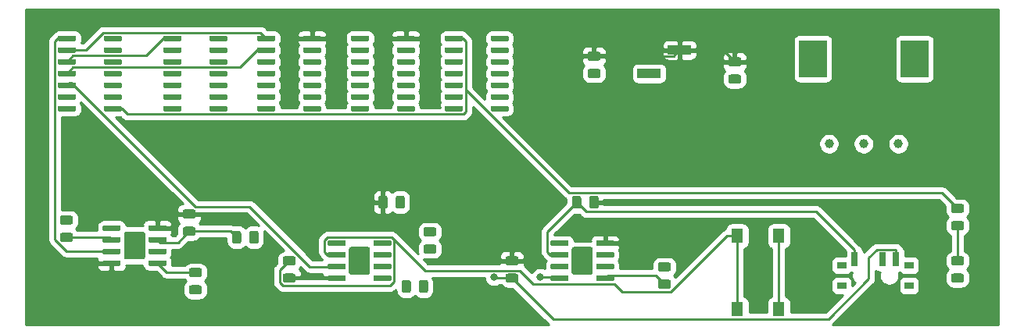
<source format=gbr>
G04 #@! TF.GenerationSoftware,KiCad,Pcbnew,5.1.5+dfsg1-2build2*
G04 #@! TF.CreationDate,2021-01-30T12:17:23-05:00*
G04 #@! TF.ProjectId,breadboard_clock,62726561-6462-46f6-9172-645f636c6f63,rev?*
G04 #@! TF.SameCoordinates,Original*
G04 #@! TF.FileFunction,Copper,L1,Top*
G04 #@! TF.FilePolarity,Positive*
%FSLAX46Y46*%
G04 Gerber Fmt 4.6, Leading zero omitted, Abs format (unit mm)*
G04 Created by KiCad (PCBNEW 5.1.5+dfsg1-2build2) date 2021-01-30 12:17:23*
%MOMM*%
%LPD*%
G04 APERTURE LIST*
%ADD10C,0.100000*%
%ADD11C,1.000000*%
%ADD12R,2.510000X1.000000*%
%ADD13R,1.000000X0.800000*%
%ADD14R,0.700000X1.500000*%
%ADD15R,1.300000X1.550000*%
%ADD16C,0.800000*%
%ADD17C,0.250000*%
%ADD18C,0.254000*%
G04 APERTURE END LIST*
G04 #@! TA.AperFunction,ComponentPad*
D10*
G36*
X136540000Y-89320000D02*
G01*
X133540000Y-89320000D01*
X133540000Y-85320000D01*
X136540000Y-85320000D01*
X136540000Y-89320000D01*
G37*
G04 #@! TD.AperFunction*
D11*
X133290000Y-96520000D03*
X129540000Y-96520000D03*
X125790000Y-96520000D03*
G04 #@! TA.AperFunction,ComponentPad*
D10*
G36*
X125540000Y-89320000D02*
G01*
X122540000Y-89320000D01*
X122540000Y-85320000D01*
X125540000Y-85320000D01*
X125540000Y-89320000D01*
G37*
G04 #@! TD.AperFunction*
D12*
X109605000Y-86360000D03*
X106295000Y-88900000D03*
G04 #@! TA.AperFunction,SMDPad,CuDef*
D10*
G36*
X102374703Y-107015722D02*
G01*
X102389264Y-107017882D01*
X102403543Y-107021459D01*
X102417403Y-107026418D01*
X102430710Y-107032712D01*
X102443336Y-107040280D01*
X102455159Y-107049048D01*
X102466066Y-107058934D01*
X102475952Y-107069841D01*
X102484720Y-107081664D01*
X102492288Y-107094290D01*
X102498582Y-107107597D01*
X102503541Y-107121457D01*
X102507118Y-107135736D01*
X102509278Y-107150297D01*
X102510000Y-107165000D01*
X102510000Y-107465000D01*
X102509278Y-107479703D01*
X102507118Y-107494264D01*
X102503541Y-107508543D01*
X102498582Y-107522403D01*
X102492288Y-107535710D01*
X102484720Y-107548336D01*
X102475952Y-107560159D01*
X102466066Y-107571066D01*
X102455159Y-107580952D01*
X102443336Y-107589720D01*
X102430710Y-107597288D01*
X102417403Y-107603582D01*
X102403543Y-107608541D01*
X102389264Y-107612118D01*
X102374703Y-107614278D01*
X102360000Y-107615000D01*
X100710000Y-107615000D01*
X100695297Y-107614278D01*
X100680736Y-107612118D01*
X100666457Y-107608541D01*
X100652597Y-107603582D01*
X100639290Y-107597288D01*
X100626664Y-107589720D01*
X100614841Y-107580952D01*
X100603934Y-107571066D01*
X100594048Y-107560159D01*
X100585280Y-107548336D01*
X100577712Y-107535710D01*
X100571418Y-107522403D01*
X100566459Y-107508543D01*
X100562882Y-107494264D01*
X100560722Y-107479703D01*
X100560000Y-107465000D01*
X100560000Y-107165000D01*
X100560722Y-107150297D01*
X100562882Y-107135736D01*
X100566459Y-107121457D01*
X100571418Y-107107597D01*
X100577712Y-107094290D01*
X100585280Y-107081664D01*
X100594048Y-107069841D01*
X100603934Y-107058934D01*
X100614841Y-107049048D01*
X100626664Y-107040280D01*
X100639290Y-107032712D01*
X100652597Y-107026418D01*
X100666457Y-107021459D01*
X100680736Y-107017882D01*
X100695297Y-107015722D01*
X100710000Y-107015000D01*
X102360000Y-107015000D01*
X102374703Y-107015722D01*
G37*
G04 #@! TD.AperFunction*
G04 #@! TA.AperFunction,SMDPad,CuDef*
G36*
X102374703Y-108285722D02*
G01*
X102389264Y-108287882D01*
X102403543Y-108291459D01*
X102417403Y-108296418D01*
X102430710Y-108302712D01*
X102443336Y-108310280D01*
X102455159Y-108319048D01*
X102466066Y-108328934D01*
X102475952Y-108339841D01*
X102484720Y-108351664D01*
X102492288Y-108364290D01*
X102498582Y-108377597D01*
X102503541Y-108391457D01*
X102507118Y-108405736D01*
X102509278Y-108420297D01*
X102510000Y-108435000D01*
X102510000Y-108735000D01*
X102509278Y-108749703D01*
X102507118Y-108764264D01*
X102503541Y-108778543D01*
X102498582Y-108792403D01*
X102492288Y-108805710D01*
X102484720Y-108818336D01*
X102475952Y-108830159D01*
X102466066Y-108841066D01*
X102455159Y-108850952D01*
X102443336Y-108859720D01*
X102430710Y-108867288D01*
X102417403Y-108873582D01*
X102403543Y-108878541D01*
X102389264Y-108882118D01*
X102374703Y-108884278D01*
X102360000Y-108885000D01*
X100710000Y-108885000D01*
X100695297Y-108884278D01*
X100680736Y-108882118D01*
X100666457Y-108878541D01*
X100652597Y-108873582D01*
X100639290Y-108867288D01*
X100626664Y-108859720D01*
X100614841Y-108850952D01*
X100603934Y-108841066D01*
X100594048Y-108830159D01*
X100585280Y-108818336D01*
X100577712Y-108805710D01*
X100571418Y-108792403D01*
X100566459Y-108778543D01*
X100562882Y-108764264D01*
X100560722Y-108749703D01*
X100560000Y-108735000D01*
X100560000Y-108435000D01*
X100560722Y-108420297D01*
X100562882Y-108405736D01*
X100566459Y-108391457D01*
X100571418Y-108377597D01*
X100577712Y-108364290D01*
X100585280Y-108351664D01*
X100594048Y-108339841D01*
X100603934Y-108328934D01*
X100614841Y-108319048D01*
X100626664Y-108310280D01*
X100639290Y-108302712D01*
X100652597Y-108296418D01*
X100666457Y-108291459D01*
X100680736Y-108287882D01*
X100695297Y-108285722D01*
X100710000Y-108285000D01*
X102360000Y-108285000D01*
X102374703Y-108285722D01*
G37*
G04 #@! TD.AperFunction*
G04 #@! TA.AperFunction,SMDPad,CuDef*
G36*
X102374703Y-109555722D02*
G01*
X102389264Y-109557882D01*
X102403543Y-109561459D01*
X102417403Y-109566418D01*
X102430710Y-109572712D01*
X102443336Y-109580280D01*
X102455159Y-109589048D01*
X102466066Y-109598934D01*
X102475952Y-109609841D01*
X102484720Y-109621664D01*
X102492288Y-109634290D01*
X102498582Y-109647597D01*
X102503541Y-109661457D01*
X102507118Y-109675736D01*
X102509278Y-109690297D01*
X102510000Y-109705000D01*
X102510000Y-110005000D01*
X102509278Y-110019703D01*
X102507118Y-110034264D01*
X102503541Y-110048543D01*
X102498582Y-110062403D01*
X102492288Y-110075710D01*
X102484720Y-110088336D01*
X102475952Y-110100159D01*
X102466066Y-110111066D01*
X102455159Y-110120952D01*
X102443336Y-110129720D01*
X102430710Y-110137288D01*
X102417403Y-110143582D01*
X102403543Y-110148541D01*
X102389264Y-110152118D01*
X102374703Y-110154278D01*
X102360000Y-110155000D01*
X100710000Y-110155000D01*
X100695297Y-110154278D01*
X100680736Y-110152118D01*
X100666457Y-110148541D01*
X100652597Y-110143582D01*
X100639290Y-110137288D01*
X100626664Y-110129720D01*
X100614841Y-110120952D01*
X100603934Y-110111066D01*
X100594048Y-110100159D01*
X100585280Y-110088336D01*
X100577712Y-110075710D01*
X100571418Y-110062403D01*
X100566459Y-110048543D01*
X100562882Y-110034264D01*
X100560722Y-110019703D01*
X100560000Y-110005000D01*
X100560000Y-109705000D01*
X100560722Y-109690297D01*
X100562882Y-109675736D01*
X100566459Y-109661457D01*
X100571418Y-109647597D01*
X100577712Y-109634290D01*
X100585280Y-109621664D01*
X100594048Y-109609841D01*
X100603934Y-109598934D01*
X100614841Y-109589048D01*
X100626664Y-109580280D01*
X100639290Y-109572712D01*
X100652597Y-109566418D01*
X100666457Y-109561459D01*
X100680736Y-109557882D01*
X100695297Y-109555722D01*
X100710000Y-109555000D01*
X102360000Y-109555000D01*
X102374703Y-109555722D01*
G37*
G04 #@! TD.AperFunction*
G04 #@! TA.AperFunction,SMDPad,CuDef*
G36*
X102374703Y-110825722D02*
G01*
X102389264Y-110827882D01*
X102403543Y-110831459D01*
X102417403Y-110836418D01*
X102430710Y-110842712D01*
X102443336Y-110850280D01*
X102455159Y-110859048D01*
X102466066Y-110868934D01*
X102475952Y-110879841D01*
X102484720Y-110891664D01*
X102492288Y-110904290D01*
X102498582Y-110917597D01*
X102503541Y-110931457D01*
X102507118Y-110945736D01*
X102509278Y-110960297D01*
X102510000Y-110975000D01*
X102510000Y-111275000D01*
X102509278Y-111289703D01*
X102507118Y-111304264D01*
X102503541Y-111318543D01*
X102498582Y-111332403D01*
X102492288Y-111345710D01*
X102484720Y-111358336D01*
X102475952Y-111370159D01*
X102466066Y-111381066D01*
X102455159Y-111390952D01*
X102443336Y-111399720D01*
X102430710Y-111407288D01*
X102417403Y-111413582D01*
X102403543Y-111418541D01*
X102389264Y-111422118D01*
X102374703Y-111424278D01*
X102360000Y-111425000D01*
X100710000Y-111425000D01*
X100695297Y-111424278D01*
X100680736Y-111422118D01*
X100666457Y-111418541D01*
X100652597Y-111413582D01*
X100639290Y-111407288D01*
X100626664Y-111399720D01*
X100614841Y-111390952D01*
X100603934Y-111381066D01*
X100594048Y-111370159D01*
X100585280Y-111358336D01*
X100577712Y-111345710D01*
X100571418Y-111332403D01*
X100566459Y-111318543D01*
X100562882Y-111304264D01*
X100560722Y-111289703D01*
X100560000Y-111275000D01*
X100560000Y-110975000D01*
X100560722Y-110960297D01*
X100562882Y-110945736D01*
X100566459Y-110931457D01*
X100571418Y-110917597D01*
X100577712Y-110904290D01*
X100585280Y-110891664D01*
X100594048Y-110879841D01*
X100603934Y-110868934D01*
X100614841Y-110859048D01*
X100626664Y-110850280D01*
X100639290Y-110842712D01*
X100652597Y-110836418D01*
X100666457Y-110831459D01*
X100680736Y-110827882D01*
X100695297Y-110825722D01*
X100710000Y-110825000D01*
X102360000Y-110825000D01*
X102374703Y-110825722D01*
G37*
G04 #@! TD.AperFunction*
G04 #@! TA.AperFunction,SMDPad,CuDef*
G36*
X97424703Y-110825722D02*
G01*
X97439264Y-110827882D01*
X97453543Y-110831459D01*
X97467403Y-110836418D01*
X97480710Y-110842712D01*
X97493336Y-110850280D01*
X97505159Y-110859048D01*
X97516066Y-110868934D01*
X97525952Y-110879841D01*
X97534720Y-110891664D01*
X97542288Y-110904290D01*
X97548582Y-110917597D01*
X97553541Y-110931457D01*
X97557118Y-110945736D01*
X97559278Y-110960297D01*
X97560000Y-110975000D01*
X97560000Y-111275000D01*
X97559278Y-111289703D01*
X97557118Y-111304264D01*
X97553541Y-111318543D01*
X97548582Y-111332403D01*
X97542288Y-111345710D01*
X97534720Y-111358336D01*
X97525952Y-111370159D01*
X97516066Y-111381066D01*
X97505159Y-111390952D01*
X97493336Y-111399720D01*
X97480710Y-111407288D01*
X97467403Y-111413582D01*
X97453543Y-111418541D01*
X97439264Y-111422118D01*
X97424703Y-111424278D01*
X97410000Y-111425000D01*
X95760000Y-111425000D01*
X95745297Y-111424278D01*
X95730736Y-111422118D01*
X95716457Y-111418541D01*
X95702597Y-111413582D01*
X95689290Y-111407288D01*
X95676664Y-111399720D01*
X95664841Y-111390952D01*
X95653934Y-111381066D01*
X95644048Y-111370159D01*
X95635280Y-111358336D01*
X95627712Y-111345710D01*
X95621418Y-111332403D01*
X95616459Y-111318543D01*
X95612882Y-111304264D01*
X95610722Y-111289703D01*
X95610000Y-111275000D01*
X95610000Y-110975000D01*
X95610722Y-110960297D01*
X95612882Y-110945736D01*
X95616459Y-110931457D01*
X95621418Y-110917597D01*
X95627712Y-110904290D01*
X95635280Y-110891664D01*
X95644048Y-110879841D01*
X95653934Y-110868934D01*
X95664841Y-110859048D01*
X95676664Y-110850280D01*
X95689290Y-110842712D01*
X95702597Y-110836418D01*
X95716457Y-110831459D01*
X95730736Y-110827882D01*
X95745297Y-110825722D01*
X95760000Y-110825000D01*
X97410000Y-110825000D01*
X97424703Y-110825722D01*
G37*
G04 #@! TD.AperFunction*
G04 #@! TA.AperFunction,SMDPad,CuDef*
G36*
X97424703Y-109555722D02*
G01*
X97439264Y-109557882D01*
X97453543Y-109561459D01*
X97467403Y-109566418D01*
X97480710Y-109572712D01*
X97493336Y-109580280D01*
X97505159Y-109589048D01*
X97516066Y-109598934D01*
X97525952Y-109609841D01*
X97534720Y-109621664D01*
X97542288Y-109634290D01*
X97548582Y-109647597D01*
X97553541Y-109661457D01*
X97557118Y-109675736D01*
X97559278Y-109690297D01*
X97560000Y-109705000D01*
X97560000Y-110005000D01*
X97559278Y-110019703D01*
X97557118Y-110034264D01*
X97553541Y-110048543D01*
X97548582Y-110062403D01*
X97542288Y-110075710D01*
X97534720Y-110088336D01*
X97525952Y-110100159D01*
X97516066Y-110111066D01*
X97505159Y-110120952D01*
X97493336Y-110129720D01*
X97480710Y-110137288D01*
X97467403Y-110143582D01*
X97453543Y-110148541D01*
X97439264Y-110152118D01*
X97424703Y-110154278D01*
X97410000Y-110155000D01*
X95760000Y-110155000D01*
X95745297Y-110154278D01*
X95730736Y-110152118D01*
X95716457Y-110148541D01*
X95702597Y-110143582D01*
X95689290Y-110137288D01*
X95676664Y-110129720D01*
X95664841Y-110120952D01*
X95653934Y-110111066D01*
X95644048Y-110100159D01*
X95635280Y-110088336D01*
X95627712Y-110075710D01*
X95621418Y-110062403D01*
X95616459Y-110048543D01*
X95612882Y-110034264D01*
X95610722Y-110019703D01*
X95610000Y-110005000D01*
X95610000Y-109705000D01*
X95610722Y-109690297D01*
X95612882Y-109675736D01*
X95616459Y-109661457D01*
X95621418Y-109647597D01*
X95627712Y-109634290D01*
X95635280Y-109621664D01*
X95644048Y-109609841D01*
X95653934Y-109598934D01*
X95664841Y-109589048D01*
X95676664Y-109580280D01*
X95689290Y-109572712D01*
X95702597Y-109566418D01*
X95716457Y-109561459D01*
X95730736Y-109557882D01*
X95745297Y-109555722D01*
X95760000Y-109555000D01*
X97410000Y-109555000D01*
X97424703Y-109555722D01*
G37*
G04 #@! TD.AperFunction*
G04 #@! TA.AperFunction,SMDPad,CuDef*
G36*
X97424703Y-108285722D02*
G01*
X97439264Y-108287882D01*
X97453543Y-108291459D01*
X97467403Y-108296418D01*
X97480710Y-108302712D01*
X97493336Y-108310280D01*
X97505159Y-108319048D01*
X97516066Y-108328934D01*
X97525952Y-108339841D01*
X97534720Y-108351664D01*
X97542288Y-108364290D01*
X97548582Y-108377597D01*
X97553541Y-108391457D01*
X97557118Y-108405736D01*
X97559278Y-108420297D01*
X97560000Y-108435000D01*
X97560000Y-108735000D01*
X97559278Y-108749703D01*
X97557118Y-108764264D01*
X97553541Y-108778543D01*
X97548582Y-108792403D01*
X97542288Y-108805710D01*
X97534720Y-108818336D01*
X97525952Y-108830159D01*
X97516066Y-108841066D01*
X97505159Y-108850952D01*
X97493336Y-108859720D01*
X97480710Y-108867288D01*
X97467403Y-108873582D01*
X97453543Y-108878541D01*
X97439264Y-108882118D01*
X97424703Y-108884278D01*
X97410000Y-108885000D01*
X95760000Y-108885000D01*
X95745297Y-108884278D01*
X95730736Y-108882118D01*
X95716457Y-108878541D01*
X95702597Y-108873582D01*
X95689290Y-108867288D01*
X95676664Y-108859720D01*
X95664841Y-108850952D01*
X95653934Y-108841066D01*
X95644048Y-108830159D01*
X95635280Y-108818336D01*
X95627712Y-108805710D01*
X95621418Y-108792403D01*
X95616459Y-108778543D01*
X95612882Y-108764264D01*
X95610722Y-108749703D01*
X95610000Y-108735000D01*
X95610000Y-108435000D01*
X95610722Y-108420297D01*
X95612882Y-108405736D01*
X95616459Y-108391457D01*
X95621418Y-108377597D01*
X95627712Y-108364290D01*
X95635280Y-108351664D01*
X95644048Y-108339841D01*
X95653934Y-108328934D01*
X95664841Y-108319048D01*
X95676664Y-108310280D01*
X95689290Y-108302712D01*
X95702597Y-108296418D01*
X95716457Y-108291459D01*
X95730736Y-108287882D01*
X95745297Y-108285722D01*
X95760000Y-108285000D01*
X97410000Y-108285000D01*
X97424703Y-108285722D01*
G37*
G04 #@! TD.AperFunction*
G04 #@! TA.AperFunction,SMDPad,CuDef*
G36*
X97424703Y-107015722D02*
G01*
X97439264Y-107017882D01*
X97453543Y-107021459D01*
X97467403Y-107026418D01*
X97480710Y-107032712D01*
X97493336Y-107040280D01*
X97505159Y-107049048D01*
X97516066Y-107058934D01*
X97525952Y-107069841D01*
X97534720Y-107081664D01*
X97542288Y-107094290D01*
X97548582Y-107107597D01*
X97553541Y-107121457D01*
X97557118Y-107135736D01*
X97559278Y-107150297D01*
X97560000Y-107165000D01*
X97560000Y-107465000D01*
X97559278Y-107479703D01*
X97557118Y-107494264D01*
X97553541Y-107508543D01*
X97548582Y-107522403D01*
X97542288Y-107535710D01*
X97534720Y-107548336D01*
X97525952Y-107560159D01*
X97516066Y-107571066D01*
X97505159Y-107580952D01*
X97493336Y-107589720D01*
X97480710Y-107597288D01*
X97467403Y-107603582D01*
X97453543Y-107608541D01*
X97439264Y-107612118D01*
X97424703Y-107614278D01*
X97410000Y-107615000D01*
X95760000Y-107615000D01*
X95745297Y-107614278D01*
X95730736Y-107612118D01*
X95716457Y-107608541D01*
X95702597Y-107603582D01*
X95689290Y-107597288D01*
X95676664Y-107589720D01*
X95664841Y-107580952D01*
X95653934Y-107571066D01*
X95644048Y-107560159D01*
X95635280Y-107548336D01*
X95627712Y-107535710D01*
X95621418Y-107522403D01*
X95616459Y-107508543D01*
X95612882Y-107494264D01*
X95610722Y-107479703D01*
X95610000Y-107465000D01*
X95610000Y-107165000D01*
X95610722Y-107150297D01*
X95612882Y-107135736D01*
X95616459Y-107121457D01*
X95621418Y-107107597D01*
X95627712Y-107094290D01*
X95635280Y-107081664D01*
X95644048Y-107069841D01*
X95653934Y-107058934D01*
X95664841Y-107049048D01*
X95676664Y-107040280D01*
X95689290Y-107032712D01*
X95702597Y-107026418D01*
X95716457Y-107021459D01*
X95730736Y-107017882D01*
X95745297Y-107015722D01*
X95760000Y-107015000D01*
X97410000Y-107015000D01*
X97424703Y-107015722D01*
G37*
G04 #@! TD.AperFunction*
G04 #@! TA.AperFunction,SMDPad,CuDef*
G36*
X99979505Y-107721204D02*
G01*
X100003773Y-107724804D01*
X100027572Y-107730765D01*
X100050671Y-107739030D01*
X100072850Y-107749520D01*
X100093893Y-107762132D01*
X100113599Y-107776747D01*
X100131777Y-107793223D01*
X100148253Y-107811401D01*
X100162868Y-107831107D01*
X100175480Y-107852150D01*
X100185970Y-107874329D01*
X100194235Y-107897428D01*
X100200196Y-107921227D01*
X100203796Y-107945495D01*
X100205000Y-107969999D01*
X100205000Y-110470001D01*
X100203796Y-110494505D01*
X100200196Y-110518773D01*
X100194235Y-110542572D01*
X100185970Y-110565671D01*
X100175480Y-110587850D01*
X100162868Y-110608893D01*
X100148253Y-110628599D01*
X100131777Y-110646777D01*
X100113599Y-110663253D01*
X100093893Y-110677868D01*
X100072850Y-110690480D01*
X100050671Y-110700970D01*
X100027572Y-110709235D01*
X100003773Y-110715196D01*
X99979505Y-110718796D01*
X99955001Y-110720000D01*
X98164999Y-110720000D01*
X98140495Y-110718796D01*
X98116227Y-110715196D01*
X98092428Y-110709235D01*
X98069329Y-110700970D01*
X98047150Y-110690480D01*
X98026107Y-110677868D01*
X98006401Y-110663253D01*
X97988223Y-110646777D01*
X97971747Y-110628599D01*
X97957132Y-110608893D01*
X97944520Y-110587850D01*
X97934030Y-110565671D01*
X97925765Y-110542572D01*
X97919804Y-110518773D01*
X97916204Y-110494505D01*
X97915000Y-110470001D01*
X97915000Y-107969999D01*
X97916204Y-107945495D01*
X97919804Y-107921227D01*
X97925765Y-107897428D01*
X97934030Y-107874329D01*
X97944520Y-107852150D01*
X97957132Y-107831107D01*
X97971747Y-107811401D01*
X97988223Y-107793223D01*
X98006401Y-107776747D01*
X98026107Y-107762132D01*
X98047150Y-107749520D01*
X98069329Y-107739030D01*
X98092428Y-107730765D01*
X98116227Y-107724804D01*
X98140495Y-107721204D01*
X98164999Y-107720000D01*
X99955001Y-107720000D01*
X99979505Y-107721204D01*
G37*
G04 #@! TD.AperFunction*
G04 #@! TA.AperFunction,SMDPad,CuDef*
G36*
X90944703Y-84790722D02*
G01*
X90959264Y-84792882D01*
X90973543Y-84796459D01*
X90987403Y-84801418D01*
X91000710Y-84807712D01*
X91013336Y-84815280D01*
X91025159Y-84824048D01*
X91036066Y-84833934D01*
X91045952Y-84844841D01*
X91054720Y-84856664D01*
X91062288Y-84869290D01*
X91068582Y-84882597D01*
X91073541Y-84896457D01*
X91077118Y-84910736D01*
X91079278Y-84925297D01*
X91080000Y-84940000D01*
X91080000Y-85240000D01*
X91079278Y-85254703D01*
X91077118Y-85269264D01*
X91073541Y-85283543D01*
X91068582Y-85297403D01*
X91062288Y-85310710D01*
X91054720Y-85323336D01*
X91045952Y-85335159D01*
X91036066Y-85346066D01*
X91025159Y-85355952D01*
X91013336Y-85364720D01*
X91000710Y-85372288D01*
X90987403Y-85378582D01*
X90973543Y-85383541D01*
X90959264Y-85387118D01*
X90944703Y-85389278D01*
X90930000Y-85390000D01*
X89280000Y-85390000D01*
X89265297Y-85389278D01*
X89250736Y-85387118D01*
X89236457Y-85383541D01*
X89222597Y-85378582D01*
X89209290Y-85372288D01*
X89196664Y-85364720D01*
X89184841Y-85355952D01*
X89173934Y-85346066D01*
X89164048Y-85335159D01*
X89155280Y-85323336D01*
X89147712Y-85310710D01*
X89141418Y-85297403D01*
X89136459Y-85283543D01*
X89132882Y-85269264D01*
X89130722Y-85254703D01*
X89130000Y-85240000D01*
X89130000Y-84940000D01*
X89130722Y-84925297D01*
X89132882Y-84910736D01*
X89136459Y-84896457D01*
X89141418Y-84882597D01*
X89147712Y-84869290D01*
X89155280Y-84856664D01*
X89164048Y-84844841D01*
X89173934Y-84833934D01*
X89184841Y-84824048D01*
X89196664Y-84815280D01*
X89209290Y-84807712D01*
X89222597Y-84801418D01*
X89236457Y-84796459D01*
X89250736Y-84792882D01*
X89265297Y-84790722D01*
X89280000Y-84790000D01*
X90930000Y-84790000D01*
X90944703Y-84790722D01*
G37*
G04 #@! TD.AperFunction*
G04 #@! TA.AperFunction,SMDPad,CuDef*
G36*
X90944703Y-86060722D02*
G01*
X90959264Y-86062882D01*
X90973543Y-86066459D01*
X90987403Y-86071418D01*
X91000710Y-86077712D01*
X91013336Y-86085280D01*
X91025159Y-86094048D01*
X91036066Y-86103934D01*
X91045952Y-86114841D01*
X91054720Y-86126664D01*
X91062288Y-86139290D01*
X91068582Y-86152597D01*
X91073541Y-86166457D01*
X91077118Y-86180736D01*
X91079278Y-86195297D01*
X91080000Y-86210000D01*
X91080000Y-86510000D01*
X91079278Y-86524703D01*
X91077118Y-86539264D01*
X91073541Y-86553543D01*
X91068582Y-86567403D01*
X91062288Y-86580710D01*
X91054720Y-86593336D01*
X91045952Y-86605159D01*
X91036066Y-86616066D01*
X91025159Y-86625952D01*
X91013336Y-86634720D01*
X91000710Y-86642288D01*
X90987403Y-86648582D01*
X90973543Y-86653541D01*
X90959264Y-86657118D01*
X90944703Y-86659278D01*
X90930000Y-86660000D01*
X89280000Y-86660000D01*
X89265297Y-86659278D01*
X89250736Y-86657118D01*
X89236457Y-86653541D01*
X89222597Y-86648582D01*
X89209290Y-86642288D01*
X89196664Y-86634720D01*
X89184841Y-86625952D01*
X89173934Y-86616066D01*
X89164048Y-86605159D01*
X89155280Y-86593336D01*
X89147712Y-86580710D01*
X89141418Y-86567403D01*
X89136459Y-86553543D01*
X89132882Y-86539264D01*
X89130722Y-86524703D01*
X89130000Y-86510000D01*
X89130000Y-86210000D01*
X89130722Y-86195297D01*
X89132882Y-86180736D01*
X89136459Y-86166457D01*
X89141418Y-86152597D01*
X89147712Y-86139290D01*
X89155280Y-86126664D01*
X89164048Y-86114841D01*
X89173934Y-86103934D01*
X89184841Y-86094048D01*
X89196664Y-86085280D01*
X89209290Y-86077712D01*
X89222597Y-86071418D01*
X89236457Y-86066459D01*
X89250736Y-86062882D01*
X89265297Y-86060722D01*
X89280000Y-86060000D01*
X90930000Y-86060000D01*
X90944703Y-86060722D01*
G37*
G04 #@! TD.AperFunction*
G04 #@! TA.AperFunction,SMDPad,CuDef*
G36*
X90944703Y-87330722D02*
G01*
X90959264Y-87332882D01*
X90973543Y-87336459D01*
X90987403Y-87341418D01*
X91000710Y-87347712D01*
X91013336Y-87355280D01*
X91025159Y-87364048D01*
X91036066Y-87373934D01*
X91045952Y-87384841D01*
X91054720Y-87396664D01*
X91062288Y-87409290D01*
X91068582Y-87422597D01*
X91073541Y-87436457D01*
X91077118Y-87450736D01*
X91079278Y-87465297D01*
X91080000Y-87480000D01*
X91080000Y-87780000D01*
X91079278Y-87794703D01*
X91077118Y-87809264D01*
X91073541Y-87823543D01*
X91068582Y-87837403D01*
X91062288Y-87850710D01*
X91054720Y-87863336D01*
X91045952Y-87875159D01*
X91036066Y-87886066D01*
X91025159Y-87895952D01*
X91013336Y-87904720D01*
X91000710Y-87912288D01*
X90987403Y-87918582D01*
X90973543Y-87923541D01*
X90959264Y-87927118D01*
X90944703Y-87929278D01*
X90930000Y-87930000D01*
X89280000Y-87930000D01*
X89265297Y-87929278D01*
X89250736Y-87927118D01*
X89236457Y-87923541D01*
X89222597Y-87918582D01*
X89209290Y-87912288D01*
X89196664Y-87904720D01*
X89184841Y-87895952D01*
X89173934Y-87886066D01*
X89164048Y-87875159D01*
X89155280Y-87863336D01*
X89147712Y-87850710D01*
X89141418Y-87837403D01*
X89136459Y-87823543D01*
X89132882Y-87809264D01*
X89130722Y-87794703D01*
X89130000Y-87780000D01*
X89130000Y-87480000D01*
X89130722Y-87465297D01*
X89132882Y-87450736D01*
X89136459Y-87436457D01*
X89141418Y-87422597D01*
X89147712Y-87409290D01*
X89155280Y-87396664D01*
X89164048Y-87384841D01*
X89173934Y-87373934D01*
X89184841Y-87364048D01*
X89196664Y-87355280D01*
X89209290Y-87347712D01*
X89222597Y-87341418D01*
X89236457Y-87336459D01*
X89250736Y-87332882D01*
X89265297Y-87330722D01*
X89280000Y-87330000D01*
X90930000Y-87330000D01*
X90944703Y-87330722D01*
G37*
G04 #@! TD.AperFunction*
G04 #@! TA.AperFunction,SMDPad,CuDef*
G36*
X90944703Y-88600722D02*
G01*
X90959264Y-88602882D01*
X90973543Y-88606459D01*
X90987403Y-88611418D01*
X91000710Y-88617712D01*
X91013336Y-88625280D01*
X91025159Y-88634048D01*
X91036066Y-88643934D01*
X91045952Y-88654841D01*
X91054720Y-88666664D01*
X91062288Y-88679290D01*
X91068582Y-88692597D01*
X91073541Y-88706457D01*
X91077118Y-88720736D01*
X91079278Y-88735297D01*
X91080000Y-88750000D01*
X91080000Y-89050000D01*
X91079278Y-89064703D01*
X91077118Y-89079264D01*
X91073541Y-89093543D01*
X91068582Y-89107403D01*
X91062288Y-89120710D01*
X91054720Y-89133336D01*
X91045952Y-89145159D01*
X91036066Y-89156066D01*
X91025159Y-89165952D01*
X91013336Y-89174720D01*
X91000710Y-89182288D01*
X90987403Y-89188582D01*
X90973543Y-89193541D01*
X90959264Y-89197118D01*
X90944703Y-89199278D01*
X90930000Y-89200000D01*
X89280000Y-89200000D01*
X89265297Y-89199278D01*
X89250736Y-89197118D01*
X89236457Y-89193541D01*
X89222597Y-89188582D01*
X89209290Y-89182288D01*
X89196664Y-89174720D01*
X89184841Y-89165952D01*
X89173934Y-89156066D01*
X89164048Y-89145159D01*
X89155280Y-89133336D01*
X89147712Y-89120710D01*
X89141418Y-89107403D01*
X89136459Y-89093543D01*
X89132882Y-89079264D01*
X89130722Y-89064703D01*
X89130000Y-89050000D01*
X89130000Y-88750000D01*
X89130722Y-88735297D01*
X89132882Y-88720736D01*
X89136459Y-88706457D01*
X89141418Y-88692597D01*
X89147712Y-88679290D01*
X89155280Y-88666664D01*
X89164048Y-88654841D01*
X89173934Y-88643934D01*
X89184841Y-88634048D01*
X89196664Y-88625280D01*
X89209290Y-88617712D01*
X89222597Y-88611418D01*
X89236457Y-88606459D01*
X89250736Y-88602882D01*
X89265297Y-88600722D01*
X89280000Y-88600000D01*
X90930000Y-88600000D01*
X90944703Y-88600722D01*
G37*
G04 #@! TD.AperFunction*
G04 #@! TA.AperFunction,SMDPad,CuDef*
G36*
X90944703Y-89870722D02*
G01*
X90959264Y-89872882D01*
X90973543Y-89876459D01*
X90987403Y-89881418D01*
X91000710Y-89887712D01*
X91013336Y-89895280D01*
X91025159Y-89904048D01*
X91036066Y-89913934D01*
X91045952Y-89924841D01*
X91054720Y-89936664D01*
X91062288Y-89949290D01*
X91068582Y-89962597D01*
X91073541Y-89976457D01*
X91077118Y-89990736D01*
X91079278Y-90005297D01*
X91080000Y-90020000D01*
X91080000Y-90320000D01*
X91079278Y-90334703D01*
X91077118Y-90349264D01*
X91073541Y-90363543D01*
X91068582Y-90377403D01*
X91062288Y-90390710D01*
X91054720Y-90403336D01*
X91045952Y-90415159D01*
X91036066Y-90426066D01*
X91025159Y-90435952D01*
X91013336Y-90444720D01*
X91000710Y-90452288D01*
X90987403Y-90458582D01*
X90973543Y-90463541D01*
X90959264Y-90467118D01*
X90944703Y-90469278D01*
X90930000Y-90470000D01*
X89280000Y-90470000D01*
X89265297Y-90469278D01*
X89250736Y-90467118D01*
X89236457Y-90463541D01*
X89222597Y-90458582D01*
X89209290Y-90452288D01*
X89196664Y-90444720D01*
X89184841Y-90435952D01*
X89173934Y-90426066D01*
X89164048Y-90415159D01*
X89155280Y-90403336D01*
X89147712Y-90390710D01*
X89141418Y-90377403D01*
X89136459Y-90363543D01*
X89132882Y-90349264D01*
X89130722Y-90334703D01*
X89130000Y-90320000D01*
X89130000Y-90020000D01*
X89130722Y-90005297D01*
X89132882Y-89990736D01*
X89136459Y-89976457D01*
X89141418Y-89962597D01*
X89147712Y-89949290D01*
X89155280Y-89936664D01*
X89164048Y-89924841D01*
X89173934Y-89913934D01*
X89184841Y-89904048D01*
X89196664Y-89895280D01*
X89209290Y-89887712D01*
X89222597Y-89881418D01*
X89236457Y-89876459D01*
X89250736Y-89872882D01*
X89265297Y-89870722D01*
X89280000Y-89870000D01*
X90930000Y-89870000D01*
X90944703Y-89870722D01*
G37*
G04 #@! TD.AperFunction*
G04 #@! TA.AperFunction,SMDPad,CuDef*
G36*
X90944703Y-91140722D02*
G01*
X90959264Y-91142882D01*
X90973543Y-91146459D01*
X90987403Y-91151418D01*
X91000710Y-91157712D01*
X91013336Y-91165280D01*
X91025159Y-91174048D01*
X91036066Y-91183934D01*
X91045952Y-91194841D01*
X91054720Y-91206664D01*
X91062288Y-91219290D01*
X91068582Y-91232597D01*
X91073541Y-91246457D01*
X91077118Y-91260736D01*
X91079278Y-91275297D01*
X91080000Y-91290000D01*
X91080000Y-91590000D01*
X91079278Y-91604703D01*
X91077118Y-91619264D01*
X91073541Y-91633543D01*
X91068582Y-91647403D01*
X91062288Y-91660710D01*
X91054720Y-91673336D01*
X91045952Y-91685159D01*
X91036066Y-91696066D01*
X91025159Y-91705952D01*
X91013336Y-91714720D01*
X91000710Y-91722288D01*
X90987403Y-91728582D01*
X90973543Y-91733541D01*
X90959264Y-91737118D01*
X90944703Y-91739278D01*
X90930000Y-91740000D01*
X89280000Y-91740000D01*
X89265297Y-91739278D01*
X89250736Y-91737118D01*
X89236457Y-91733541D01*
X89222597Y-91728582D01*
X89209290Y-91722288D01*
X89196664Y-91714720D01*
X89184841Y-91705952D01*
X89173934Y-91696066D01*
X89164048Y-91685159D01*
X89155280Y-91673336D01*
X89147712Y-91660710D01*
X89141418Y-91647403D01*
X89136459Y-91633543D01*
X89132882Y-91619264D01*
X89130722Y-91604703D01*
X89130000Y-91590000D01*
X89130000Y-91290000D01*
X89130722Y-91275297D01*
X89132882Y-91260736D01*
X89136459Y-91246457D01*
X89141418Y-91232597D01*
X89147712Y-91219290D01*
X89155280Y-91206664D01*
X89164048Y-91194841D01*
X89173934Y-91183934D01*
X89184841Y-91174048D01*
X89196664Y-91165280D01*
X89209290Y-91157712D01*
X89222597Y-91151418D01*
X89236457Y-91146459D01*
X89250736Y-91142882D01*
X89265297Y-91140722D01*
X89280000Y-91140000D01*
X90930000Y-91140000D01*
X90944703Y-91140722D01*
G37*
G04 #@! TD.AperFunction*
G04 #@! TA.AperFunction,SMDPad,CuDef*
G36*
X90944703Y-92410722D02*
G01*
X90959264Y-92412882D01*
X90973543Y-92416459D01*
X90987403Y-92421418D01*
X91000710Y-92427712D01*
X91013336Y-92435280D01*
X91025159Y-92444048D01*
X91036066Y-92453934D01*
X91045952Y-92464841D01*
X91054720Y-92476664D01*
X91062288Y-92489290D01*
X91068582Y-92502597D01*
X91073541Y-92516457D01*
X91077118Y-92530736D01*
X91079278Y-92545297D01*
X91080000Y-92560000D01*
X91080000Y-92860000D01*
X91079278Y-92874703D01*
X91077118Y-92889264D01*
X91073541Y-92903543D01*
X91068582Y-92917403D01*
X91062288Y-92930710D01*
X91054720Y-92943336D01*
X91045952Y-92955159D01*
X91036066Y-92966066D01*
X91025159Y-92975952D01*
X91013336Y-92984720D01*
X91000710Y-92992288D01*
X90987403Y-92998582D01*
X90973543Y-93003541D01*
X90959264Y-93007118D01*
X90944703Y-93009278D01*
X90930000Y-93010000D01*
X89280000Y-93010000D01*
X89265297Y-93009278D01*
X89250736Y-93007118D01*
X89236457Y-93003541D01*
X89222597Y-92998582D01*
X89209290Y-92992288D01*
X89196664Y-92984720D01*
X89184841Y-92975952D01*
X89173934Y-92966066D01*
X89164048Y-92955159D01*
X89155280Y-92943336D01*
X89147712Y-92930710D01*
X89141418Y-92917403D01*
X89136459Y-92903543D01*
X89132882Y-92889264D01*
X89130722Y-92874703D01*
X89130000Y-92860000D01*
X89130000Y-92560000D01*
X89130722Y-92545297D01*
X89132882Y-92530736D01*
X89136459Y-92516457D01*
X89141418Y-92502597D01*
X89147712Y-92489290D01*
X89155280Y-92476664D01*
X89164048Y-92464841D01*
X89173934Y-92453934D01*
X89184841Y-92444048D01*
X89196664Y-92435280D01*
X89209290Y-92427712D01*
X89222597Y-92421418D01*
X89236457Y-92416459D01*
X89250736Y-92412882D01*
X89265297Y-92410722D01*
X89280000Y-92410000D01*
X90930000Y-92410000D01*
X90944703Y-92410722D01*
G37*
G04 #@! TD.AperFunction*
G04 #@! TA.AperFunction,SMDPad,CuDef*
G36*
X85994703Y-92410722D02*
G01*
X86009264Y-92412882D01*
X86023543Y-92416459D01*
X86037403Y-92421418D01*
X86050710Y-92427712D01*
X86063336Y-92435280D01*
X86075159Y-92444048D01*
X86086066Y-92453934D01*
X86095952Y-92464841D01*
X86104720Y-92476664D01*
X86112288Y-92489290D01*
X86118582Y-92502597D01*
X86123541Y-92516457D01*
X86127118Y-92530736D01*
X86129278Y-92545297D01*
X86130000Y-92560000D01*
X86130000Y-92860000D01*
X86129278Y-92874703D01*
X86127118Y-92889264D01*
X86123541Y-92903543D01*
X86118582Y-92917403D01*
X86112288Y-92930710D01*
X86104720Y-92943336D01*
X86095952Y-92955159D01*
X86086066Y-92966066D01*
X86075159Y-92975952D01*
X86063336Y-92984720D01*
X86050710Y-92992288D01*
X86037403Y-92998582D01*
X86023543Y-93003541D01*
X86009264Y-93007118D01*
X85994703Y-93009278D01*
X85980000Y-93010000D01*
X84330000Y-93010000D01*
X84315297Y-93009278D01*
X84300736Y-93007118D01*
X84286457Y-93003541D01*
X84272597Y-92998582D01*
X84259290Y-92992288D01*
X84246664Y-92984720D01*
X84234841Y-92975952D01*
X84223934Y-92966066D01*
X84214048Y-92955159D01*
X84205280Y-92943336D01*
X84197712Y-92930710D01*
X84191418Y-92917403D01*
X84186459Y-92903543D01*
X84182882Y-92889264D01*
X84180722Y-92874703D01*
X84180000Y-92860000D01*
X84180000Y-92560000D01*
X84180722Y-92545297D01*
X84182882Y-92530736D01*
X84186459Y-92516457D01*
X84191418Y-92502597D01*
X84197712Y-92489290D01*
X84205280Y-92476664D01*
X84214048Y-92464841D01*
X84223934Y-92453934D01*
X84234841Y-92444048D01*
X84246664Y-92435280D01*
X84259290Y-92427712D01*
X84272597Y-92421418D01*
X84286457Y-92416459D01*
X84300736Y-92412882D01*
X84315297Y-92410722D01*
X84330000Y-92410000D01*
X85980000Y-92410000D01*
X85994703Y-92410722D01*
G37*
G04 #@! TD.AperFunction*
G04 #@! TA.AperFunction,SMDPad,CuDef*
G36*
X85994703Y-91140722D02*
G01*
X86009264Y-91142882D01*
X86023543Y-91146459D01*
X86037403Y-91151418D01*
X86050710Y-91157712D01*
X86063336Y-91165280D01*
X86075159Y-91174048D01*
X86086066Y-91183934D01*
X86095952Y-91194841D01*
X86104720Y-91206664D01*
X86112288Y-91219290D01*
X86118582Y-91232597D01*
X86123541Y-91246457D01*
X86127118Y-91260736D01*
X86129278Y-91275297D01*
X86130000Y-91290000D01*
X86130000Y-91590000D01*
X86129278Y-91604703D01*
X86127118Y-91619264D01*
X86123541Y-91633543D01*
X86118582Y-91647403D01*
X86112288Y-91660710D01*
X86104720Y-91673336D01*
X86095952Y-91685159D01*
X86086066Y-91696066D01*
X86075159Y-91705952D01*
X86063336Y-91714720D01*
X86050710Y-91722288D01*
X86037403Y-91728582D01*
X86023543Y-91733541D01*
X86009264Y-91737118D01*
X85994703Y-91739278D01*
X85980000Y-91740000D01*
X84330000Y-91740000D01*
X84315297Y-91739278D01*
X84300736Y-91737118D01*
X84286457Y-91733541D01*
X84272597Y-91728582D01*
X84259290Y-91722288D01*
X84246664Y-91714720D01*
X84234841Y-91705952D01*
X84223934Y-91696066D01*
X84214048Y-91685159D01*
X84205280Y-91673336D01*
X84197712Y-91660710D01*
X84191418Y-91647403D01*
X84186459Y-91633543D01*
X84182882Y-91619264D01*
X84180722Y-91604703D01*
X84180000Y-91590000D01*
X84180000Y-91290000D01*
X84180722Y-91275297D01*
X84182882Y-91260736D01*
X84186459Y-91246457D01*
X84191418Y-91232597D01*
X84197712Y-91219290D01*
X84205280Y-91206664D01*
X84214048Y-91194841D01*
X84223934Y-91183934D01*
X84234841Y-91174048D01*
X84246664Y-91165280D01*
X84259290Y-91157712D01*
X84272597Y-91151418D01*
X84286457Y-91146459D01*
X84300736Y-91142882D01*
X84315297Y-91140722D01*
X84330000Y-91140000D01*
X85980000Y-91140000D01*
X85994703Y-91140722D01*
G37*
G04 #@! TD.AperFunction*
G04 #@! TA.AperFunction,SMDPad,CuDef*
G36*
X85994703Y-89870722D02*
G01*
X86009264Y-89872882D01*
X86023543Y-89876459D01*
X86037403Y-89881418D01*
X86050710Y-89887712D01*
X86063336Y-89895280D01*
X86075159Y-89904048D01*
X86086066Y-89913934D01*
X86095952Y-89924841D01*
X86104720Y-89936664D01*
X86112288Y-89949290D01*
X86118582Y-89962597D01*
X86123541Y-89976457D01*
X86127118Y-89990736D01*
X86129278Y-90005297D01*
X86130000Y-90020000D01*
X86130000Y-90320000D01*
X86129278Y-90334703D01*
X86127118Y-90349264D01*
X86123541Y-90363543D01*
X86118582Y-90377403D01*
X86112288Y-90390710D01*
X86104720Y-90403336D01*
X86095952Y-90415159D01*
X86086066Y-90426066D01*
X86075159Y-90435952D01*
X86063336Y-90444720D01*
X86050710Y-90452288D01*
X86037403Y-90458582D01*
X86023543Y-90463541D01*
X86009264Y-90467118D01*
X85994703Y-90469278D01*
X85980000Y-90470000D01*
X84330000Y-90470000D01*
X84315297Y-90469278D01*
X84300736Y-90467118D01*
X84286457Y-90463541D01*
X84272597Y-90458582D01*
X84259290Y-90452288D01*
X84246664Y-90444720D01*
X84234841Y-90435952D01*
X84223934Y-90426066D01*
X84214048Y-90415159D01*
X84205280Y-90403336D01*
X84197712Y-90390710D01*
X84191418Y-90377403D01*
X84186459Y-90363543D01*
X84182882Y-90349264D01*
X84180722Y-90334703D01*
X84180000Y-90320000D01*
X84180000Y-90020000D01*
X84180722Y-90005297D01*
X84182882Y-89990736D01*
X84186459Y-89976457D01*
X84191418Y-89962597D01*
X84197712Y-89949290D01*
X84205280Y-89936664D01*
X84214048Y-89924841D01*
X84223934Y-89913934D01*
X84234841Y-89904048D01*
X84246664Y-89895280D01*
X84259290Y-89887712D01*
X84272597Y-89881418D01*
X84286457Y-89876459D01*
X84300736Y-89872882D01*
X84315297Y-89870722D01*
X84330000Y-89870000D01*
X85980000Y-89870000D01*
X85994703Y-89870722D01*
G37*
G04 #@! TD.AperFunction*
G04 #@! TA.AperFunction,SMDPad,CuDef*
G36*
X85994703Y-88600722D02*
G01*
X86009264Y-88602882D01*
X86023543Y-88606459D01*
X86037403Y-88611418D01*
X86050710Y-88617712D01*
X86063336Y-88625280D01*
X86075159Y-88634048D01*
X86086066Y-88643934D01*
X86095952Y-88654841D01*
X86104720Y-88666664D01*
X86112288Y-88679290D01*
X86118582Y-88692597D01*
X86123541Y-88706457D01*
X86127118Y-88720736D01*
X86129278Y-88735297D01*
X86130000Y-88750000D01*
X86130000Y-89050000D01*
X86129278Y-89064703D01*
X86127118Y-89079264D01*
X86123541Y-89093543D01*
X86118582Y-89107403D01*
X86112288Y-89120710D01*
X86104720Y-89133336D01*
X86095952Y-89145159D01*
X86086066Y-89156066D01*
X86075159Y-89165952D01*
X86063336Y-89174720D01*
X86050710Y-89182288D01*
X86037403Y-89188582D01*
X86023543Y-89193541D01*
X86009264Y-89197118D01*
X85994703Y-89199278D01*
X85980000Y-89200000D01*
X84330000Y-89200000D01*
X84315297Y-89199278D01*
X84300736Y-89197118D01*
X84286457Y-89193541D01*
X84272597Y-89188582D01*
X84259290Y-89182288D01*
X84246664Y-89174720D01*
X84234841Y-89165952D01*
X84223934Y-89156066D01*
X84214048Y-89145159D01*
X84205280Y-89133336D01*
X84197712Y-89120710D01*
X84191418Y-89107403D01*
X84186459Y-89093543D01*
X84182882Y-89079264D01*
X84180722Y-89064703D01*
X84180000Y-89050000D01*
X84180000Y-88750000D01*
X84180722Y-88735297D01*
X84182882Y-88720736D01*
X84186459Y-88706457D01*
X84191418Y-88692597D01*
X84197712Y-88679290D01*
X84205280Y-88666664D01*
X84214048Y-88654841D01*
X84223934Y-88643934D01*
X84234841Y-88634048D01*
X84246664Y-88625280D01*
X84259290Y-88617712D01*
X84272597Y-88611418D01*
X84286457Y-88606459D01*
X84300736Y-88602882D01*
X84315297Y-88600722D01*
X84330000Y-88600000D01*
X85980000Y-88600000D01*
X85994703Y-88600722D01*
G37*
G04 #@! TD.AperFunction*
G04 #@! TA.AperFunction,SMDPad,CuDef*
G36*
X85994703Y-87330722D02*
G01*
X86009264Y-87332882D01*
X86023543Y-87336459D01*
X86037403Y-87341418D01*
X86050710Y-87347712D01*
X86063336Y-87355280D01*
X86075159Y-87364048D01*
X86086066Y-87373934D01*
X86095952Y-87384841D01*
X86104720Y-87396664D01*
X86112288Y-87409290D01*
X86118582Y-87422597D01*
X86123541Y-87436457D01*
X86127118Y-87450736D01*
X86129278Y-87465297D01*
X86130000Y-87480000D01*
X86130000Y-87780000D01*
X86129278Y-87794703D01*
X86127118Y-87809264D01*
X86123541Y-87823543D01*
X86118582Y-87837403D01*
X86112288Y-87850710D01*
X86104720Y-87863336D01*
X86095952Y-87875159D01*
X86086066Y-87886066D01*
X86075159Y-87895952D01*
X86063336Y-87904720D01*
X86050710Y-87912288D01*
X86037403Y-87918582D01*
X86023543Y-87923541D01*
X86009264Y-87927118D01*
X85994703Y-87929278D01*
X85980000Y-87930000D01*
X84330000Y-87930000D01*
X84315297Y-87929278D01*
X84300736Y-87927118D01*
X84286457Y-87923541D01*
X84272597Y-87918582D01*
X84259290Y-87912288D01*
X84246664Y-87904720D01*
X84234841Y-87895952D01*
X84223934Y-87886066D01*
X84214048Y-87875159D01*
X84205280Y-87863336D01*
X84197712Y-87850710D01*
X84191418Y-87837403D01*
X84186459Y-87823543D01*
X84182882Y-87809264D01*
X84180722Y-87794703D01*
X84180000Y-87780000D01*
X84180000Y-87480000D01*
X84180722Y-87465297D01*
X84182882Y-87450736D01*
X84186459Y-87436457D01*
X84191418Y-87422597D01*
X84197712Y-87409290D01*
X84205280Y-87396664D01*
X84214048Y-87384841D01*
X84223934Y-87373934D01*
X84234841Y-87364048D01*
X84246664Y-87355280D01*
X84259290Y-87347712D01*
X84272597Y-87341418D01*
X84286457Y-87336459D01*
X84300736Y-87332882D01*
X84315297Y-87330722D01*
X84330000Y-87330000D01*
X85980000Y-87330000D01*
X85994703Y-87330722D01*
G37*
G04 #@! TD.AperFunction*
G04 #@! TA.AperFunction,SMDPad,CuDef*
G36*
X85994703Y-86060722D02*
G01*
X86009264Y-86062882D01*
X86023543Y-86066459D01*
X86037403Y-86071418D01*
X86050710Y-86077712D01*
X86063336Y-86085280D01*
X86075159Y-86094048D01*
X86086066Y-86103934D01*
X86095952Y-86114841D01*
X86104720Y-86126664D01*
X86112288Y-86139290D01*
X86118582Y-86152597D01*
X86123541Y-86166457D01*
X86127118Y-86180736D01*
X86129278Y-86195297D01*
X86130000Y-86210000D01*
X86130000Y-86510000D01*
X86129278Y-86524703D01*
X86127118Y-86539264D01*
X86123541Y-86553543D01*
X86118582Y-86567403D01*
X86112288Y-86580710D01*
X86104720Y-86593336D01*
X86095952Y-86605159D01*
X86086066Y-86616066D01*
X86075159Y-86625952D01*
X86063336Y-86634720D01*
X86050710Y-86642288D01*
X86037403Y-86648582D01*
X86023543Y-86653541D01*
X86009264Y-86657118D01*
X85994703Y-86659278D01*
X85980000Y-86660000D01*
X84330000Y-86660000D01*
X84315297Y-86659278D01*
X84300736Y-86657118D01*
X84286457Y-86653541D01*
X84272597Y-86648582D01*
X84259290Y-86642288D01*
X84246664Y-86634720D01*
X84234841Y-86625952D01*
X84223934Y-86616066D01*
X84214048Y-86605159D01*
X84205280Y-86593336D01*
X84197712Y-86580710D01*
X84191418Y-86567403D01*
X84186459Y-86553543D01*
X84182882Y-86539264D01*
X84180722Y-86524703D01*
X84180000Y-86510000D01*
X84180000Y-86210000D01*
X84180722Y-86195297D01*
X84182882Y-86180736D01*
X84186459Y-86166457D01*
X84191418Y-86152597D01*
X84197712Y-86139290D01*
X84205280Y-86126664D01*
X84214048Y-86114841D01*
X84223934Y-86103934D01*
X84234841Y-86094048D01*
X84246664Y-86085280D01*
X84259290Y-86077712D01*
X84272597Y-86071418D01*
X84286457Y-86066459D01*
X84300736Y-86062882D01*
X84315297Y-86060722D01*
X84330000Y-86060000D01*
X85980000Y-86060000D01*
X85994703Y-86060722D01*
G37*
G04 #@! TD.AperFunction*
G04 #@! TA.AperFunction,SMDPad,CuDef*
G36*
X85994703Y-84790722D02*
G01*
X86009264Y-84792882D01*
X86023543Y-84796459D01*
X86037403Y-84801418D01*
X86050710Y-84807712D01*
X86063336Y-84815280D01*
X86075159Y-84824048D01*
X86086066Y-84833934D01*
X86095952Y-84844841D01*
X86104720Y-84856664D01*
X86112288Y-84869290D01*
X86118582Y-84882597D01*
X86123541Y-84896457D01*
X86127118Y-84910736D01*
X86129278Y-84925297D01*
X86130000Y-84940000D01*
X86130000Y-85240000D01*
X86129278Y-85254703D01*
X86127118Y-85269264D01*
X86123541Y-85283543D01*
X86118582Y-85297403D01*
X86112288Y-85310710D01*
X86104720Y-85323336D01*
X86095952Y-85335159D01*
X86086066Y-85346066D01*
X86075159Y-85355952D01*
X86063336Y-85364720D01*
X86050710Y-85372288D01*
X86037403Y-85378582D01*
X86023543Y-85383541D01*
X86009264Y-85387118D01*
X85994703Y-85389278D01*
X85980000Y-85390000D01*
X84330000Y-85390000D01*
X84315297Y-85389278D01*
X84300736Y-85387118D01*
X84286457Y-85383541D01*
X84272597Y-85378582D01*
X84259290Y-85372288D01*
X84246664Y-85364720D01*
X84234841Y-85355952D01*
X84223934Y-85346066D01*
X84214048Y-85335159D01*
X84205280Y-85323336D01*
X84197712Y-85310710D01*
X84191418Y-85297403D01*
X84186459Y-85283543D01*
X84182882Y-85269264D01*
X84180722Y-85254703D01*
X84180000Y-85240000D01*
X84180000Y-84940000D01*
X84180722Y-84925297D01*
X84182882Y-84910736D01*
X84186459Y-84896457D01*
X84191418Y-84882597D01*
X84197712Y-84869290D01*
X84205280Y-84856664D01*
X84214048Y-84844841D01*
X84223934Y-84833934D01*
X84234841Y-84824048D01*
X84246664Y-84815280D01*
X84259290Y-84807712D01*
X84272597Y-84801418D01*
X84286457Y-84796459D01*
X84300736Y-84792882D01*
X84315297Y-84790722D01*
X84330000Y-84790000D01*
X85980000Y-84790000D01*
X85994703Y-84790722D01*
G37*
G04 #@! TD.AperFunction*
G04 #@! TA.AperFunction,SMDPad,CuDef*
G36*
X78244703Y-107015722D02*
G01*
X78259264Y-107017882D01*
X78273543Y-107021459D01*
X78287403Y-107026418D01*
X78300710Y-107032712D01*
X78313336Y-107040280D01*
X78325159Y-107049048D01*
X78336066Y-107058934D01*
X78345952Y-107069841D01*
X78354720Y-107081664D01*
X78362288Y-107094290D01*
X78368582Y-107107597D01*
X78373541Y-107121457D01*
X78377118Y-107135736D01*
X78379278Y-107150297D01*
X78380000Y-107165000D01*
X78380000Y-107465000D01*
X78379278Y-107479703D01*
X78377118Y-107494264D01*
X78373541Y-107508543D01*
X78368582Y-107522403D01*
X78362288Y-107535710D01*
X78354720Y-107548336D01*
X78345952Y-107560159D01*
X78336066Y-107571066D01*
X78325159Y-107580952D01*
X78313336Y-107589720D01*
X78300710Y-107597288D01*
X78287403Y-107603582D01*
X78273543Y-107608541D01*
X78259264Y-107612118D01*
X78244703Y-107614278D01*
X78230000Y-107615000D01*
X76580000Y-107615000D01*
X76565297Y-107614278D01*
X76550736Y-107612118D01*
X76536457Y-107608541D01*
X76522597Y-107603582D01*
X76509290Y-107597288D01*
X76496664Y-107589720D01*
X76484841Y-107580952D01*
X76473934Y-107571066D01*
X76464048Y-107560159D01*
X76455280Y-107548336D01*
X76447712Y-107535710D01*
X76441418Y-107522403D01*
X76436459Y-107508543D01*
X76432882Y-107494264D01*
X76430722Y-107479703D01*
X76430000Y-107465000D01*
X76430000Y-107165000D01*
X76430722Y-107150297D01*
X76432882Y-107135736D01*
X76436459Y-107121457D01*
X76441418Y-107107597D01*
X76447712Y-107094290D01*
X76455280Y-107081664D01*
X76464048Y-107069841D01*
X76473934Y-107058934D01*
X76484841Y-107049048D01*
X76496664Y-107040280D01*
X76509290Y-107032712D01*
X76522597Y-107026418D01*
X76536457Y-107021459D01*
X76550736Y-107017882D01*
X76565297Y-107015722D01*
X76580000Y-107015000D01*
X78230000Y-107015000D01*
X78244703Y-107015722D01*
G37*
G04 #@! TD.AperFunction*
G04 #@! TA.AperFunction,SMDPad,CuDef*
G36*
X78244703Y-108285722D02*
G01*
X78259264Y-108287882D01*
X78273543Y-108291459D01*
X78287403Y-108296418D01*
X78300710Y-108302712D01*
X78313336Y-108310280D01*
X78325159Y-108319048D01*
X78336066Y-108328934D01*
X78345952Y-108339841D01*
X78354720Y-108351664D01*
X78362288Y-108364290D01*
X78368582Y-108377597D01*
X78373541Y-108391457D01*
X78377118Y-108405736D01*
X78379278Y-108420297D01*
X78380000Y-108435000D01*
X78380000Y-108735000D01*
X78379278Y-108749703D01*
X78377118Y-108764264D01*
X78373541Y-108778543D01*
X78368582Y-108792403D01*
X78362288Y-108805710D01*
X78354720Y-108818336D01*
X78345952Y-108830159D01*
X78336066Y-108841066D01*
X78325159Y-108850952D01*
X78313336Y-108859720D01*
X78300710Y-108867288D01*
X78287403Y-108873582D01*
X78273543Y-108878541D01*
X78259264Y-108882118D01*
X78244703Y-108884278D01*
X78230000Y-108885000D01*
X76580000Y-108885000D01*
X76565297Y-108884278D01*
X76550736Y-108882118D01*
X76536457Y-108878541D01*
X76522597Y-108873582D01*
X76509290Y-108867288D01*
X76496664Y-108859720D01*
X76484841Y-108850952D01*
X76473934Y-108841066D01*
X76464048Y-108830159D01*
X76455280Y-108818336D01*
X76447712Y-108805710D01*
X76441418Y-108792403D01*
X76436459Y-108778543D01*
X76432882Y-108764264D01*
X76430722Y-108749703D01*
X76430000Y-108735000D01*
X76430000Y-108435000D01*
X76430722Y-108420297D01*
X76432882Y-108405736D01*
X76436459Y-108391457D01*
X76441418Y-108377597D01*
X76447712Y-108364290D01*
X76455280Y-108351664D01*
X76464048Y-108339841D01*
X76473934Y-108328934D01*
X76484841Y-108319048D01*
X76496664Y-108310280D01*
X76509290Y-108302712D01*
X76522597Y-108296418D01*
X76536457Y-108291459D01*
X76550736Y-108287882D01*
X76565297Y-108285722D01*
X76580000Y-108285000D01*
X78230000Y-108285000D01*
X78244703Y-108285722D01*
G37*
G04 #@! TD.AperFunction*
G04 #@! TA.AperFunction,SMDPad,CuDef*
G36*
X78244703Y-109555722D02*
G01*
X78259264Y-109557882D01*
X78273543Y-109561459D01*
X78287403Y-109566418D01*
X78300710Y-109572712D01*
X78313336Y-109580280D01*
X78325159Y-109589048D01*
X78336066Y-109598934D01*
X78345952Y-109609841D01*
X78354720Y-109621664D01*
X78362288Y-109634290D01*
X78368582Y-109647597D01*
X78373541Y-109661457D01*
X78377118Y-109675736D01*
X78379278Y-109690297D01*
X78380000Y-109705000D01*
X78380000Y-110005000D01*
X78379278Y-110019703D01*
X78377118Y-110034264D01*
X78373541Y-110048543D01*
X78368582Y-110062403D01*
X78362288Y-110075710D01*
X78354720Y-110088336D01*
X78345952Y-110100159D01*
X78336066Y-110111066D01*
X78325159Y-110120952D01*
X78313336Y-110129720D01*
X78300710Y-110137288D01*
X78287403Y-110143582D01*
X78273543Y-110148541D01*
X78259264Y-110152118D01*
X78244703Y-110154278D01*
X78230000Y-110155000D01*
X76580000Y-110155000D01*
X76565297Y-110154278D01*
X76550736Y-110152118D01*
X76536457Y-110148541D01*
X76522597Y-110143582D01*
X76509290Y-110137288D01*
X76496664Y-110129720D01*
X76484841Y-110120952D01*
X76473934Y-110111066D01*
X76464048Y-110100159D01*
X76455280Y-110088336D01*
X76447712Y-110075710D01*
X76441418Y-110062403D01*
X76436459Y-110048543D01*
X76432882Y-110034264D01*
X76430722Y-110019703D01*
X76430000Y-110005000D01*
X76430000Y-109705000D01*
X76430722Y-109690297D01*
X76432882Y-109675736D01*
X76436459Y-109661457D01*
X76441418Y-109647597D01*
X76447712Y-109634290D01*
X76455280Y-109621664D01*
X76464048Y-109609841D01*
X76473934Y-109598934D01*
X76484841Y-109589048D01*
X76496664Y-109580280D01*
X76509290Y-109572712D01*
X76522597Y-109566418D01*
X76536457Y-109561459D01*
X76550736Y-109557882D01*
X76565297Y-109555722D01*
X76580000Y-109555000D01*
X78230000Y-109555000D01*
X78244703Y-109555722D01*
G37*
G04 #@! TD.AperFunction*
G04 #@! TA.AperFunction,SMDPad,CuDef*
G36*
X78244703Y-110825722D02*
G01*
X78259264Y-110827882D01*
X78273543Y-110831459D01*
X78287403Y-110836418D01*
X78300710Y-110842712D01*
X78313336Y-110850280D01*
X78325159Y-110859048D01*
X78336066Y-110868934D01*
X78345952Y-110879841D01*
X78354720Y-110891664D01*
X78362288Y-110904290D01*
X78368582Y-110917597D01*
X78373541Y-110931457D01*
X78377118Y-110945736D01*
X78379278Y-110960297D01*
X78380000Y-110975000D01*
X78380000Y-111275000D01*
X78379278Y-111289703D01*
X78377118Y-111304264D01*
X78373541Y-111318543D01*
X78368582Y-111332403D01*
X78362288Y-111345710D01*
X78354720Y-111358336D01*
X78345952Y-111370159D01*
X78336066Y-111381066D01*
X78325159Y-111390952D01*
X78313336Y-111399720D01*
X78300710Y-111407288D01*
X78287403Y-111413582D01*
X78273543Y-111418541D01*
X78259264Y-111422118D01*
X78244703Y-111424278D01*
X78230000Y-111425000D01*
X76580000Y-111425000D01*
X76565297Y-111424278D01*
X76550736Y-111422118D01*
X76536457Y-111418541D01*
X76522597Y-111413582D01*
X76509290Y-111407288D01*
X76496664Y-111399720D01*
X76484841Y-111390952D01*
X76473934Y-111381066D01*
X76464048Y-111370159D01*
X76455280Y-111358336D01*
X76447712Y-111345710D01*
X76441418Y-111332403D01*
X76436459Y-111318543D01*
X76432882Y-111304264D01*
X76430722Y-111289703D01*
X76430000Y-111275000D01*
X76430000Y-110975000D01*
X76430722Y-110960297D01*
X76432882Y-110945736D01*
X76436459Y-110931457D01*
X76441418Y-110917597D01*
X76447712Y-110904290D01*
X76455280Y-110891664D01*
X76464048Y-110879841D01*
X76473934Y-110868934D01*
X76484841Y-110859048D01*
X76496664Y-110850280D01*
X76509290Y-110842712D01*
X76522597Y-110836418D01*
X76536457Y-110831459D01*
X76550736Y-110827882D01*
X76565297Y-110825722D01*
X76580000Y-110825000D01*
X78230000Y-110825000D01*
X78244703Y-110825722D01*
G37*
G04 #@! TD.AperFunction*
G04 #@! TA.AperFunction,SMDPad,CuDef*
G36*
X73294703Y-110825722D02*
G01*
X73309264Y-110827882D01*
X73323543Y-110831459D01*
X73337403Y-110836418D01*
X73350710Y-110842712D01*
X73363336Y-110850280D01*
X73375159Y-110859048D01*
X73386066Y-110868934D01*
X73395952Y-110879841D01*
X73404720Y-110891664D01*
X73412288Y-110904290D01*
X73418582Y-110917597D01*
X73423541Y-110931457D01*
X73427118Y-110945736D01*
X73429278Y-110960297D01*
X73430000Y-110975000D01*
X73430000Y-111275000D01*
X73429278Y-111289703D01*
X73427118Y-111304264D01*
X73423541Y-111318543D01*
X73418582Y-111332403D01*
X73412288Y-111345710D01*
X73404720Y-111358336D01*
X73395952Y-111370159D01*
X73386066Y-111381066D01*
X73375159Y-111390952D01*
X73363336Y-111399720D01*
X73350710Y-111407288D01*
X73337403Y-111413582D01*
X73323543Y-111418541D01*
X73309264Y-111422118D01*
X73294703Y-111424278D01*
X73280000Y-111425000D01*
X71630000Y-111425000D01*
X71615297Y-111424278D01*
X71600736Y-111422118D01*
X71586457Y-111418541D01*
X71572597Y-111413582D01*
X71559290Y-111407288D01*
X71546664Y-111399720D01*
X71534841Y-111390952D01*
X71523934Y-111381066D01*
X71514048Y-111370159D01*
X71505280Y-111358336D01*
X71497712Y-111345710D01*
X71491418Y-111332403D01*
X71486459Y-111318543D01*
X71482882Y-111304264D01*
X71480722Y-111289703D01*
X71480000Y-111275000D01*
X71480000Y-110975000D01*
X71480722Y-110960297D01*
X71482882Y-110945736D01*
X71486459Y-110931457D01*
X71491418Y-110917597D01*
X71497712Y-110904290D01*
X71505280Y-110891664D01*
X71514048Y-110879841D01*
X71523934Y-110868934D01*
X71534841Y-110859048D01*
X71546664Y-110850280D01*
X71559290Y-110842712D01*
X71572597Y-110836418D01*
X71586457Y-110831459D01*
X71600736Y-110827882D01*
X71615297Y-110825722D01*
X71630000Y-110825000D01*
X73280000Y-110825000D01*
X73294703Y-110825722D01*
G37*
G04 #@! TD.AperFunction*
G04 #@! TA.AperFunction,SMDPad,CuDef*
G36*
X73294703Y-109555722D02*
G01*
X73309264Y-109557882D01*
X73323543Y-109561459D01*
X73337403Y-109566418D01*
X73350710Y-109572712D01*
X73363336Y-109580280D01*
X73375159Y-109589048D01*
X73386066Y-109598934D01*
X73395952Y-109609841D01*
X73404720Y-109621664D01*
X73412288Y-109634290D01*
X73418582Y-109647597D01*
X73423541Y-109661457D01*
X73427118Y-109675736D01*
X73429278Y-109690297D01*
X73430000Y-109705000D01*
X73430000Y-110005000D01*
X73429278Y-110019703D01*
X73427118Y-110034264D01*
X73423541Y-110048543D01*
X73418582Y-110062403D01*
X73412288Y-110075710D01*
X73404720Y-110088336D01*
X73395952Y-110100159D01*
X73386066Y-110111066D01*
X73375159Y-110120952D01*
X73363336Y-110129720D01*
X73350710Y-110137288D01*
X73337403Y-110143582D01*
X73323543Y-110148541D01*
X73309264Y-110152118D01*
X73294703Y-110154278D01*
X73280000Y-110155000D01*
X71630000Y-110155000D01*
X71615297Y-110154278D01*
X71600736Y-110152118D01*
X71586457Y-110148541D01*
X71572597Y-110143582D01*
X71559290Y-110137288D01*
X71546664Y-110129720D01*
X71534841Y-110120952D01*
X71523934Y-110111066D01*
X71514048Y-110100159D01*
X71505280Y-110088336D01*
X71497712Y-110075710D01*
X71491418Y-110062403D01*
X71486459Y-110048543D01*
X71482882Y-110034264D01*
X71480722Y-110019703D01*
X71480000Y-110005000D01*
X71480000Y-109705000D01*
X71480722Y-109690297D01*
X71482882Y-109675736D01*
X71486459Y-109661457D01*
X71491418Y-109647597D01*
X71497712Y-109634290D01*
X71505280Y-109621664D01*
X71514048Y-109609841D01*
X71523934Y-109598934D01*
X71534841Y-109589048D01*
X71546664Y-109580280D01*
X71559290Y-109572712D01*
X71572597Y-109566418D01*
X71586457Y-109561459D01*
X71600736Y-109557882D01*
X71615297Y-109555722D01*
X71630000Y-109555000D01*
X73280000Y-109555000D01*
X73294703Y-109555722D01*
G37*
G04 #@! TD.AperFunction*
G04 #@! TA.AperFunction,SMDPad,CuDef*
G36*
X73294703Y-108285722D02*
G01*
X73309264Y-108287882D01*
X73323543Y-108291459D01*
X73337403Y-108296418D01*
X73350710Y-108302712D01*
X73363336Y-108310280D01*
X73375159Y-108319048D01*
X73386066Y-108328934D01*
X73395952Y-108339841D01*
X73404720Y-108351664D01*
X73412288Y-108364290D01*
X73418582Y-108377597D01*
X73423541Y-108391457D01*
X73427118Y-108405736D01*
X73429278Y-108420297D01*
X73430000Y-108435000D01*
X73430000Y-108735000D01*
X73429278Y-108749703D01*
X73427118Y-108764264D01*
X73423541Y-108778543D01*
X73418582Y-108792403D01*
X73412288Y-108805710D01*
X73404720Y-108818336D01*
X73395952Y-108830159D01*
X73386066Y-108841066D01*
X73375159Y-108850952D01*
X73363336Y-108859720D01*
X73350710Y-108867288D01*
X73337403Y-108873582D01*
X73323543Y-108878541D01*
X73309264Y-108882118D01*
X73294703Y-108884278D01*
X73280000Y-108885000D01*
X71630000Y-108885000D01*
X71615297Y-108884278D01*
X71600736Y-108882118D01*
X71586457Y-108878541D01*
X71572597Y-108873582D01*
X71559290Y-108867288D01*
X71546664Y-108859720D01*
X71534841Y-108850952D01*
X71523934Y-108841066D01*
X71514048Y-108830159D01*
X71505280Y-108818336D01*
X71497712Y-108805710D01*
X71491418Y-108792403D01*
X71486459Y-108778543D01*
X71482882Y-108764264D01*
X71480722Y-108749703D01*
X71480000Y-108735000D01*
X71480000Y-108435000D01*
X71480722Y-108420297D01*
X71482882Y-108405736D01*
X71486459Y-108391457D01*
X71491418Y-108377597D01*
X71497712Y-108364290D01*
X71505280Y-108351664D01*
X71514048Y-108339841D01*
X71523934Y-108328934D01*
X71534841Y-108319048D01*
X71546664Y-108310280D01*
X71559290Y-108302712D01*
X71572597Y-108296418D01*
X71586457Y-108291459D01*
X71600736Y-108287882D01*
X71615297Y-108285722D01*
X71630000Y-108285000D01*
X73280000Y-108285000D01*
X73294703Y-108285722D01*
G37*
G04 #@! TD.AperFunction*
G04 #@! TA.AperFunction,SMDPad,CuDef*
G36*
X73294703Y-107015722D02*
G01*
X73309264Y-107017882D01*
X73323543Y-107021459D01*
X73337403Y-107026418D01*
X73350710Y-107032712D01*
X73363336Y-107040280D01*
X73375159Y-107049048D01*
X73386066Y-107058934D01*
X73395952Y-107069841D01*
X73404720Y-107081664D01*
X73412288Y-107094290D01*
X73418582Y-107107597D01*
X73423541Y-107121457D01*
X73427118Y-107135736D01*
X73429278Y-107150297D01*
X73430000Y-107165000D01*
X73430000Y-107465000D01*
X73429278Y-107479703D01*
X73427118Y-107494264D01*
X73423541Y-107508543D01*
X73418582Y-107522403D01*
X73412288Y-107535710D01*
X73404720Y-107548336D01*
X73395952Y-107560159D01*
X73386066Y-107571066D01*
X73375159Y-107580952D01*
X73363336Y-107589720D01*
X73350710Y-107597288D01*
X73337403Y-107603582D01*
X73323543Y-107608541D01*
X73309264Y-107612118D01*
X73294703Y-107614278D01*
X73280000Y-107615000D01*
X71630000Y-107615000D01*
X71615297Y-107614278D01*
X71600736Y-107612118D01*
X71586457Y-107608541D01*
X71572597Y-107603582D01*
X71559290Y-107597288D01*
X71546664Y-107589720D01*
X71534841Y-107580952D01*
X71523934Y-107571066D01*
X71514048Y-107560159D01*
X71505280Y-107548336D01*
X71497712Y-107535710D01*
X71491418Y-107522403D01*
X71486459Y-107508543D01*
X71482882Y-107494264D01*
X71480722Y-107479703D01*
X71480000Y-107465000D01*
X71480000Y-107165000D01*
X71480722Y-107150297D01*
X71482882Y-107135736D01*
X71486459Y-107121457D01*
X71491418Y-107107597D01*
X71497712Y-107094290D01*
X71505280Y-107081664D01*
X71514048Y-107069841D01*
X71523934Y-107058934D01*
X71534841Y-107049048D01*
X71546664Y-107040280D01*
X71559290Y-107032712D01*
X71572597Y-107026418D01*
X71586457Y-107021459D01*
X71600736Y-107017882D01*
X71615297Y-107015722D01*
X71630000Y-107015000D01*
X73280000Y-107015000D01*
X73294703Y-107015722D01*
G37*
G04 #@! TD.AperFunction*
G04 #@! TA.AperFunction,SMDPad,CuDef*
G36*
X75849505Y-107721204D02*
G01*
X75873773Y-107724804D01*
X75897572Y-107730765D01*
X75920671Y-107739030D01*
X75942850Y-107749520D01*
X75963893Y-107762132D01*
X75983599Y-107776747D01*
X76001777Y-107793223D01*
X76018253Y-107811401D01*
X76032868Y-107831107D01*
X76045480Y-107852150D01*
X76055970Y-107874329D01*
X76064235Y-107897428D01*
X76070196Y-107921227D01*
X76073796Y-107945495D01*
X76075000Y-107969999D01*
X76075000Y-110470001D01*
X76073796Y-110494505D01*
X76070196Y-110518773D01*
X76064235Y-110542572D01*
X76055970Y-110565671D01*
X76045480Y-110587850D01*
X76032868Y-110608893D01*
X76018253Y-110628599D01*
X76001777Y-110646777D01*
X75983599Y-110663253D01*
X75963893Y-110677868D01*
X75942850Y-110690480D01*
X75920671Y-110700970D01*
X75897572Y-110709235D01*
X75873773Y-110715196D01*
X75849505Y-110718796D01*
X75825001Y-110720000D01*
X74034999Y-110720000D01*
X74010495Y-110718796D01*
X73986227Y-110715196D01*
X73962428Y-110709235D01*
X73939329Y-110700970D01*
X73917150Y-110690480D01*
X73896107Y-110677868D01*
X73876401Y-110663253D01*
X73858223Y-110646777D01*
X73841747Y-110628599D01*
X73827132Y-110608893D01*
X73814520Y-110587850D01*
X73804030Y-110565671D01*
X73795765Y-110542572D01*
X73789804Y-110518773D01*
X73786204Y-110494505D01*
X73785000Y-110470001D01*
X73785000Y-107969999D01*
X73786204Y-107945495D01*
X73789804Y-107921227D01*
X73795765Y-107897428D01*
X73804030Y-107874329D01*
X73814520Y-107852150D01*
X73827132Y-107831107D01*
X73841747Y-107811401D01*
X73858223Y-107793223D01*
X73876401Y-107776747D01*
X73896107Y-107762132D01*
X73917150Y-107749520D01*
X73939329Y-107739030D01*
X73962428Y-107730765D01*
X73986227Y-107724804D01*
X74010495Y-107721204D01*
X74034999Y-107720000D01*
X75825001Y-107720000D01*
X75849505Y-107721204D01*
G37*
G04 #@! TD.AperFunction*
G04 #@! TA.AperFunction,SMDPad,CuDef*
G36*
X60464703Y-84790722D02*
G01*
X60479264Y-84792882D01*
X60493543Y-84796459D01*
X60507403Y-84801418D01*
X60520710Y-84807712D01*
X60533336Y-84815280D01*
X60545159Y-84824048D01*
X60556066Y-84833934D01*
X60565952Y-84844841D01*
X60574720Y-84856664D01*
X60582288Y-84869290D01*
X60588582Y-84882597D01*
X60593541Y-84896457D01*
X60597118Y-84910736D01*
X60599278Y-84925297D01*
X60600000Y-84940000D01*
X60600000Y-85240000D01*
X60599278Y-85254703D01*
X60597118Y-85269264D01*
X60593541Y-85283543D01*
X60588582Y-85297403D01*
X60582288Y-85310710D01*
X60574720Y-85323336D01*
X60565952Y-85335159D01*
X60556066Y-85346066D01*
X60545159Y-85355952D01*
X60533336Y-85364720D01*
X60520710Y-85372288D01*
X60507403Y-85378582D01*
X60493543Y-85383541D01*
X60479264Y-85387118D01*
X60464703Y-85389278D01*
X60450000Y-85390000D01*
X58800000Y-85390000D01*
X58785297Y-85389278D01*
X58770736Y-85387118D01*
X58756457Y-85383541D01*
X58742597Y-85378582D01*
X58729290Y-85372288D01*
X58716664Y-85364720D01*
X58704841Y-85355952D01*
X58693934Y-85346066D01*
X58684048Y-85335159D01*
X58675280Y-85323336D01*
X58667712Y-85310710D01*
X58661418Y-85297403D01*
X58656459Y-85283543D01*
X58652882Y-85269264D01*
X58650722Y-85254703D01*
X58650000Y-85240000D01*
X58650000Y-84940000D01*
X58650722Y-84925297D01*
X58652882Y-84910736D01*
X58656459Y-84896457D01*
X58661418Y-84882597D01*
X58667712Y-84869290D01*
X58675280Y-84856664D01*
X58684048Y-84844841D01*
X58693934Y-84833934D01*
X58704841Y-84824048D01*
X58716664Y-84815280D01*
X58729290Y-84807712D01*
X58742597Y-84801418D01*
X58756457Y-84796459D01*
X58770736Y-84792882D01*
X58785297Y-84790722D01*
X58800000Y-84790000D01*
X60450000Y-84790000D01*
X60464703Y-84790722D01*
G37*
G04 #@! TD.AperFunction*
G04 #@! TA.AperFunction,SMDPad,CuDef*
G36*
X60464703Y-86060722D02*
G01*
X60479264Y-86062882D01*
X60493543Y-86066459D01*
X60507403Y-86071418D01*
X60520710Y-86077712D01*
X60533336Y-86085280D01*
X60545159Y-86094048D01*
X60556066Y-86103934D01*
X60565952Y-86114841D01*
X60574720Y-86126664D01*
X60582288Y-86139290D01*
X60588582Y-86152597D01*
X60593541Y-86166457D01*
X60597118Y-86180736D01*
X60599278Y-86195297D01*
X60600000Y-86210000D01*
X60600000Y-86510000D01*
X60599278Y-86524703D01*
X60597118Y-86539264D01*
X60593541Y-86553543D01*
X60588582Y-86567403D01*
X60582288Y-86580710D01*
X60574720Y-86593336D01*
X60565952Y-86605159D01*
X60556066Y-86616066D01*
X60545159Y-86625952D01*
X60533336Y-86634720D01*
X60520710Y-86642288D01*
X60507403Y-86648582D01*
X60493543Y-86653541D01*
X60479264Y-86657118D01*
X60464703Y-86659278D01*
X60450000Y-86660000D01*
X58800000Y-86660000D01*
X58785297Y-86659278D01*
X58770736Y-86657118D01*
X58756457Y-86653541D01*
X58742597Y-86648582D01*
X58729290Y-86642288D01*
X58716664Y-86634720D01*
X58704841Y-86625952D01*
X58693934Y-86616066D01*
X58684048Y-86605159D01*
X58675280Y-86593336D01*
X58667712Y-86580710D01*
X58661418Y-86567403D01*
X58656459Y-86553543D01*
X58652882Y-86539264D01*
X58650722Y-86524703D01*
X58650000Y-86510000D01*
X58650000Y-86210000D01*
X58650722Y-86195297D01*
X58652882Y-86180736D01*
X58656459Y-86166457D01*
X58661418Y-86152597D01*
X58667712Y-86139290D01*
X58675280Y-86126664D01*
X58684048Y-86114841D01*
X58693934Y-86103934D01*
X58704841Y-86094048D01*
X58716664Y-86085280D01*
X58729290Y-86077712D01*
X58742597Y-86071418D01*
X58756457Y-86066459D01*
X58770736Y-86062882D01*
X58785297Y-86060722D01*
X58800000Y-86060000D01*
X60450000Y-86060000D01*
X60464703Y-86060722D01*
G37*
G04 #@! TD.AperFunction*
G04 #@! TA.AperFunction,SMDPad,CuDef*
G36*
X60464703Y-87330722D02*
G01*
X60479264Y-87332882D01*
X60493543Y-87336459D01*
X60507403Y-87341418D01*
X60520710Y-87347712D01*
X60533336Y-87355280D01*
X60545159Y-87364048D01*
X60556066Y-87373934D01*
X60565952Y-87384841D01*
X60574720Y-87396664D01*
X60582288Y-87409290D01*
X60588582Y-87422597D01*
X60593541Y-87436457D01*
X60597118Y-87450736D01*
X60599278Y-87465297D01*
X60600000Y-87480000D01*
X60600000Y-87780000D01*
X60599278Y-87794703D01*
X60597118Y-87809264D01*
X60593541Y-87823543D01*
X60588582Y-87837403D01*
X60582288Y-87850710D01*
X60574720Y-87863336D01*
X60565952Y-87875159D01*
X60556066Y-87886066D01*
X60545159Y-87895952D01*
X60533336Y-87904720D01*
X60520710Y-87912288D01*
X60507403Y-87918582D01*
X60493543Y-87923541D01*
X60479264Y-87927118D01*
X60464703Y-87929278D01*
X60450000Y-87930000D01*
X58800000Y-87930000D01*
X58785297Y-87929278D01*
X58770736Y-87927118D01*
X58756457Y-87923541D01*
X58742597Y-87918582D01*
X58729290Y-87912288D01*
X58716664Y-87904720D01*
X58704841Y-87895952D01*
X58693934Y-87886066D01*
X58684048Y-87875159D01*
X58675280Y-87863336D01*
X58667712Y-87850710D01*
X58661418Y-87837403D01*
X58656459Y-87823543D01*
X58652882Y-87809264D01*
X58650722Y-87794703D01*
X58650000Y-87780000D01*
X58650000Y-87480000D01*
X58650722Y-87465297D01*
X58652882Y-87450736D01*
X58656459Y-87436457D01*
X58661418Y-87422597D01*
X58667712Y-87409290D01*
X58675280Y-87396664D01*
X58684048Y-87384841D01*
X58693934Y-87373934D01*
X58704841Y-87364048D01*
X58716664Y-87355280D01*
X58729290Y-87347712D01*
X58742597Y-87341418D01*
X58756457Y-87336459D01*
X58770736Y-87332882D01*
X58785297Y-87330722D01*
X58800000Y-87330000D01*
X60450000Y-87330000D01*
X60464703Y-87330722D01*
G37*
G04 #@! TD.AperFunction*
G04 #@! TA.AperFunction,SMDPad,CuDef*
G36*
X60464703Y-88600722D02*
G01*
X60479264Y-88602882D01*
X60493543Y-88606459D01*
X60507403Y-88611418D01*
X60520710Y-88617712D01*
X60533336Y-88625280D01*
X60545159Y-88634048D01*
X60556066Y-88643934D01*
X60565952Y-88654841D01*
X60574720Y-88666664D01*
X60582288Y-88679290D01*
X60588582Y-88692597D01*
X60593541Y-88706457D01*
X60597118Y-88720736D01*
X60599278Y-88735297D01*
X60600000Y-88750000D01*
X60600000Y-89050000D01*
X60599278Y-89064703D01*
X60597118Y-89079264D01*
X60593541Y-89093543D01*
X60588582Y-89107403D01*
X60582288Y-89120710D01*
X60574720Y-89133336D01*
X60565952Y-89145159D01*
X60556066Y-89156066D01*
X60545159Y-89165952D01*
X60533336Y-89174720D01*
X60520710Y-89182288D01*
X60507403Y-89188582D01*
X60493543Y-89193541D01*
X60479264Y-89197118D01*
X60464703Y-89199278D01*
X60450000Y-89200000D01*
X58800000Y-89200000D01*
X58785297Y-89199278D01*
X58770736Y-89197118D01*
X58756457Y-89193541D01*
X58742597Y-89188582D01*
X58729290Y-89182288D01*
X58716664Y-89174720D01*
X58704841Y-89165952D01*
X58693934Y-89156066D01*
X58684048Y-89145159D01*
X58675280Y-89133336D01*
X58667712Y-89120710D01*
X58661418Y-89107403D01*
X58656459Y-89093543D01*
X58652882Y-89079264D01*
X58650722Y-89064703D01*
X58650000Y-89050000D01*
X58650000Y-88750000D01*
X58650722Y-88735297D01*
X58652882Y-88720736D01*
X58656459Y-88706457D01*
X58661418Y-88692597D01*
X58667712Y-88679290D01*
X58675280Y-88666664D01*
X58684048Y-88654841D01*
X58693934Y-88643934D01*
X58704841Y-88634048D01*
X58716664Y-88625280D01*
X58729290Y-88617712D01*
X58742597Y-88611418D01*
X58756457Y-88606459D01*
X58770736Y-88602882D01*
X58785297Y-88600722D01*
X58800000Y-88600000D01*
X60450000Y-88600000D01*
X60464703Y-88600722D01*
G37*
G04 #@! TD.AperFunction*
G04 #@! TA.AperFunction,SMDPad,CuDef*
G36*
X60464703Y-89870722D02*
G01*
X60479264Y-89872882D01*
X60493543Y-89876459D01*
X60507403Y-89881418D01*
X60520710Y-89887712D01*
X60533336Y-89895280D01*
X60545159Y-89904048D01*
X60556066Y-89913934D01*
X60565952Y-89924841D01*
X60574720Y-89936664D01*
X60582288Y-89949290D01*
X60588582Y-89962597D01*
X60593541Y-89976457D01*
X60597118Y-89990736D01*
X60599278Y-90005297D01*
X60600000Y-90020000D01*
X60600000Y-90320000D01*
X60599278Y-90334703D01*
X60597118Y-90349264D01*
X60593541Y-90363543D01*
X60588582Y-90377403D01*
X60582288Y-90390710D01*
X60574720Y-90403336D01*
X60565952Y-90415159D01*
X60556066Y-90426066D01*
X60545159Y-90435952D01*
X60533336Y-90444720D01*
X60520710Y-90452288D01*
X60507403Y-90458582D01*
X60493543Y-90463541D01*
X60479264Y-90467118D01*
X60464703Y-90469278D01*
X60450000Y-90470000D01*
X58800000Y-90470000D01*
X58785297Y-90469278D01*
X58770736Y-90467118D01*
X58756457Y-90463541D01*
X58742597Y-90458582D01*
X58729290Y-90452288D01*
X58716664Y-90444720D01*
X58704841Y-90435952D01*
X58693934Y-90426066D01*
X58684048Y-90415159D01*
X58675280Y-90403336D01*
X58667712Y-90390710D01*
X58661418Y-90377403D01*
X58656459Y-90363543D01*
X58652882Y-90349264D01*
X58650722Y-90334703D01*
X58650000Y-90320000D01*
X58650000Y-90020000D01*
X58650722Y-90005297D01*
X58652882Y-89990736D01*
X58656459Y-89976457D01*
X58661418Y-89962597D01*
X58667712Y-89949290D01*
X58675280Y-89936664D01*
X58684048Y-89924841D01*
X58693934Y-89913934D01*
X58704841Y-89904048D01*
X58716664Y-89895280D01*
X58729290Y-89887712D01*
X58742597Y-89881418D01*
X58756457Y-89876459D01*
X58770736Y-89872882D01*
X58785297Y-89870722D01*
X58800000Y-89870000D01*
X60450000Y-89870000D01*
X60464703Y-89870722D01*
G37*
G04 #@! TD.AperFunction*
G04 #@! TA.AperFunction,SMDPad,CuDef*
G36*
X60464703Y-91140722D02*
G01*
X60479264Y-91142882D01*
X60493543Y-91146459D01*
X60507403Y-91151418D01*
X60520710Y-91157712D01*
X60533336Y-91165280D01*
X60545159Y-91174048D01*
X60556066Y-91183934D01*
X60565952Y-91194841D01*
X60574720Y-91206664D01*
X60582288Y-91219290D01*
X60588582Y-91232597D01*
X60593541Y-91246457D01*
X60597118Y-91260736D01*
X60599278Y-91275297D01*
X60600000Y-91290000D01*
X60600000Y-91590000D01*
X60599278Y-91604703D01*
X60597118Y-91619264D01*
X60593541Y-91633543D01*
X60588582Y-91647403D01*
X60582288Y-91660710D01*
X60574720Y-91673336D01*
X60565952Y-91685159D01*
X60556066Y-91696066D01*
X60545159Y-91705952D01*
X60533336Y-91714720D01*
X60520710Y-91722288D01*
X60507403Y-91728582D01*
X60493543Y-91733541D01*
X60479264Y-91737118D01*
X60464703Y-91739278D01*
X60450000Y-91740000D01*
X58800000Y-91740000D01*
X58785297Y-91739278D01*
X58770736Y-91737118D01*
X58756457Y-91733541D01*
X58742597Y-91728582D01*
X58729290Y-91722288D01*
X58716664Y-91714720D01*
X58704841Y-91705952D01*
X58693934Y-91696066D01*
X58684048Y-91685159D01*
X58675280Y-91673336D01*
X58667712Y-91660710D01*
X58661418Y-91647403D01*
X58656459Y-91633543D01*
X58652882Y-91619264D01*
X58650722Y-91604703D01*
X58650000Y-91590000D01*
X58650000Y-91290000D01*
X58650722Y-91275297D01*
X58652882Y-91260736D01*
X58656459Y-91246457D01*
X58661418Y-91232597D01*
X58667712Y-91219290D01*
X58675280Y-91206664D01*
X58684048Y-91194841D01*
X58693934Y-91183934D01*
X58704841Y-91174048D01*
X58716664Y-91165280D01*
X58729290Y-91157712D01*
X58742597Y-91151418D01*
X58756457Y-91146459D01*
X58770736Y-91142882D01*
X58785297Y-91140722D01*
X58800000Y-91140000D01*
X60450000Y-91140000D01*
X60464703Y-91140722D01*
G37*
G04 #@! TD.AperFunction*
G04 #@! TA.AperFunction,SMDPad,CuDef*
G36*
X60464703Y-92410722D02*
G01*
X60479264Y-92412882D01*
X60493543Y-92416459D01*
X60507403Y-92421418D01*
X60520710Y-92427712D01*
X60533336Y-92435280D01*
X60545159Y-92444048D01*
X60556066Y-92453934D01*
X60565952Y-92464841D01*
X60574720Y-92476664D01*
X60582288Y-92489290D01*
X60588582Y-92502597D01*
X60593541Y-92516457D01*
X60597118Y-92530736D01*
X60599278Y-92545297D01*
X60600000Y-92560000D01*
X60600000Y-92860000D01*
X60599278Y-92874703D01*
X60597118Y-92889264D01*
X60593541Y-92903543D01*
X60588582Y-92917403D01*
X60582288Y-92930710D01*
X60574720Y-92943336D01*
X60565952Y-92955159D01*
X60556066Y-92966066D01*
X60545159Y-92975952D01*
X60533336Y-92984720D01*
X60520710Y-92992288D01*
X60507403Y-92998582D01*
X60493543Y-93003541D01*
X60479264Y-93007118D01*
X60464703Y-93009278D01*
X60450000Y-93010000D01*
X58800000Y-93010000D01*
X58785297Y-93009278D01*
X58770736Y-93007118D01*
X58756457Y-93003541D01*
X58742597Y-92998582D01*
X58729290Y-92992288D01*
X58716664Y-92984720D01*
X58704841Y-92975952D01*
X58693934Y-92966066D01*
X58684048Y-92955159D01*
X58675280Y-92943336D01*
X58667712Y-92930710D01*
X58661418Y-92917403D01*
X58656459Y-92903543D01*
X58652882Y-92889264D01*
X58650722Y-92874703D01*
X58650000Y-92860000D01*
X58650000Y-92560000D01*
X58650722Y-92545297D01*
X58652882Y-92530736D01*
X58656459Y-92516457D01*
X58661418Y-92502597D01*
X58667712Y-92489290D01*
X58675280Y-92476664D01*
X58684048Y-92464841D01*
X58693934Y-92453934D01*
X58704841Y-92444048D01*
X58716664Y-92435280D01*
X58729290Y-92427712D01*
X58742597Y-92421418D01*
X58756457Y-92416459D01*
X58770736Y-92412882D01*
X58785297Y-92410722D01*
X58800000Y-92410000D01*
X60450000Y-92410000D01*
X60464703Y-92410722D01*
G37*
G04 #@! TD.AperFunction*
G04 #@! TA.AperFunction,SMDPad,CuDef*
G36*
X55514703Y-92410722D02*
G01*
X55529264Y-92412882D01*
X55543543Y-92416459D01*
X55557403Y-92421418D01*
X55570710Y-92427712D01*
X55583336Y-92435280D01*
X55595159Y-92444048D01*
X55606066Y-92453934D01*
X55615952Y-92464841D01*
X55624720Y-92476664D01*
X55632288Y-92489290D01*
X55638582Y-92502597D01*
X55643541Y-92516457D01*
X55647118Y-92530736D01*
X55649278Y-92545297D01*
X55650000Y-92560000D01*
X55650000Y-92860000D01*
X55649278Y-92874703D01*
X55647118Y-92889264D01*
X55643541Y-92903543D01*
X55638582Y-92917403D01*
X55632288Y-92930710D01*
X55624720Y-92943336D01*
X55615952Y-92955159D01*
X55606066Y-92966066D01*
X55595159Y-92975952D01*
X55583336Y-92984720D01*
X55570710Y-92992288D01*
X55557403Y-92998582D01*
X55543543Y-93003541D01*
X55529264Y-93007118D01*
X55514703Y-93009278D01*
X55500000Y-93010000D01*
X53850000Y-93010000D01*
X53835297Y-93009278D01*
X53820736Y-93007118D01*
X53806457Y-93003541D01*
X53792597Y-92998582D01*
X53779290Y-92992288D01*
X53766664Y-92984720D01*
X53754841Y-92975952D01*
X53743934Y-92966066D01*
X53734048Y-92955159D01*
X53725280Y-92943336D01*
X53717712Y-92930710D01*
X53711418Y-92917403D01*
X53706459Y-92903543D01*
X53702882Y-92889264D01*
X53700722Y-92874703D01*
X53700000Y-92860000D01*
X53700000Y-92560000D01*
X53700722Y-92545297D01*
X53702882Y-92530736D01*
X53706459Y-92516457D01*
X53711418Y-92502597D01*
X53717712Y-92489290D01*
X53725280Y-92476664D01*
X53734048Y-92464841D01*
X53743934Y-92453934D01*
X53754841Y-92444048D01*
X53766664Y-92435280D01*
X53779290Y-92427712D01*
X53792597Y-92421418D01*
X53806457Y-92416459D01*
X53820736Y-92412882D01*
X53835297Y-92410722D01*
X53850000Y-92410000D01*
X55500000Y-92410000D01*
X55514703Y-92410722D01*
G37*
G04 #@! TD.AperFunction*
G04 #@! TA.AperFunction,SMDPad,CuDef*
G36*
X55514703Y-91140722D02*
G01*
X55529264Y-91142882D01*
X55543543Y-91146459D01*
X55557403Y-91151418D01*
X55570710Y-91157712D01*
X55583336Y-91165280D01*
X55595159Y-91174048D01*
X55606066Y-91183934D01*
X55615952Y-91194841D01*
X55624720Y-91206664D01*
X55632288Y-91219290D01*
X55638582Y-91232597D01*
X55643541Y-91246457D01*
X55647118Y-91260736D01*
X55649278Y-91275297D01*
X55650000Y-91290000D01*
X55650000Y-91590000D01*
X55649278Y-91604703D01*
X55647118Y-91619264D01*
X55643541Y-91633543D01*
X55638582Y-91647403D01*
X55632288Y-91660710D01*
X55624720Y-91673336D01*
X55615952Y-91685159D01*
X55606066Y-91696066D01*
X55595159Y-91705952D01*
X55583336Y-91714720D01*
X55570710Y-91722288D01*
X55557403Y-91728582D01*
X55543543Y-91733541D01*
X55529264Y-91737118D01*
X55514703Y-91739278D01*
X55500000Y-91740000D01*
X53850000Y-91740000D01*
X53835297Y-91739278D01*
X53820736Y-91737118D01*
X53806457Y-91733541D01*
X53792597Y-91728582D01*
X53779290Y-91722288D01*
X53766664Y-91714720D01*
X53754841Y-91705952D01*
X53743934Y-91696066D01*
X53734048Y-91685159D01*
X53725280Y-91673336D01*
X53717712Y-91660710D01*
X53711418Y-91647403D01*
X53706459Y-91633543D01*
X53702882Y-91619264D01*
X53700722Y-91604703D01*
X53700000Y-91590000D01*
X53700000Y-91290000D01*
X53700722Y-91275297D01*
X53702882Y-91260736D01*
X53706459Y-91246457D01*
X53711418Y-91232597D01*
X53717712Y-91219290D01*
X53725280Y-91206664D01*
X53734048Y-91194841D01*
X53743934Y-91183934D01*
X53754841Y-91174048D01*
X53766664Y-91165280D01*
X53779290Y-91157712D01*
X53792597Y-91151418D01*
X53806457Y-91146459D01*
X53820736Y-91142882D01*
X53835297Y-91140722D01*
X53850000Y-91140000D01*
X55500000Y-91140000D01*
X55514703Y-91140722D01*
G37*
G04 #@! TD.AperFunction*
G04 #@! TA.AperFunction,SMDPad,CuDef*
G36*
X55514703Y-89870722D02*
G01*
X55529264Y-89872882D01*
X55543543Y-89876459D01*
X55557403Y-89881418D01*
X55570710Y-89887712D01*
X55583336Y-89895280D01*
X55595159Y-89904048D01*
X55606066Y-89913934D01*
X55615952Y-89924841D01*
X55624720Y-89936664D01*
X55632288Y-89949290D01*
X55638582Y-89962597D01*
X55643541Y-89976457D01*
X55647118Y-89990736D01*
X55649278Y-90005297D01*
X55650000Y-90020000D01*
X55650000Y-90320000D01*
X55649278Y-90334703D01*
X55647118Y-90349264D01*
X55643541Y-90363543D01*
X55638582Y-90377403D01*
X55632288Y-90390710D01*
X55624720Y-90403336D01*
X55615952Y-90415159D01*
X55606066Y-90426066D01*
X55595159Y-90435952D01*
X55583336Y-90444720D01*
X55570710Y-90452288D01*
X55557403Y-90458582D01*
X55543543Y-90463541D01*
X55529264Y-90467118D01*
X55514703Y-90469278D01*
X55500000Y-90470000D01*
X53850000Y-90470000D01*
X53835297Y-90469278D01*
X53820736Y-90467118D01*
X53806457Y-90463541D01*
X53792597Y-90458582D01*
X53779290Y-90452288D01*
X53766664Y-90444720D01*
X53754841Y-90435952D01*
X53743934Y-90426066D01*
X53734048Y-90415159D01*
X53725280Y-90403336D01*
X53717712Y-90390710D01*
X53711418Y-90377403D01*
X53706459Y-90363543D01*
X53702882Y-90349264D01*
X53700722Y-90334703D01*
X53700000Y-90320000D01*
X53700000Y-90020000D01*
X53700722Y-90005297D01*
X53702882Y-89990736D01*
X53706459Y-89976457D01*
X53711418Y-89962597D01*
X53717712Y-89949290D01*
X53725280Y-89936664D01*
X53734048Y-89924841D01*
X53743934Y-89913934D01*
X53754841Y-89904048D01*
X53766664Y-89895280D01*
X53779290Y-89887712D01*
X53792597Y-89881418D01*
X53806457Y-89876459D01*
X53820736Y-89872882D01*
X53835297Y-89870722D01*
X53850000Y-89870000D01*
X55500000Y-89870000D01*
X55514703Y-89870722D01*
G37*
G04 #@! TD.AperFunction*
G04 #@! TA.AperFunction,SMDPad,CuDef*
G36*
X55514703Y-88600722D02*
G01*
X55529264Y-88602882D01*
X55543543Y-88606459D01*
X55557403Y-88611418D01*
X55570710Y-88617712D01*
X55583336Y-88625280D01*
X55595159Y-88634048D01*
X55606066Y-88643934D01*
X55615952Y-88654841D01*
X55624720Y-88666664D01*
X55632288Y-88679290D01*
X55638582Y-88692597D01*
X55643541Y-88706457D01*
X55647118Y-88720736D01*
X55649278Y-88735297D01*
X55650000Y-88750000D01*
X55650000Y-89050000D01*
X55649278Y-89064703D01*
X55647118Y-89079264D01*
X55643541Y-89093543D01*
X55638582Y-89107403D01*
X55632288Y-89120710D01*
X55624720Y-89133336D01*
X55615952Y-89145159D01*
X55606066Y-89156066D01*
X55595159Y-89165952D01*
X55583336Y-89174720D01*
X55570710Y-89182288D01*
X55557403Y-89188582D01*
X55543543Y-89193541D01*
X55529264Y-89197118D01*
X55514703Y-89199278D01*
X55500000Y-89200000D01*
X53850000Y-89200000D01*
X53835297Y-89199278D01*
X53820736Y-89197118D01*
X53806457Y-89193541D01*
X53792597Y-89188582D01*
X53779290Y-89182288D01*
X53766664Y-89174720D01*
X53754841Y-89165952D01*
X53743934Y-89156066D01*
X53734048Y-89145159D01*
X53725280Y-89133336D01*
X53717712Y-89120710D01*
X53711418Y-89107403D01*
X53706459Y-89093543D01*
X53702882Y-89079264D01*
X53700722Y-89064703D01*
X53700000Y-89050000D01*
X53700000Y-88750000D01*
X53700722Y-88735297D01*
X53702882Y-88720736D01*
X53706459Y-88706457D01*
X53711418Y-88692597D01*
X53717712Y-88679290D01*
X53725280Y-88666664D01*
X53734048Y-88654841D01*
X53743934Y-88643934D01*
X53754841Y-88634048D01*
X53766664Y-88625280D01*
X53779290Y-88617712D01*
X53792597Y-88611418D01*
X53806457Y-88606459D01*
X53820736Y-88602882D01*
X53835297Y-88600722D01*
X53850000Y-88600000D01*
X55500000Y-88600000D01*
X55514703Y-88600722D01*
G37*
G04 #@! TD.AperFunction*
G04 #@! TA.AperFunction,SMDPad,CuDef*
G36*
X55514703Y-87330722D02*
G01*
X55529264Y-87332882D01*
X55543543Y-87336459D01*
X55557403Y-87341418D01*
X55570710Y-87347712D01*
X55583336Y-87355280D01*
X55595159Y-87364048D01*
X55606066Y-87373934D01*
X55615952Y-87384841D01*
X55624720Y-87396664D01*
X55632288Y-87409290D01*
X55638582Y-87422597D01*
X55643541Y-87436457D01*
X55647118Y-87450736D01*
X55649278Y-87465297D01*
X55650000Y-87480000D01*
X55650000Y-87780000D01*
X55649278Y-87794703D01*
X55647118Y-87809264D01*
X55643541Y-87823543D01*
X55638582Y-87837403D01*
X55632288Y-87850710D01*
X55624720Y-87863336D01*
X55615952Y-87875159D01*
X55606066Y-87886066D01*
X55595159Y-87895952D01*
X55583336Y-87904720D01*
X55570710Y-87912288D01*
X55557403Y-87918582D01*
X55543543Y-87923541D01*
X55529264Y-87927118D01*
X55514703Y-87929278D01*
X55500000Y-87930000D01*
X53850000Y-87930000D01*
X53835297Y-87929278D01*
X53820736Y-87927118D01*
X53806457Y-87923541D01*
X53792597Y-87918582D01*
X53779290Y-87912288D01*
X53766664Y-87904720D01*
X53754841Y-87895952D01*
X53743934Y-87886066D01*
X53734048Y-87875159D01*
X53725280Y-87863336D01*
X53717712Y-87850710D01*
X53711418Y-87837403D01*
X53706459Y-87823543D01*
X53702882Y-87809264D01*
X53700722Y-87794703D01*
X53700000Y-87780000D01*
X53700000Y-87480000D01*
X53700722Y-87465297D01*
X53702882Y-87450736D01*
X53706459Y-87436457D01*
X53711418Y-87422597D01*
X53717712Y-87409290D01*
X53725280Y-87396664D01*
X53734048Y-87384841D01*
X53743934Y-87373934D01*
X53754841Y-87364048D01*
X53766664Y-87355280D01*
X53779290Y-87347712D01*
X53792597Y-87341418D01*
X53806457Y-87336459D01*
X53820736Y-87332882D01*
X53835297Y-87330722D01*
X53850000Y-87330000D01*
X55500000Y-87330000D01*
X55514703Y-87330722D01*
G37*
G04 #@! TD.AperFunction*
G04 #@! TA.AperFunction,SMDPad,CuDef*
G36*
X55514703Y-86060722D02*
G01*
X55529264Y-86062882D01*
X55543543Y-86066459D01*
X55557403Y-86071418D01*
X55570710Y-86077712D01*
X55583336Y-86085280D01*
X55595159Y-86094048D01*
X55606066Y-86103934D01*
X55615952Y-86114841D01*
X55624720Y-86126664D01*
X55632288Y-86139290D01*
X55638582Y-86152597D01*
X55643541Y-86166457D01*
X55647118Y-86180736D01*
X55649278Y-86195297D01*
X55650000Y-86210000D01*
X55650000Y-86510000D01*
X55649278Y-86524703D01*
X55647118Y-86539264D01*
X55643541Y-86553543D01*
X55638582Y-86567403D01*
X55632288Y-86580710D01*
X55624720Y-86593336D01*
X55615952Y-86605159D01*
X55606066Y-86616066D01*
X55595159Y-86625952D01*
X55583336Y-86634720D01*
X55570710Y-86642288D01*
X55557403Y-86648582D01*
X55543543Y-86653541D01*
X55529264Y-86657118D01*
X55514703Y-86659278D01*
X55500000Y-86660000D01*
X53850000Y-86660000D01*
X53835297Y-86659278D01*
X53820736Y-86657118D01*
X53806457Y-86653541D01*
X53792597Y-86648582D01*
X53779290Y-86642288D01*
X53766664Y-86634720D01*
X53754841Y-86625952D01*
X53743934Y-86616066D01*
X53734048Y-86605159D01*
X53725280Y-86593336D01*
X53717712Y-86580710D01*
X53711418Y-86567403D01*
X53706459Y-86553543D01*
X53702882Y-86539264D01*
X53700722Y-86524703D01*
X53700000Y-86510000D01*
X53700000Y-86210000D01*
X53700722Y-86195297D01*
X53702882Y-86180736D01*
X53706459Y-86166457D01*
X53711418Y-86152597D01*
X53717712Y-86139290D01*
X53725280Y-86126664D01*
X53734048Y-86114841D01*
X53743934Y-86103934D01*
X53754841Y-86094048D01*
X53766664Y-86085280D01*
X53779290Y-86077712D01*
X53792597Y-86071418D01*
X53806457Y-86066459D01*
X53820736Y-86062882D01*
X53835297Y-86060722D01*
X53850000Y-86060000D01*
X55500000Y-86060000D01*
X55514703Y-86060722D01*
G37*
G04 #@! TD.AperFunction*
G04 #@! TA.AperFunction,SMDPad,CuDef*
G36*
X55514703Y-84790722D02*
G01*
X55529264Y-84792882D01*
X55543543Y-84796459D01*
X55557403Y-84801418D01*
X55570710Y-84807712D01*
X55583336Y-84815280D01*
X55595159Y-84824048D01*
X55606066Y-84833934D01*
X55615952Y-84844841D01*
X55624720Y-84856664D01*
X55632288Y-84869290D01*
X55638582Y-84882597D01*
X55643541Y-84896457D01*
X55647118Y-84910736D01*
X55649278Y-84925297D01*
X55650000Y-84940000D01*
X55650000Y-85240000D01*
X55649278Y-85254703D01*
X55647118Y-85269264D01*
X55643541Y-85283543D01*
X55638582Y-85297403D01*
X55632288Y-85310710D01*
X55624720Y-85323336D01*
X55615952Y-85335159D01*
X55606066Y-85346066D01*
X55595159Y-85355952D01*
X55583336Y-85364720D01*
X55570710Y-85372288D01*
X55557403Y-85378582D01*
X55543543Y-85383541D01*
X55529264Y-85387118D01*
X55514703Y-85389278D01*
X55500000Y-85390000D01*
X53850000Y-85390000D01*
X53835297Y-85389278D01*
X53820736Y-85387118D01*
X53806457Y-85383541D01*
X53792597Y-85378582D01*
X53779290Y-85372288D01*
X53766664Y-85364720D01*
X53754841Y-85355952D01*
X53743934Y-85346066D01*
X53734048Y-85335159D01*
X53725280Y-85323336D01*
X53717712Y-85310710D01*
X53711418Y-85297403D01*
X53706459Y-85283543D01*
X53702882Y-85269264D01*
X53700722Y-85254703D01*
X53700000Y-85240000D01*
X53700000Y-84940000D01*
X53700722Y-84925297D01*
X53702882Y-84910736D01*
X53706459Y-84896457D01*
X53711418Y-84882597D01*
X53717712Y-84869290D01*
X53725280Y-84856664D01*
X53734048Y-84844841D01*
X53743934Y-84833934D01*
X53754841Y-84824048D01*
X53766664Y-84815280D01*
X53779290Y-84807712D01*
X53792597Y-84801418D01*
X53806457Y-84796459D01*
X53820736Y-84792882D01*
X53835297Y-84790722D01*
X53850000Y-84790000D01*
X55500000Y-84790000D01*
X55514703Y-84790722D01*
G37*
G04 #@! TD.AperFunction*
G04 #@! TA.AperFunction,SMDPad,CuDef*
G36*
X49034703Y-84790722D02*
G01*
X49049264Y-84792882D01*
X49063543Y-84796459D01*
X49077403Y-84801418D01*
X49090710Y-84807712D01*
X49103336Y-84815280D01*
X49115159Y-84824048D01*
X49126066Y-84833934D01*
X49135952Y-84844841D01*
X49144720Y-84856664D01*
X49152288Y-84869290D01*
X49158582Y-84882597D01*
X49163541Y-84896457D01*
X49167118Y-84910736D01*
X49169278Y-84925297D01*
X49170000Y-84940000D01*
X49170000Y-85240000D01*
X49169278Y-85254703D01*
X49167118Y-85269264D01*
X49163541Y-85283543D01*
X49158582Y-85297403D01*
X49152288Y-85310710D01*
X49144720Y-85323336D01*
X49135952Y-85335159D01*
X49126066Y-85346066D01*
X49115159Y-85355952D01*
X49103336Y-85364720D01*
X49090710Y-85372288D01*
X49077403Y-85378582D01*
X49063543Y-85383541D01*
X49049264Y-85387118D01*
X49034703Y-85389278D01*
X49020000Y-85390000D01*
X47370000Y-85390000D01*
X47355297Y-85389278D01*
X47340736Y-85387118D01*
X47326457Y-85383541D01*
X47312597Y-85378582D01*
X47299290Y-85372288D01*
X47286664Y-85364720D01*
X47274841Y-85355952D01*
X47263934Y-85346066D01*
X47254048Y-85335159D01*
X47245280Y-85323336D01*
X47237712Y-85310710D01*
X47231418Y-85297403D01*
X47226459Y-85283543D01*
X47222882Y-85269264D01*
X47220722Y-85254703D01*
X47220000Y-85240000D01*
X47220000Y-84940000D01*
X47220722Y-84925297D01*
X47222882Y-84910736D01*
X47226459Y-84896457D01*
X47231418Y-84882597D01*
X47237712Y-84869290D01*
X47245280Y-84856664D01*
X47254048Y-84844841D01*
X47263934Y-84833934D01*
X47274841Y-84824048D01*
X47286664Y-84815280D01*
X47299290Y-84807712D01*
X47312597Y-84801418D01*
X47326457Y-84796459D01*
X47340736Y-84792882D01*
X47355297Y-84790722D01*
X47370000Y-84790000D01*
X49020000Y-84790000D01*
X49034703Y-84790722D01*
G37*
G04 #@! TD.AperFunction*
G04 #@! TA.AperFunction,SMDPad,CuDef*
G36*
X49034703Y-86060722D02*
G01*
X49049264Y-86062882D01*
X49063543Y-86066459D01*
X49077403Y-86071418D01*
X49090710Y-86077712D01*
X49103336Y-86085280D01*
X49115159Y-86094048D01*
X49126066Y-86103934D01*
X49135952Y-86114841D01*
X49144720Y-86126664D01*
X49152288Y-86139290D01*
X49158582Y-86152597D01*
X49163541Y-86166457D01*
X49167118Y-86180736D01*
X49169278Y-86195297D01*
X49170000Y-86210000D01*
X49170000Y-86510000D01*
X49169278Y-86524703D01*
X49167118Y-86539264D01*
X49163541Y-86553543D01*
X49158582Y-86567403D01*
X49152288Y-86580710D01*
X49144720Y-86593336D01*
X49135952Y-86605159D01*
X49126066Y-86616066D01*
X49115159Y-86625952D01*
X49103336Y-86634720D01*
X49090710Y-86642288D01*
X49077403Y-86648582D01*
X49063543Y-86653541D01*
X49049264Y-86657118D01*
X49034703Y-86659278D01*
X49020000Y-86660000D01*
X47370000Y-86660000D01*
X47355297Y-86659278D01*
X47340736Y-86657118D01*
X47326457Y-86653541D01*
X47312597Y-86648582D01*
X47299290Y-86642288D01*
X47286664Y-86634720D01*
X47274841Y-86625952D01*
X47263934Y-86616066D01*
X47254048Y-86605159D01*
X47245280Y-86593336D01*
X47237712Y-86580710D01*
X47231418Y-86567403D01*
X47226459Y-86553543D01*
X47222882Y-86539264D01*
X47220722Y-86524703D01*
X47220000Y-86510000D01*
X47220000Y-86210000D01*
X47220722Y-86195297D01*
X47222882Y-86180736D01*
X47226459Y-86166457D01*
X47231418Y-86152597D01*
X47237712Y-86139290D01*
X47245280Y-86126664D01*
X47254048Y-86114841D01*
X47263934Y-86103934D01*
X47274841Y-86094048D01*
X47286664Y-86085280D01*
X47299290Y-86077712D01*
X47312597Y-86071418D01*
X47326457Y-86066459D01*
X47340736Y-86062882D01*
X47355297Y-86060722D01*
X47370000Y-86060000D01*
X49020000Y-86060000D01*
X49034703Y-86060722D01*
G37*
G04 #@! TD.AperFunction*
G04 #@! TA.AperFunction,SMDPad,CuDef*
G36*
X49034703Y-87330722D02*
G01*
X49049264Y-87332882D01*
X49063543Y-87336459D01*
X49077403Y-87341418D01*
X49090710Y-87347712D01*
X49103336Y-87355280D01*
X49115159Y-87364048D01*
X49126066Y-87373934D01*
X49135952Y-87384841D01*
X49144720Y-87396664D01*
X49152288Y-87409290D01*
X49158582Y-87422597D01*
X49163541Y-87436457D01*
X49167118Y-87450736D01*
X49169278Y-87465297D01*
X49170000Y-87480000D01*
X49170000Y-87780000D01*
X49169278Y-87794703D01*
X49167118Y-87809264D01*
X49163541Y-87823543D01*
X49158582Y-87837403D01*
X49152288Y-87850710D01*
X49144720Y-87863336D01*
X49135952Y-87875159D01*
X49126066Y-87886066D01*
X49115159Y-87895952D01*
X49103336Y-87904720D01*
X49090710Y-87912288D01*
X49077403Y-87918582D01*
X49063543Y-87923541D01*
X49049264Y-87927118D01*
X49034703Y-87929278D01*
X49020000Y-87930000D01*
X47370000Y-87930000D01*
X47355297Y-87929278D01*
X47340736Y-87927118D01*
X47326457Y-87923541D01*
X47312597Y-87918582D01*
X47299290Y-87912288D01*
X47286664Y-87904720D01*
X47274841Y-87895952D01*
X47263934Y-87886066D01*
X47254048Y-87875159D01*
X47245280Y-87863336D01*
X47237712Y-87850710D01*
X47231418Y-87837403D01*
X47226459Y-87823543D01*
X47222882Y-87809264D01*
X47220722Y-87794703D01*
X47220000Y-87780000D01*
X47220000Y-87480000D01*
X47220722Y-87465297D01*
X47222882Y-87450736D01*
X47226459Y-87436457D01*
X47231418Y-87422597D01*
X47237712Y-87409290D01*
X47245280Y-87396664D01*
X47254048Y-87384841D01*
X47263934Y-87373934D01*
X47274841Y-87364048D01*
X47286664Y-87355280D01*
X47299290Y-87347712D01*
X47312597Y-87341418D01*
X47326457Y-87336459D01*
X47340736Y-87332882D01*
X47355297Y-87330722D01*
X47370000Y-87330000D01*
X49020000Y-87330000D01*
X49034703Y-87330722D01*
G37*
G04 #@! TD.AperFunction*
G04 #@! TA.AperFunction,SMDPad,CuDef*
G36*
X49034703Y-88600722D02*
G01*
X49049264Y-88602882D01*
X49063543Y-88606459D01*
X49077403Y-88611418D01*
X49090710Y-88617712D01*
X49103336Y-88625280D01*
X49115159Y-88634048D01*
X49126066Y-88643934D01*
X49135952Y-88654841D01*
X49144720Y-88666664D01*
X49152288Y-88679290D01*
X49158582Y-88692597D01*
X49163541Y-88706457D01*
X49167118Y-88720736D01*
X49169278Y-88735297D01*
X49170000Y-88750000D01*
X49170000Y-89050000D01*
X49169278Y-89064703D01*
X49167118Y-89079264D01*
X49163541Y-89093543D01*
X49158582Y-89107403D01*
X49152288Y-89120710D01*
X49144720Y-89133336D01*
X49135952Y-89145159D01*
X49126066Y-89156066D01*
X49115159Y-89165952D01*
X49103336Y-89174720D01*
X49090710Y-89182288D01*
X49077403Y-89188582D01*
X49063543Y-89193541D01*
X49049264Y-89197118D01*
X49034703Y-89199278D01*
X49020000Y-89200000D01*
X47370000Y-89200000D01*
X47355297Y-89199278D01*
X47340736Y-89197118D01*
X47326457Y-89193541D01*
X47312597Y-89188582D01*
X47299290Y-89182288D01*
X47286664Y-89174720D01*
X47274841Y-89165952D01*
X47263934Y-89156066D01*
X47254048Y-89145159D01*
X47245280Y-89133336D01*
X47237712Y-89120710D01*
X47231418Y-89107403D01*
X47226459Y-89093543D01*
X47222882Y-89079264D01*
X47220722Y-89064703D01*
X47220000Y-89050000D01*
X47220000Y-88750000D01*
X47220722Y-88735297D01*
X47222882Y-88720736D01*
X47226459Y-88706457D01*
X47231418Y-88692597D01*
X47237712Y-88679290D01*
X47245280Y-88666664D01*
X47254048Y-88654841D01*
X47263934Y-88643934D01*
X47274841Y-88634048D01*
X47286664Y-88625280D01*
X47299290Y-88617712D01*
X47312597Y-88611418D01*
X47326457Y-88606459D01*
X47340736Y-88602882D01*
X47355297Y-88600722D01*
X47370000Y-88600000D01*
X49020000Y-88600000D01*
X49034703Y-88600722D01*
G37*
G04 #@! TD.AperFunction*
G04 #@! TA.AperFunction,SMDPad,CuDef*
G36*
X49034703Y-89870722D02*
G01*
X49049264Y-89872882D01*
X49063543Y-89876459D01*
X49077403Y-89881418D01*
X49090710Y-89887712D01*
X49103336Y-89895280D01*
X49115159Y-89904048D01*
X49126066Y-89913934D01*
X49135952Y-89924841D01*
X49144720Y-89936664D01*
X49152288Y-89949290D01*
X49158582Y-89962597D01*
X49163541Y-89976457D01*
X49167118Y-89990736D01*
X49169278Y-90005297D01*
X49170000Y-90020000D01*
X49170000Y-90320000D01*
X49169278Y-90334703D01*
X49167118Y-90349264D01*
X49163541Y-90363543D01*
X49158582Y-90377403D01*
X49152288Y-90390710D01*
X49144720Y-90403336D01*
X49135952Y-90415159D01*
X49126066Y-90426066D01*
X49115159Y-90435952D01*
X49103336Y-90444720D01*
X49090710Y-90452288D01*
X49077403Y-90458582D01*
X49063543Y-90463541D01*
X49049264Y-90467118D01*
X49034703Y-90469278D01*
X49020000Y-90470000D01*
X47370000Y-90470000D01*
X47355297Y-90469278D01*
X47340736Y-90467118D01*
X47326457Y-90463541D01*
X47312597Y-90458582D01*
X47299290Y-90452288D01*
X47286664Y-90444720D01*
X47274841Y-90435952D01*
X47263934Y-90426066D01*
X47254048Y-90415159D01*
X47245280Y-90403336D01*
X47237712Y-90390710D01*
X47231418Y-90377403D01*
X47226459Y-90363543D01*
X47222882Y-90349264D01*
X47220722Y-90334703D01*
X47220000Y-90320000D01*
X47220000Y-90020000D01*
X47220722Y-90005297D01*
X47222882Y-89990736D01*
X47226459Y-89976457D01*
X47231418Y-89962597D01*
X47237712Y-89949290D01*
X47245280Y-89936664D01*
X47254048Y-89924841D01*
X47263934Y-89913934D01*
X47274841Y-89904048D01*
X47286664Y-89895280D01*
X47299290Y-89887712D01*
X47312597Y-89881418D01*
X47326457Y-89876459D01*
X47340736Y-89872882D01*
X47355297Y-89870722D01*
X47370000Y-89870000D01*
X49020000Y-89870000D01*
X49034703Y-89870722D01*
G37*
G04 #@! TD.AperFunction*
G04 #@! TA.AperFunction,SMDPad,CuDef*
G36*
X49034703Y-91140722D02*
G01*
X49049264Y-91142882D01*
X49063543Y-91146459D01*
X49077403Y-91151418D01*
X49090710Y-91157712D01*
X49103336Y-91165280D01*
X49115159Y-91174048D01*
X49126066Y-91183934D01*
X49135952Y-91194841D01*
X49144720Y-91206664D01*
X49152288Y-91219290D01*
X49158582Y-91232597D01*
X49163541Y-91246457D01*
X49167118Y-91260736D01*
X49169278Y-91275297D01*
X49170000Y-91290000D01*
X49170000Y-91590000D01*
X49169278Y-91604703D01*
X49167118Y-91619264D01*
X49163541Y-91633543D01*
X49158582Y-91647403D01*
X49152288Y-91660710D01*
X49144720Y-91673336D01*
X49135952Y-91685159D01*
X49126066Y-91696066D01*
X49115159Y-91705952D01*
X49103336Y-91714720D01*
X49090710Y-91722288D01*
X49077403Y-91728582D01*
X49063543Y-91733541D01*
X49049264Y-91737118D01*
X49034703Y-91739278D01*
X49020000Y-91740000D01*
X47370000Y-91740000D01*
X47355297Y-91739278D01*
X47340736Y-91737118D01*
X47326457Y-91733541D01*
X47312597Y-91728582D01*
X47299290Y-91722288D01*
X47286664Y-91714720D01*
X47274841Y-91705952D01*
X47263934Y-91696066D01*
X47254048Y-91685159D01*
X47245280Y-91673336D01*
X47237712Y-91660710D01*
X47231418Y-91647403D01*
X47226459Y-91633543D01*
X47222882Y-91619264D01*
X47220722Y-91604703D01*
X47220000Y-91590000D01*
X47220000Y-91290000D01*
X47220722Y-91275297D01*
X47222882Y-91260736D01*
X47226459Y-91246457D01*
X47231418Y-91232597D01*
X47237712Y-91219290D01*
X47245280Y-91206664D01*
X47254048Y-91194841D01*
X47263934Y-91183934D01*
X47274841Y-91174048D01*
X47286664Y-91165280D01*
X47299290Y-91157712D01*
X47312597Y-91151418D01*
X47326457Y-91146459D01*
X47340736Y-91142882D01*
X47355297Y-91140722D01*
X47370000Y-91140000D01*
X49020000Y-91140000D01*
X49034703Y-91140722D01*
G37*
G04 #@! TD.AperFunction*
G04 #@! TA.AperFunction,SMDPad,CuDef*
G36*
X49034703Y-92410722D02*
G01*
X49049264Y-92412882D01*
X49063543Y-92416459D01*
X49077403Y-92421418D01*
X49090710Y-92427712D01*
X49103336Y-92435280D01*
X49115159Y-92444048D01*
X49126066Y-92453934D01*
X49135952Y-92464841D01*
X49144720Y-92476664D01*
X49152288Y-92489290D01*
X49158582Y-92502597D01*
X49163541Y-92516457D01*
X49167118Y-92530736D01*
X49169278Y-92545297D01*
X49170000Y-92560000D01*
X49170000Y-92860000D01*
X49169278Y-92874703D01*
X49167118Y-92889264D01*
X49163541Y-92903543D01*
X49158582Y-92917403D01*
X49152288Y-92930710D01*
X49144720Y-92943336D01*
X49135952Y-92955159D01*
X49126066Y-92966066D01*
X49115159Y-92975952D01*
X49103336Y-92984720D01*
X49090710Y-92992288D01*
X49077403Y-92998582D01*
X49063543Y-93003541D01*
X49049264Y-93007118D01*
X49034703Y-93009278D01*
X49020000Y-93010000D01*
X47370000Y-93010000D01*
X47355297Y-93009278D01*
X47340736Y-93007118D01*
X47326457Y-93003541D01*
X47312597Y-92998582D01*
X47299290Y-92992288D01*
X47286664Y-92984720D01*
X47274841Y-92975952D01*
X47263934Y-92966066D01*
X47254048Y-92955159D01*
X47245280Y-92943336D01*
X47237712Y-92930710D01*
X47231418Y-92917403D01*
X47226459Y-92903543D01*
X47222882Y-92889264D01*
X47220722Y-92874703D01*
X47220000Y-92860000D01*
X47220000Y-92560000D01*
X47220722Y-92545297D01*
X47222882Y-92530736D01*
X47226459Y-92516457D01*
X47231418Y-92502597D01*
X47237712Y-92489290D01*
X47245280Y-92476664D01*
X47254048Y-92464841D01*
X47263934Y-92453934D01*
X47274841Y-92444048D01*
X47286664Y-92435280D01*
X47299290Y-92427712D01*
X47312597Y-92421418D01*
X47326457Y-92416459D01*
X47340736Y-92412882D01*
X47355297Y-92410722D01*
X47370000Y-92410000D01*
X49020000Y-92410000D01*
X49034703Y-92410722D01*
G37*
G04 #@! TD.AperFunction*
G04 #@! TA.AperFunction,SMDPad,CuDef*
G36*
X44084703Y-92410722D02*
G01*
X44099264Y-92412882D01*
X44113543Y-92416459D01*
X44127403Y-92421418D01*
X44140710Y-92427712D01*
X44153336Y-92435280D01*
X44165159Y-92444048D01*
X44176066Y-92453934D01*
X44185952Y-92464841D01*
X44194720Y-92476664D01*
X44202288Y-92489290D01*
X44208582Y-92502597D01*
X44213541Y-92516457D01*
X44217118Y-92530736D01*
X44219278Y-92545297D01*
X44220000Y-92560000D01*
X44220000Y-92860000D01*
X44219278Y-92874703D01*
X44217118Y-92889264D01*
X44213541Y-92903543D01*
X44208582Y-92917403D01*
X44202288Y-92930710D01*
X44194720Y-92943336D01*
X44185952Y-92955159D01*
X44176066Y-92966066D01*
X44165159Y-92975952D01*
X44153336Y-92984720D01*
X44140710Y-92992288D01*
X44127403Y-92998582D01*
X44113543Y-93003541D01*
X44099264Y-93007118D01*
X44084703Y-93009278D01*
X44070000Y-93010000D01*
X42420000Y-93010000D01*
X42405297Y-93009278D01*
X42390736Y-93007118D01*
X42376457Y-93003541D01*
X42362597Y-92998582D01*
X42349290Y-92992288D01*
X42336664Y-92984720D01*
X42324841Y-92975952D01*
X42313934Y-92966066D01*
X42304048Y-92955159D01*
X42295280Y-92943336D01*
X42287712Y-92930710D01*
X42281418Y-92917403D01*
X42276459Y-92903543D01*
X42272882Y-92889264D01*
X42270722Y-92874703D01*
X42270000Y-92860000D01*
X42270000Y-92560000D01*
X42270722Y-92545297D01*
X42272882Y-92530736D01*
X42276459Y-92516457D01*
X42281418Y-92502597D01*
X42287712Y-92489290D01*
X42295280Y-92476664D01*
X42304048Y-92464841D01*
X42313934Y-92453934D01*
X42324841Y-92444048D01*
X42336664Y-92435280D01*
X42349290Y-92427712D01*
X42362597Y-92421418D01*
X42376457Y-92416459D01*
X42390736Y-92412882D01*
X42405297Y-92410722D01*
X42420000Y-92410000D01*
X44070000Y-92410000D01*
X44084703Y-92410722D01*
G37*
G04 #@! TD.AperFunction*
G04 #@! TA.AperFunction,SMDPad,CuDef*
G36*
X44084703Y-91140722D02*
G01*
X44099264Y-91142882D01*
X44113543Y-91146459D01*
X44127403Y-91151418D01*
X44140710Y-91157712D01*
X44153336Y-91165280D01*
X44165159Y-91174048D01*
X44176066Y-91183934D01*
X44185952Y-91194841D01*
X44194720Y-91206664D01*
X44202288Y-91219290D01*
X44208582Y-91232597D01*
X44213541Y-91246457D01*
X44217118Y-91260736D01*
X44219278Y-91275297D01*
X44220000Y-91290000D01*
X44220000Y-91590000D01*
X44219278Y-91604703D01*
X44217118Y-91619264D01*
X44213541Y-91633543D01*
X44208582Y-91647403D01*
X44202288Y-91660710D01*
X44194720Y-91673336D01*
X44185952Y-91685159D01*
X44176066Y-91696066D01*
X44165159Y-91705952D01*
X44153336Y-91714720D01*
X44140710Y-91722288D01*
X44127403Y-91728582D01*
X44113543Y-91733541D01*
X44099264Y-91737118D01*
X44084703Y-91739278D01*
X44070000Y-91740000D01*
X42420000Y-91740000D01*
X42405297Y-91739278D01*
X42390736Y-91737118D01*
X42376457Y-91733541D01*
X42362597Y-91728582D01*
X42349290Y-91722288D01*
X42336664Y-91714720D01*
X42324841Y-91705952D01*
X42313934Y-91696066D01*
X42304048Y-91685159D01*
X42295280Y-91673336D01*
X42287712Y-91660710D01*
X42281418Y-91647403D01*
X42276459Y-91633543D01*
X42272882Y-91619264D01*
X42270722Y-91604703D01*
X42270000Y-91590000D01*
X42270000Y-91290000D01*
X42270722Y-91275297D01*
X42272882Y-91260736D01*
X42276459Y-91246457D01*
X42281418Y-91232597D01*
X42287712Y-91219290D01*
X42295280Y-91206664D01*
X42304048Y-91194841D01*
X42313934Y-91183934D01*
X42324841Y-91174048D01*
X42336664Y-91165280D01*
X42349290Y-91157712D01*
X42362597Y-91151418D01*
X42376457Y-91146459D01*
X42390736Y-91142882D01*
X42405297Y-91140722D01*
X42420000Y-91140000D01*
X44070000Y-91140000D01*
X44084703Y-91140722D01*
G37*
G04 #@! TD.AperFunction*
G04 #@! TA.AperFunction,SMDPad,CuDef*
G36*
X44084703Y-89870722D02*
G01*
X44099264Y-89872882D01*
X44113543Y-89876459D01*
X44127403Y-89881418D01*
X44140710Y-89887712D01*
X44153336Y-89895280D01*
X44165159Y-89904048D01*
X44176066Y-89913934D01*
X44185952Y-89924841D01*
X44194720Y-89936664D01*
X44202288Y-89949290D01*
X44208582Y-89962597D01*
X44213541Y-89976457D01*
X44217118Y-89990736D01*
X44219278Y-90005297D01*
X44220000Y-90020000D01*
X44220000Y-90320000D01*
X44219278Y-90334703D01*
X44217118Y-90349264D01*
X44213541Y-90363543D01*
X44208582Y-90377403D01*
X44202288Y-90390710D01*
X44194720Y-90403336D01*
X44185952Y-90415159D01*
X44176066Y-90426066D01*
X44165159Y-90435952D01*
X44153336Y-90444720D01*
X44140710Y-90452288D01*
X44127403Y-90458582D01*
X44113543Y-90463541D01*
X44099264Y-90467118D01*
X44084703Y-90469278D01*
X44070000Y-90470000D01*
X42420000Y-90470000D01*
X42405297Y-90469278D01*
X42390736Y-90467118D01*
X42376457Y-90463541D01*
X42362597Y-90458582D01*
X42349290Y-90452288D01*
X42336664Y-90444720D01*
X42324841Y-90435952D01*
X42313934Y-90426066D01*
X42304048Y-90415159D01*
X42295280Y-90403336D01*
X42287712Y-90390710D01*
X42281418Y-90377403D01*
X42276459Y-90363543D01*
X42272882Y-90349264D01*
X42270722Y-90334703D01*
X42270000Y-90320000D01*
X42270000Y-90020000D01*
X42270722Y-90005297D01*
X42272882Y-89990736D01*
X42276459Y-89976457D01*
X42281418Y-89962597D01*
X42287712Y-89949290D01*
X42295280Y-89936664D01*
X42304048Y-89924841D01*
X42313934Y-89913934D01*
X42324841Y-89904048D01*
X42336664Y-89895280D01*
X42349290Y-89887712D01*
X42362597Y-89881418D01*
X42376457Y-89876459D01*
X42390736Y-89872882D01*
X42405297Y-89870722D01*
X42420000Y-89870000D01*
X44070000Y-89870000D01*
X44084703Y-89870722D01*
G37*
G04 #@! TD.AperFunction*
G04 #@! TA.AperFunction,SMDPad,CuDef*
G36*
X44084703Y-88600722D02*
G01*
X44099264Y-88602882D01*
X44113543Y-88606459D01*
X44127403Y-88611418D01*
X44140710Y-88617712D01*
X44153336Y-88625280D01*
X44165159Y-88634048D01*
X44176066Y-88643934D01*
X44185952Y-88654841D01*
X44194720Y-88666664D01*
X44202288Y-88679290D01*
X44208582Y-88692597D01*
X44213541Y-88706457D01*
X44217118Y-88720736D01*
X44219278Y-88735297D01*
X44220000Y-88750000D01*
X44220000Y-89050000D01*
X44219278Y-89064703D01*
X44217118Y-89079264D01*
X44213541Y-89093543D01*
X44208582Y-89107403D01*
X44202288Y-89120710D01*
X44194720Y-89133336D01*
X44185952Y-89145159D01*
X44176066Y-89156066D01*
X44165159Y-89165952D01*
X44153336Y-89174720D01*
X44140710Y-89182288D01*
X44127403Y-89188582D01*
X44113543Y-89193541D01*
X44099264Y-89197118D01*
X44084703Y-89199278D01*
X44070000Y-89200000D01*
X42420000Y-89200000D01*
X42405297Y-89199278D01*
X42390736Y-89197118D01*
X42376457Y-89193541D01*
X42362597Y-89188582D01*
X42349290Y-89182288D01*
X42336664Y-89174720D01*
X42324841Y-89165952D01*
X42313934Y-89156066D01*
X42304048Y-89145159D01*
X42295280Y-89133336D01*
X42287712Y-89120710D01*
X42281418Y-89107403D01*
X42276459Y-89093543D01*
X42272882Y-89079264D01*
X42270722Y-89064703D01*
X42270000Y-89050000D01*
X42270000Y-88750000D01*
X42270722Y-88735297D01*
X42272882Y-88720736D01*
X42276459Y-88706457D01*
X42281418Y-88692597D01*
X42287712Y-88679290D01*
X42295280Y-88666664D01*
X42304048Y-88654841D01*
X42313934Y-88643934D01*
X42324841Y-88634048D01*
X42336664Y-88625280D01*
X42349290Y-88617712D01*
X42362597Y-88611418D01*
X42376457Y-88606459D01*
X42390736Y-88602882D01*
X42405297Y-88600722D01*
X42420000Y-88600000D01*
X44070000Y-88600000D01*
X44084703Y-88600722D01*
G37*
G04 #@! TD.AperFunction*
G04 #@! TA.AperFunction,SMDPad,CuDef*
G36*
X44084703Y-87330722D02*
G01*
X44099264Y-87332882D01*
X44113543Y-87336459D01*
X44127403Y-87341418D01*
X44140710Y-87347712D01*
X44153336Y-87355280D01*
X44165159Y-87364048D01*
X44176066Y-87373934D01*
X44185952Y-87384841D01*
X44194720Y-87396664D01*
X44202288Y-87409290D01*
X44208582Y-87422597D01*
X44213541Y-87436457D01*
X44217118Y-87450736D01*
X44219278Y-87465297D01*
X44220000Y-87480000D01*
X44220000Y-87780000D01*
X44219278Y-87794703D01*
X44217118Y-87809264D01*
X44213541Y-87823543D01*
X44208582Y-87837403D01*
X44202288Y-87850710D01*
X44194720Y-87863336D01*
X44185952Y-87875159D01*
X44176066Y-87886066D01*
X44165159Y-87895952D01*
X44153336Y-87904720D01*
X44140710Y-87912288D01*
X44127403Y-87918582D01*
X44113543Y-87923541D01*
X44099264Y-87927118D01*
X44084703Y-87929278D01*
X44070000Y-87930000D01*
X42420000Y-87930000D01*
X42405297Y-87929278D01*
X42390736Y-87927118D01*
X42376457Y-87923541D01*
X42362597Y-87918582D01*
X42349290Y-87912288D01*
X42336664Y-87904720D01*
X42324841Y-87895952D01*
X42313934Y-87886066D01*
X42304048Y-87875159D01*
X42295280Y-87863336D01*
X42287712Y-87850710D01*
X42281418Y-87837403D01*
X42276459Y-87823543D01*
X42272882Y-87809264D01*
X42270722Y-87794703D01*
X42270000Y-87780000D01*
X42270000Y-87480000D01*
X42270722Y-87465297D01*
X42272882Y-87450736D01*
X42276459Y-87436457D01*
X42281418Y-87422597D01*
X42287712Y-87409290D01*
X42295280Y-87396664D01*
X42304048Y-87384841D01*
X42313934Y-87373934D01*
X42324841Y-87364048D01*
X42336664Y-87355280D01*
X42349290Y-87347712D01*
X42362597Y-87341418D01*
X42376457Y-87336459D01*
X42390736Y-87332882D01*
X42405297Y-87330722D01*
X42420000Y-87330000D01*
X44070000Y-87330000D01*
X44084703Y-87330722D01*
G37*
G04 #@! TD.AperFunction*
G04 #@! TA.AperFunction,SMDPad,CuDef*
G36*
X44084703Y-86060722D02*
G01*
X44099264Y-86062882D01*
X44113543Y-86066459D01*
X44127403Y-86071418D01*
X44140710Y-86077712D01*
X44153336Y-86085280D01*
X44165159Y-86094048D01*
X44176066Y-86103934D01*
X44185952Y-86114841D01*
X44194720Y-86126664D01*
X44202288Y-86139290D01*
X44208582Y-86152597D01*
X44213541Y-86166457D01*
X44217118Y-86180736D01*
X44219278Y-86195297D01*
X44220000Y-86210000D01*
X44220000Y-86510000D01*
X44219278Y-86524703D01*
X44217118Y-86539264D01*
X44213541Y-86553543D01*
X44208582Y-86567403D01*
X44202288Y-86580710D01*
X44194720Y-86593336D01*
X44185952Y-86605159D01*
X44176066Y-86616066D01*
X44165159Y-86625952D01*
X44153336Y-86634720D01*
X44140710Y-86642288D01*
X44127403Y-86648582D01*
X44113543Y-86653541D01*
X44099264Y-86657118D01*
X44084703Y-86659278D01*
X44070000Y-86660000D01*
X42420000Y-86660000D01*
X42405297Y-86659278D01*
X42390736Y-86657118D01*
X42376457Y-86653541D01*
X42362597Y-86648582D01*
X42349290Y-86642288D01*
X42336664Y-86634720D01*
X42324841Y-86625952D01*
X42313934Y-86616066D01*
X42304048Y-86605159D01*
X42295280Y-86593336D01*
X42287712Y-86580710D01*
X42281418Y-86567403D01*
X42276459Y-86553543D01*
X42272882Y-86539264D01*
X42270722Y-86524703D01*
X42270000Y-86510000D01*
X42270000Y-86210000D01*
X42270722Y-86195297D01*
X42272882Y-86180736D01*
X42276459Y-86166457D01*
X42281418Y-86152597D01*
X42287712Y-86139290D01*
X42295280Y-86126664D01*
X42304048Y-86114841D01*
X42313934Y-86103934D01*
X42324841Y-86094048D01*
X42336664Y-86085280D01*
X42349290Y-86077712D01*
X42362597Y-86071418D01*
X42376457Y-86066459D01*
X42390736Y-86062882D01*
X42405297Y-86060722D01*
X42420000Y-86060000D01*
X44070000Y-86060000D01*
X44084703Y-86060722D01*
G37*
G04 #@! TD.AperFunction*
G04 #@! TA.AperFunction,SMDPad,CuDef*
G36*
X44084703Y-84790722D02*
G01*
X44099264Y-84792882D01*
X44113543Y-84796459D01*
X44127403Y-84801418D01*
X44140710Y-84807712D01*
X44153336Y-84815280D01*
X44165159Y-84824048D01*
X44176066Y-84833934D01*
X44185952Y-84844841D01*
X44194720Y-84856664D01*
X44202288Y-84869290D01*
X44208582Y-84882597D01*
X44213541Y-84896457D01*
X44217118Y-84910736D01*
X44219278Y-84925297D01*
X44220000Y-84940000D01*
X44220000Y-85240000D01*
X44219278Y-85254703D01*
X44217118Y-85269264D01*
X44213541Y-85283543D01*
X44208582Y-85297403D01*
X44202288Y-85310710D01*
X44194720Y-85323336D01*
X44185952Y-85335159D01*
X44176066Y-85346066D01*
X44165159Y-85355952D01*
X44153336Y-85364720D01*
X44140710Y-85372288D01*
X44127403Y-85378582D01*
X44113543Y-85383541D01*
X44099264Y-85387118D01*
X44084703Y-85389278D01*
X44070000Y-85390000D01*
X42420000Y-85390000D01*
X42405297Y-85389278D01*
X42390736Y-85387118D01*
X42376457Y-85383541D01*
X42362597Y-85378582D01*
X42349290Y-85372288D01*
X42336664Y-85364720D01*
X42324841Y-85355952D01*
X42313934Y-85346066D01*
X42304048Y-85335159D01*
X42295280Y-85323336D01*
X42287712Y-85310710D01*
X42281418Y-85297403D01*
X42276459Y-85283543D01*
X42272882Y-85269264D01*
X42270722Y-85254703D01*
X42270000Y-85240000D01*
X42270000Y-84940000D01*
X42270722Y-84925297D01*
X42272882Y-84910736D01*
X42276459Y-84896457D01*
X42281418Y-84882597D01*
X42287712Y-84869290D01*
X42295280Y-84856664D01*
X42304048Y-84844841D01*
X42313934Y-84833934D01*
X42324841Y-84824048D01*
X42336664Y-84815280D01*
X42349290Y-84807712D01*
X42362597Y-84801418D01*
X42376457Y-84796459D01*
X42390736Y-84792882D01*
X42405297Y-84790722D01*
X42420000Y-84790000D01*
X44070000Y-84790000D01*
X44084703Y-84790722D01*
G37*
G04 #@! TD.AperFunction*
G04 #@! TA.AperFunction,SMDPad,CuDef*
G36*
X70624703Y-84790722D02*
G01*
X70639264Y-84792882D01*
X70653543Y-84796459D01*
X70667403Y-84801418D01*
X70680710Y-84807712D01*
X70693336Y-84815280D01*
X70705159Y-84824048D01*
X70716066Y-84833934D01*
X70725952Y-84844841D01*
X70734720Y-84856664D01*
X70742288Y-84869290D01*
X70748582Y-84882597D01*
X70753541Y-84896457D01*
X70757118Y-84910736D01*
X70759278Y-84925297D01*
X70760000Y-84940000D01*
X70760000Y-85240000D01*
X70759278Y-85254703D01*
X70757118Y-85269264D01*
X70753541Y-85283543D01*
X70748582Y-85297403D01*
X70742288Y-85310710D01*
X70734720Y-85323336D01*
X70725952Y-85335159D01*
X70716066Y-85346066D01*
X70705159Y-85355952D01*
X70693336Y-85364720D01*
X70680710Y-85372288D01*
X70667403Y-85378582D01*
X70653543Y-85383541D01*
X70639264Y-85387118D01*
X70624703Y-85389278D01*
X70610000Y-85390000D01*
X68960000Y-85390000D01*
X68945297Y-85389278D01*
X68930736Y-85387118D01*
X68916457Y-85383541D01*
X68902597Y-85378582D01*
X68889290Y-85372288D01*
X68876664Y-85364720D01*
X68864841Y-85355952D01*
X68853934Y-85346066D01*
X68844048Y-85335159D01*
X68835280Y-85323336D01*
X68827712Y-85310710D01*
X68821418Y-85297403D01*
X68816459Y-85283543D01*
X68812882Y-85269264D01*
X68810722Y-85254703D01*
X68810000Y-85240000D01*
X68810000Y-84940000D01*
X68810722Y-84925297D01*
X68812882Y-84910736D01*
X68816459Y-84896457D01*
X68821418Y-84882597D01*
X68827712Y-84869290D01*
X68835280Y-84856664D01*
X68844048Y-84844841D01*
X68853934Y-84833934D01*
X68864841Y-84824048D01*
X68876664Y-84815280D01*
X68889290Y-84807712D01*
X68902597Y-84801418D01*
X68916457Y-84796459D01*
X68930736Y-84792882D01*
X68945297Y-84790722D01*
X68960000Y-84790000D01*
X70610000Y-84790000D01*
X70624703Y-84790722D01*
G37*
G04 #@! TD.AperFunction*
G04 #@! TA.AperFunction,SMDPad,CuDef*
G36*
X70624703Y-86060722D02*
G01*
X70639264Y-86062882D01*
X70653543Y-86066459D01*
X70667403Y-86071418D01*
X70680710Y-86077712D01*
X70693336Y-86085280D01*
X70705159Y-86094048D01*
X70716066Y-86103934D01*
X70725952Y-86114841D01*
X70734720Y-86126664D01*
X70742288Y-86139290D01*
X70748582Y-86152597D01*
X70753541Y-86166457D01*
X70757118Y-86180736D01*
X70759278Y-86195297D01*
X70760000Y-86210000D01*
X70760000Y-86510000D01*
X70759278Y-86524703D01*
X70757118Y-86539264D01*
X70753541Y-86553543D01*
X70748582Y-86567403D01*
X70742288Y-86580710D01*
X70734720Y-86593336D01*
X70725952Y-86605159D01*
X70716066Y-86616066D01*
X70705159Y-86625952D01*
X70693336Y-86634720D01*
X70680710Y-86642288D01*
X70667403Y-86648582D01*
X70653543Y-86653541D01*
X70639264Y-86657118D01*
X70624703Y-86659278D01*
X70610000Y-86660000D01*
X68960000Y-86660000D01*
X68945297Y-86659278D01*
X68930736Y-86657118D01*
X68916457Y-86653541D01*
X68902597Y-86648582D01*
X68889290Y-86642288D01*
X68876664Y-86634720D01*
X68864841Y-86625952D01*
X68853934Y-86616066D01*
X68844048Y-86605159D01*
X68835280Y-86593336D01*
X68827712Y-86580710D01*
X68821418Y-86567403D01*
X68816459Y-86553543D01*
X68812882Y-86539264D01*
X68810722Y-86524703D01*
X68810000Y-86510000D01*
X68810000Y-86210000D01*
X68810722Y-86195297D01*
X68812882Y-86180736D01*
X68816459Y-86166457D01*
X68821418Y-86152597D01*
X68827712Y-86139290D01*
X68835280Y-86126664D01*
X68844048Y-86114841D01*
X68853934Y-86103934D01*
X68864841Y-86094048D01*
X68876664Y-86085280D01*
X68889290Y-86077712D01*
X68902597Y-86071418D01*
X68916457Y-86066459D01*
X68930736Y-86062882D01*
X68945297Y-86060722D01*
X68960000Y-86060000D01*
X70610000Y-86060000D01*
X70624703Y-86060722D01*
G37*
G04 #@! TD.AperFunction*
G04 #@! TA.AperFunction,SMDPad,CuDef*
G36*
X70624703Y-87330722D02*
G01*
X70639264Y-87332882D01*
X70653543Y-87336459D01*
X70667403Y-87341418D01*
X70680710Y-87347712D01*
X70693336Y-87355280D01*
X70705159Y-87364048D01*
X70716066Y-87373934D01*
X70725952Y-87384841D01*
X70734720Y-87396664D01*
X70742288Y-87409290D01*
X70748582Y-87422597D01*
X70753541Y-87436457D01*
X70757118Y-87450736D01*
X70759278Y-87465297D01*
X70760000Y-87480000D01*
X70760000Y-87780000D01*
X70759278Y-87794703D01*
X70757118Y-87809264D01*
X70753541Y-87823543D01*
X70748582Y-87837403D01*
X70742288Y-87850710D01*
X70734720Y-87863336D01*
X70725952Y-87875159D01*
X70716066Y-87886066D01*
X70705159Y-87895952D01*
X70693336Y-87904720D01*
X70680710Y-87912288D01*
X70667403Y-87918582D01*
X70653543Y-87923541D01*
X70639264Y-87927118D01*
X70624703Y-87929278D01*
X70610000Y-87930000D01*
X68960000Y-87930000D01*
X68945297Y-87929278D01*
X68930736Y-87927118D01*
X68916457Y-87923541D01*
X68902597Y-87918582D01*
X68889290Y-87912288D01*
X68876664Y-87904720D01*
X68864841Y-87895952D01*
X68853934Y-87886066D01*
X68844048Y-87875159D01*
X68835280Y-87863336D01*
X68827712Y-87850710D01*
X68821418Y-87837403D01*
X68816459Y-87823543D01*
X68812882Y-87809264D01*
X68810722Y-87794703D01*
X68810000Y-87780000D01*
X68810000Y-87480000D01*
X68810722Y-87465297D01*
X68812882Y-87450736D01*
X68816459Y-87436457D01*
X68821418Y-87422597D01*
X68827712Y-87409290D01*
X68835280Y-87396664D01*
X68844048Y-87384841D01*
X68853934Y-87373934D01*
X68864841Y-87364048D01*
X68876664Y-87355280D01*
X68889290Y-87347712D01*
X68902597Y-87341418D01*
X68916457Y-87336459D01*
X68930736Y-87332882D01*
X68945297Y-87330722D01*
X68960000Y-87330000D01*
X70610000Y-87330000D01*
X70624703Y-87330722D01*
G37*
G04 #@! TD.AperFunction*
G04 #@! TA.AperFunction,SMDPad,CuDef*
G36*
X70624703Y-88600722D02*
G01*
X70639264Y-88602882D01*
X70653543Y-88606459D01*
X70667403Y-88611418D01*
X70680710Y-88617712D01*
X70693336Y-88625280D01*
X70705159Y-88634048D01*
X70716066Y-88643934D01*
X70725952Y-88654841D01*
X70734720Y-88666664D01*
X70742288Y-88679290D01*
X70748582Y-88692597D01*
X70753541Y-88706457D01*
X70757118Y-88720736D01*
X70759278Y-88735297D01*
X70760000Y-88750000D01*
X70760000Y-89050000D01*
X70759278Y-89064703D01*
X70757118Y-89079264D01*
X70753541Y-89093543D01*
X70748582Y-89107403D01*
X70742288Y-89120710D01*
X70734720Y-89133336D01*
X70725952Y-89145159D01*
X70716066Y-89156066D01*
X70705159Y-89165952D01*
X70693336Y-89174720D01*
X70680710Y-89182288D01*
X70667403Y-89188582D01*
X70653543Y-89193541D01*
X70639264Y-89197118D01*
X70624703Y-89199278D01*
X70610000Y-89200000D01*
X68960000Y-89200000D01*
X68945297Y-89199278D01*
X68930736Y-89197118D01*
X68916457Y-89193541D01*
X68902597Y-89188582D01*
X68889290Y-89182288D01*
X68876664Y-89174720D01*
X68864841Y-89165952D01*
X68853934Y-89156066D01*
X68844048Y-89145159D01*
X68835280Y-89133336D01*
X68827712Y-89120710D01*
X68821418Y-89107403D01*
X68816459Y-89093543D01*
X68812882Y-89079264D01*
X68810722Y-89064703D01*
X68810000Y-89050000D01*
X68810000Y-88750000D01*
X68810722Y-88735297D01*
X68812882Y-88720736D01*
X68816459Y-88706457D01*
X68821418Y-88692597D01*
X68827712Y-88679290D01*
X68835280Y-88666664D01*
X68844048Y-88654841D01*
X68853934Y-88643934D01*
X68864841Y-88634048D01*
X68876664Y-88625280D01*
X68889290Y-88617712D01*
X68902597Y-88611418D01*
X68916457Y-88606459D01*
X68930736Y-88602882D01*
X68945297Y-88600722D01*
X68960000Y-88600000D01*
X70610000Y-88600000D01*
X70624703Y-88600722D01*
G37*
G04 #@! TD.AperFunction*
G04 #@! TA.AperFunction,SMDPad,CuDef*
G36*
X70624703Y-89870722D02*
G01*
X70639264Y-89872882D01*
X70653543Y-89876459D01*
X70667403Y-89881418D01*
X70680710Y-89887712D01*
X70693336Y-89895280D01*
X70705159Y-89904048D01*
X70716066Y-89913934D01*
X70725952Y-89924841D01*
X70734720Y-89936664D01*
X70742288Y-89949290D01*
X70748582Y-89962597D01*
X70753541Y-89976457D01*
X70757118Y-89990736D01*
X70759278Y-90005297D01*
X70760000Y-90020000D01*
X70760000Y-90320000D01*
X70759278Y-90334703D01*
X70757118Y-90349264D01*
X70753541Y-90363543D01*
X70748582Y-90377403D01*
X70742288Y-90390710D01*
X70734720Y-90403336D01*
X70725952Y-90415159D01*
X70716066Y-90426066D01*
X70705159Y-90435952D01*
X70693336Y-90444720D01*
X70680710Y-90452288D01*
X70667403Y-90458582D01*
X70653543Y-90463541D01*
X70639264Y-90467118D01*
X70624703Y-90469278D01*
X70610000Y-90470000D01*
X68960000Y-90470000D01*
X68945297Y-90469278D01*
X68930736Y-90467118D01*
X68916457Y-90463541D01*
X68902597Y-90458582D01*
X68889290Y-90452288D01*
X68876664Y-90444720D01*
X68864841Y-90435952D01*
X68853934Y-90426066D01*
X68844048Y-90415159D01*
X68835280Y-90403336D01*
X68827712Y-90390710D01*
X68821418Y-90377403D01*
X68816459Y-90363543D01*
X68812882Y-90349264D01*
X68810722Y-90334703D01*
X68810000Y-90320000D01*
X68810000Y-90020000D01*
X68810722Y-90005297D01*
X68812882Y-89990736D01*
X68816459Y-89976457D01*
X68821418Y-89962597D01*
X68827712Y-89949290D01*
X68835280Y-89936664D01*
X68844048Y-89924841D01*
X68853934Y-89913934D01*
X68864841Y-89904048D01*
X68876664Y-89895280D01*
X68889290Y-89887712D01*
X68902597Y-89881418D01*
X68916457Y-89876459D01*
X68930736Y-89872882D01*
X68945297Y-89870722D01*
X68960000Y-89870000D01*
X70610000Y-89870000D01*
X70624703Y-89870722D01*
G37*
G04 #@! TD.AperFunction*
G04 #@! TA.AperFunction,SMDPad,CuDef*
G36*
X70624703Y-91140722D02*
G01*
X70639264Y-91142882D01*
X70653543Y-91146459D01*
X70667403Y-91151418D01*
X70680710Y-91157712D01*
X70693336Y-91165280D01*
X70705159Y-91174048D01*
X70716066Y-91183934D01*
X70725952Y-91194841D01*
X70734720Y-91206664D01*
X70742288Y-91219290D01*
X70748582Y-91232597D01*
X70753541Y-91246457D01*
X70757118Y-91260736D01*
X70759278Y-91275297D01*
X70760000Y-91290000D01*
X70760000Y-91590000D01*
X70759278Y-91604703D01*
X70757118Y-91619264D01*
X70753541Y-91633543D01*
X70748582Y-91647403D01*
X70742288Y-91660710D01*
X70734720Y-91673336D01*
X70725952Y-91685159D01*
X70716066Y-91696066D01*
X70705159Y-91705952D01*
X70693336Y-91714720D01*
X70680710Y-91722288D01*
X70667403Y-91728582D01*
X70653543Y-91733541D01*
X70639264Y-91737118D01*
X70624703Y-91739278D01*
X70610000Y-91740000D01*
X68960000Y-91740000D01*
X68945297Y-91739278D01*
X68930736Y-91737118D01*
X68916457Y-91733541D01*
X68902597Y-91728582D01*
X68889290Y-91722288D01*
X68876664Y-91714720D01*
X68864841Y-91705952D01*
X68853934Y-91696066D01*
X68844048Y-91685159D01*
X68835280Y-91673336D01*
X68827712Y-91660710D01*
X68821418Y-91647403D01*
X68816459Y-91633543D01*
X68812882Y-91619264D01*
X68810722Y-91604703D01*
X68810000Y-91590000D01*
X68810000Y-91290000D01*
X68810722Y-91275297D01*
X68812882Y-91260736D01*
X68816459Y-91246457D01*
X68821418Y-91232597D01*
X68827712Y-91219290D01*
X68835280Y-91206664D01*
X68844048Y-91194841D01*
X68853934Y-91183934D01*
X68864841Y-91174048D01*
X68876664Y-91165280D01*
X68889290Y-91157712D01*
X68902597Y-91151418D01*
X68916457Y-91146459D01*
X68930736Y-91142882D01*
X68945297Y-91140722D01*
X68960000Y-91140000D01*
X70610000Y-91140000D01*
X70624703Y-91140722D01*
G37*
G04 #@! TD.AperFunction*
G04 #@! TA.AperFunction,SMDPad,CuDef*
G36*
X70624703Y-92410722D02*
G01*
X70639264Y-92412882D01*
X70653543Y-92416459D01*
X70667403Y-92421418D01*
X70680710Y-92427712D01*
X70693336Y-92435280D01*
X70705159Y-92444048D01*
X70716066Y-92453934D01*
X70725952Y-92464841D01*
X70734720Y-92476664D01*
X70742288Y-92489290D01*
X70748582Y-92502597D01*
X70753541Y-92516457D01*
X70757118Y-92530736D01*
X70759278Y-92545297D01*
X70760000Y-92560000D01*
X70760000Y-92860000D01*
X70759278Y-92874703D01*
X70757118Y-92889264D01*
X70753541Y-92903543D01*
X70748582Y-92917403D01*
X70742288Y-92930710D01*
X70734720Y-92943336D01*
X70725952Y-92955159D01*
X70716066Y-92966066D01*
X70705159Y-92975952D01*
X70693336Y-92984720D01*
X70680710Y-92992288D01*
X70667403Y-92998582D01*
X70653543Y-93003541D01*
X70639264Y-93007118D01*
X70624703Y-93009278D01*
X70610000Y-93010000D01*
X68960000Y-93010000D01*
X68945297Y-93009278D01*
X68930736Y-93007118D01*
X68916457Y-93003541D01*
X68902597Y-92998582D01*
X68889290Y-92992288D01*
X68876664Y-92984720D01*
X68864841Y-92975952D01*
X68853934Y-92966066D01*
X68844048Y-92955159D01*
X68835280Y-92943336D01*
X68827712Y-92930710D01*
X68821418Y-92917403D01*
X68816459Y-92903543D01*
X68812882Y-92889264D01*
X68810722Y-92874703D01*
X68810000Y-92860000D01*
X68810000Y-92560000D01*
X68810722Y-92545297D01*
X68812882Y-92530736D01*
X68816459Y-92516457D01*
X68821418Y-92502597D01*
X68827712Y-92489290D01*
X68835280Y-92476664D01*
X68844048Y-92464841D01*
X68853934Y-92453934D01*
X68864841Y-92444048D01*
X68876664Y-92435280D01*
X68889290Y-92427712D01*
X68902597Y-92421418D01*
X68916457Y-92416459D01*
X68930736Y-92412882D01*
X68945297Y-92410722D01*
X68960000Y-92410000D01*
X70610000Y-92410000D01*
X70624703Y-92410722D01*
G37*
G04 #@! TD.AperFunction*
G04 #@! TA.AperFunction,SMDPad,CuDef*
G36*
X65674703Y-92410722D02*
G01*
X65689264Y-92412882D01*
X65703543Y-92416459D01*
X65717403Y-92421418D01*
X65730710Y-92427712D01*
X65743336Y-92435280D01*
X65755159Y-92444048D01*
X65766066Y-92453934D01*
X65775952Y-92464841D01*
X65784720Y-92476664D01*
X65792288Y-92489290D01*
X65798582Y-92502597D01*
X65803541Y-92516457D01*
X65807118Y-92530736D01*
X65809278Y-92545297D01*
X65810000Y-92560000D01*
X65810000Y-92860000D01*
X65809278Y-92874703D01*
X65807118Y-92889264D01*
X65803541Y-92903543D01*
X65798582Y-92917403D01*
X65792288Y-92930710D01*
X65784720Y-92943336D01*
X65775952Y-92955159D01*
X65766066Y-92966066D01*
X65755159Y-92975952D01*
X65743336Y-92984720D01*
X65730710Y-92992288D01*
X65717403Y-92998582D01*
X65703543Y-93003541D01*
X65689264Y-93007118D01*
X65674703Y-93009278D01*
X65660000Y-93010000D01*
X64010000Y-93010000D01*
X63995297Y-93009278D01*
X63980736Y-93007118D01*
X63966457Y-93003541D01*
X63952597Y-92998582D01*
X63939290Y-92992288D01*
X63926664Y-92984720D01*
X63914841Y-92975952D01*
X63903934Y-92966066D01*
X63894048Y-92955159D01*
X63885280Y-92943336D01*
X63877712Y-92930710D01*
X63871418Y-92917403D01*
X63866459Y-92903543D01*
X63862882Y-92889264D01*
X63860722Y-92874703D01*
X63860000Y-92860000D01*
X63860000Y-92560000D01*
X63860722Y-92545297D01*
X63862882Y-92530736D01*
X63866459Y-92516457D01*
X63871418Y-92502597D01*
X63877712Y-92489290D01*
X63885280Y-92476664D01*
X63894048Y-92464841D01*
X63903934Y-92453934D01*
X63914841Y-92444048D01*
X63926664Y-92435280D01*
X63939290Y-92427712D01*
X63952597Y-92421418D01*
X63966457Y-92416459D01*
X63980736Y-92412882D01*
X63995297Y-92410722D01*
X64010000Y-92410000D01*
X65660000Y-92410000D01*
X65674703Y-92410722D01*
G37*
G04 #@! TD.AperFunction*
G04 #@! TA.AperFunction,SMDPad,CuDef*
G36*
X65674703Y-91140722D02*
G01*
X65689264Y-91142882D01*
X65703543Y-91146459D01*
X65717403Y-91151418D01*
X65730710Y-91157712D01*
X65743336Y-91165280D01*
X65755159Y-91174048D01*
X65766066Y-91183934D01*
X65775952Y-91194841D01*
X65784720Y-91206664D01*
X65792288Y-91219290D01*
X65798582Y-91232597D01*
X65803541Y-91246457D01*
X65807118Y-91260736D01*
X65809278Y-91275297D01*
X65810000Y-91290000D01*
X65810000Y-91590000D01*
X65809278Y-91604703D01*
X65807118Y-91619264D01*
X65803541Y-91633543D01*
X65798582Y-91647403D01*
X65792288Y-91660710D01*
X65784720Y-91673336D01*
X65775952Y-91685159D01*
X65766066Y-91696066D01*
X65755159Y-91705952D01*
X65743336Y-91714720D01*
X65730710Y-91722288D01*
X65717403Y-91728582D01*
X65703543Y-91733541D01*
X65689264Y-91737118D01*
X65674703Y-91739278D01*
X65660000Y-91740000D01*
X64010000Y-91740000D01*
X63995297Y-91739278D01*
X63980736Y-91737118D01*
X63966457Y-91733541D01*
X63952597Y-91728582D01*
X63939290Y-91722288D01*
X63926664Y-91714720D01*
X63914841Y-91705952D01*
X63903934Y-91696066D01*
X63894048Y-91685159D01*
X63885280Y-91673336D01*
X63877712Y-91660710D01*
X63871418Y-91647403D01*
X63866459Y-91633543D01*
X63862882Y-91619264D01*
X63860722Y-91604703D01*
X63860000Y-91590000D01*
X63860000Y-91290000D01*
X63860722Y-91275297D01*
X63862882Y-91260736D01*
X63866459Y-91246457D01*
X63871418Y-91232597D01*
X63877712Y-91219290D01*
X63885280Y-91206664D01*
X63894048Y-91194841D01*
X63903934Y-91183934D01*
X63914841Y-91174048D01*
X63926664Y-91165280D01*
X63939290Y-91157712D01*
X63952597Y-91151418D01*
X63966457Y-91146459D01*
X63980736Y-91142882D01*
X63995297Y-91140722D01*
X64010000Y-91140000D01*
X65660000Y-91140000D01*
X65674703Y-91140722D01*
G37*
G04 #@! TD.AperFunction*
G04 #@! TA.AperFunction,SMDPad,CuDef*
G36*
X65674703Y-89870722D02*
G01*
X65689264Y-89872882D01*
X65703543Y-89876459D01*
X65717403Y-89881418D01*
X65730710Y-89887712D01*
X65743336Y-89895280D01*
X65755159Y-89904048D01*
X65766066Y-89913934D01*
X65775952Y-89924841D01*
X65784720Y-89936664D01*
X65792288Y-89949290D01*
X65798582Y-89962597D01*
X65803541Y-89976457D01*
X65807118Y-89990736D01*
X65809278Y-90005297D01*
X65810000Y-90020000D01*
X65810000Y-90320000D01*
X65809278Y-90334703D01*
X65807118Y-90349264D01*
X65803541Y-90363543D01*
X65798582Y-90377403D01*
X65792288Y-90390710D01*
X65784720Y-90403336D01*
X65775952Y-90415159D01*
X65766066Y-90426066D01*
X65755159Y-90435952D01*
X65743336Y-90444720D01*
X65730710Y-90452288D01*
X65717403Y-90458582D01*
X65703543Y-90463541D01*
X65689264Y-90467118D01*
X65674703Y-90469278D01*
X65660000Y-90470000D01*
X64010000Y-90470000D01*
X63995297Y-90469278D01*
X63980736Y-90467118D01*
X63966457Y-90463541D01*
X63952597Y-90458582D01*
X63939290Y-90452288D01*
X63926664Y-90444720D01*
X63914841Y-90435952D01*
X63903934Y-90426066D01*
X63894048Y-90415159D01*
X63885280Y-90403336D01*
X63877712Y-90390710D01*
X63871418Y-90377403D01*
X63866459Y-90363543D01*
X63862882Y-90349264D01*
X63860722Y-90334703D01*
X63860000Y-90320000D01*
X63860000Y-90020000D01*
X63860722Y-90005297D01*
X63862882Y-89990736D01*
X63866459Y-89976457D01*
X63871418Y-89962597D01*
X63877712Y-89949290D01*
X63885280Y-89936664D01*
X63894048Y-89924841D01*
X63903934Y-89913934D01*
X63914841Y-89904048D01*
X63926664Y-89895280D01*
X63939290Y-89887712D01*
X63952597Y-89881418D01*
X63966457Y-89876459D01*
X63980736Y-89872882D01*
X63995297Y-89870722D01*
X64010000Y-89870000D01*
X65660000Y-89870000D01*
X65674703Y-89870722D01*
G37*
G04 #@! TD.AperFunction*
G04 #@! TA.AperFunction,SMDPad,CuDef*
G36*
X65674703Y-88600722D02*
G01*
X65689264Y-88602882D01*
X65703543Y-88606459D01*
X65717403Y-88611418D01*
X65730710Y-88617712D01*
X65743336Y-88625280D01*
X65755159Y-88634048D01*
X65766066Y-88643934D01*
X65775952Y-88654841D01*
X65784720Y-88666664D01*
X65792288Y-88679290D01*
X65798582Y-88692597D01*
X65803541Y-88706457D01*
X65807118Y-88720736D01*
X65809278Y-88735297D01*
X65810000Y-88750000D01*
X65810000Y-89050000D01*
X65809278Y-89064703D01*
X65807118Y-89079264D01*
X65803541Y-89093543D01*
X65798582Y-89107403D01*
X65792288Y-89120710D01*
X65784720Y-89133336D01*
X65775952Y-89145159D01*
X65766066Y-89156066D01*
X65755159Y-89165952D01*
X65743336Y-89174720D01*
X65730710Y-89182288D01*
X65717403Y-89188582D01*
X65703543Y-89193541D01*
X65689264Y-89197118D01*
X65674703Y-89199278D01*
X65660000Y-89200000D01*
X64010000Y-89200000D01*
X63995297Y-89199278D01*
X63980736Y-89197118D01*
X63966457Y-89193541D01*
X63952597Y-89188582D01*
X63939290Y-89182288D01*
X63926664Y-89174720D01*
X63914841Y-89165952D01*
X63903934Y-89156066D01*
X63894048Y-89145159D01*
X63885280Y-89133336D01*
X63877712Y-89120710D01*
X63871418Y-89107403D01*
X63866459Y-89093543D01*
X63862882Y-89079264D01*
X63860722Y-89064703D01*
X63860000Y-89050000D01*
X63860000Y-88750000D01*
X63860722Y-88735297D01*
X63862882Y-88720736D01*
X63866459Y-88706457D01*
X63871418Y-88692597D01*
X63877712Y-88679290D01*
X63885280Y-88666664D01*
X63894048Y-88654841D01*
X63903934Y-88643934D01*
X63914841Y-88634048D01*
X63926664Y-88625280D01*
X63939290Y-88617712D01*
X63952597Y-88611418D01*
X63966457Y-88606459D01*
X63980736Y-88602882D01*
X63995297Y-88600722D01*
X64010000Y-88600000D01*
X65660000Y-88600000D01*
X65674703Y-88600722D01*
G37*
G04 #@! TD.AperFunction*
G04 #@! TA.AperFunction,SMDPad,CuDef*
G36*
X65674703Y-87330722D02*
G01*
X65689264Y-87332882D01*
X65703543Y-87336459D01*
X65717403Y-87341418D01*
X65730710Y-87347712D01*
X65743336Y-87355280D01*
X65755159Y-87364048D01*
X65766066Y-87373934D01*
X65775952Y-87384841D01*
X65784720Y-87396664D01*
X65792288Y-87409290D01*
X65798582Y-87422597D01*
X65803541Y-87436457D01*
X65807118Y-87450736D01*
X65809278Y-87465297D01*
X65810000Y-87480000D01*
X65810000Y-87780000D01*
X65809278Y-87794703D01*
X65807118Y-87809264D01*
X65803541Y-87823543D01*
X65798582Y-87837403D01*
X65792288Y-87850710D01*
X65784720Y-87863336D01*
X65775952Y-87875159D01*
X65766066Y-87886066D01*
X65755159Y-87895952D01*
X65743336Y-87904720D01*
X65730710Y-87912288D01*
X65717403Y-87918582D01*
X65703543Y-87923541D01*
X65689264Y-87927118D01*
X65674703Y-87929278D01*
X65660000Y-87930000D01*
X64010000Y-87930000D01*
X63995297Y-87929278D01*
X63980736Y-87927118D01*
X63966457Y-87923541D01*
X63952597Y-87918582D01*
X63939290Y-87912288D01*
X63926664Y-87904720D01*
X63914841Y-87895952D01*
X63903934Y-87886066D01*
X63894048Y-87875159D01*
X63885280Y-87863336D01*
X63877712Y-87850710D01*
X63871418Y-87837403D01*
X63866459Y-87823543D01*
X63862882Y-87809264D01*
X63860722Y-87794703D01*
X63860000Y-87780000D01*
X63860000Y-87480000D01*
X63860722Y-87465297D01*
X63862882Y-87450736D01*
X63866459Y-87436457D01*
X63871418Y-87422597D01*
X63877712Y-87409290D01*
X63885280Y-87396664D01*
X63894048Y-87384841D01*
X63903934Y-87373934D01*
X63914841Y-87364048D01*
X63926664Y-87355280D01*
X63939290Y-87347712D01*
X63952597Y-87341418D01*
X63966457Y-87336459D01*
X63980736Y-87332882D01*
X63995297Y-87330722D01*
X64010000Y-87330000D01*
X65660000Y-87330000D01*
X65674703Y-87330722D01*
G37*
G04 #@! TD.AperFunction*
G04 #@! TA.AperFunction,SMDPad,CuDef*
G36*
X65674703Y-86060722D02*
G01*
X65689264Y-86062882D01*
X65703543Y-86066459D01*
X65717403Y-86071418D01*
X65730710Y-86077712D01*
X65743336Y-86085280D01*
X65755159Y-86094048D01*
X65766066Y-86103934D01*
X65775952Y-86114841D01*
X65784720Y-86126664D01*
X65792288Y-86139290D01*
X65798582Y-86152597D01*
X65803541Y-86166457D01*
X65807118Y-86180736D01*
X65809278Y-86195297D01*
X65810000Y-86210000D01*
X65810000Y-86510000D01*
X65809278Y-86524703D01*
X65807118Y-86539264D01*
X65803541Y-86553543D01*
X65798582Y-86567403D01*
X65792288Y-86580710D01*
X65784720Y-86593336D01*
X65775952Y-86605159D01*
X65766066Y-86616066D01*
X65755159Y-86625952D01*
X65743336Y-86634720D01*
X65730710Y-86642288D01*
X65717403Y-86648582D01*
X65703543Y-86653541D01*
X65689264Y-86657118D01*
X65674703Y-86659278D01*
X65660000Y-86660000D01*
X64010000Y-86660000D01*
X63995297Y-86659278D01*
X63980736Y-86657118D01*
X63966457Y-86653541D01*
X63952597Y-86648582D01*
X63939290Y-86642288D01*
X63926664Y-86634720D01*
X63914841Y-86625952D01*
X63903934Y-86616066D01*
X63894048Y-86605159D01*
X63885280Y-86593336D01*
X63877712Y-86580710D01*
X63871418Y-86567403D01*
X63866459Y-86553543D01*
X63862882Y-86539264D01*
X63860722Y-86524703D01*
X63860000Y-86510000D01*
X63860000Y-86210000D01*
X63860722Y-86195297D01*
X63862882Y-86180736D01*
X63866459Y-86166457D01*
X63871418Y-86152597D01*
X63877712Y-86139290D01*
X63885280Y-86126664D01*
X63894048Y-86114841D01*
X63903934Y-86103934D01*
X63914841Y-86094048D01*
X63926664Y-86085280D01*
X63939290Y-86077712D01*
X63952597Y-86071418D01*
X63966457Y-86066459D01*
X63980736Y-86062882D01*
X63995297Y-86060722D01*
X64010000Y-86060000D01*
X65660000Y-86060000D01*
X65674703Y-86060722D01*
G37*
G04 #@! TD.AperFunction*
G04 #@! TA.AperFunction,SMDPad,CuDef*
G36*
X65674703Y-84790722D02*
G01*
X65689264Y-84792882D01*
X65703543Y-84796459D01*
X65717403Y-84801418D01*
X65730710Y-84807712D01*
X65743336Y-84815280D01*
X65755159Y-84824048D01*
X65766066Y-84833934D01*
X65775952Y-84844841D01*
X65784720Y-84856664D01*
X65792288Y-84869290D01*
X65798582Y-84882597D01*
X65803541Y-84896457D01*
X65807118Y-84910736D01*
X65809278Y-84925297D01*
X65810000Y-84940000D01*
X65810000Y-85240000D01*
X65809278Y-85254703D01*
X65807118Y-85269264D01*
X65803541Y-85283543D01*
X65798582Y-85297403D01*
X65792288Y-85310710D01*
X65784720Y-85323336D01*
X65775952Y-85335159D01*
X65766066Y-85346066D01*
X65755159Y-85355952D01*
X65743336Y-85364720D01*
X65730710Y-85372288D01*
X65717403Y-85378582D01*
X65703543Y-85383541D01*
X65689264Y-85387118D01*
X65674703Y-85389278D01*
X65660000Y-85390000D01*
X64010000Y-85390000D01*
X63995297Y-85389278D01*
X63980736Y-85387118D01*
X63966457Y-85383541D01*
X63952597Y-85378582D01*
X63939290Y-85372288D01*
X63926664Y-85364720D01*
X63914841Y-85355952D01*
X63903934Y-85346066D01*
X63894048Y-85335159D01*
X63885280Y-85323336D01*
X63877712Y-85310710D01*
X63871418Y-85297403D01*
X63866459Y-85283543D01*
X63862882Y-85269264D01*
X63860722Y-85254703D01*
X63860000Y-85240000D01*
X63860000Y-84940000D01*
X63860722Y-84925297D01*
X63862882Y-84910736D01*
X63866459Y-84896457D01*
X63871418Y-84882597D01*
X63877712Y-84869290D01*
X63885280Y-84856664D01*
X63894048Y-84844841D01*
X63903934Y-84833934D01*
X63914841Y-84824048D01*
X63926664Y-84815280D01*
X63939290Y-84807712D01*
X63952597Y-84801418D01*
X63966457Y-84796459D01*
X63980736Y-84792882D01*
X63995297Y-84790722D01*
X64010000Y-84790000D01*
X65660000Y-84790000D01*
X65674703Y-84790722D01*
G37*
G04 #@! TD.AperFunction*
G04 #@! TA.AperFunction,SMDPad,CuDef*
G36*
X80784703Y-84790722D02*
G01*
X80799264Y-84792882D01*
X80813543Y-84796459D01*
X80827403Y-84801418D01*
X80840710Y-84807712D01*
X80853336Y-84815280D01*
X80865159Y-84824048D01*
X80876066Y-84833934D01*
X80885952Y-84844841D01*
X80894720Y-84856664D01*
X80902288Y-84869290D01*
X80908582Y-84882597D01*
X80913541Y-84896457D01*
X80917118Y-84910736D01*
X80919278Y-84925297D01*
X80920000Y-84940000D01*
X80920000Y-85240000D01*
X80919278Y-85254703D01*
X80917118Y-85269264D01*
X80913541Y-85283543D01*
X80908582Y-85297403D01*
X80902288Y-85310710D01*
X80894720Y-85323336D01*
X80885952Y-85335159D01*
X80876066Y-85346066D01*
X80865159Y-85355952D01*
X80853336Y-85364720D01*
X80840710Y-85372288D01*
X80827403Y-85378582D01*
X80813543Y-85383541D01*
X80799264Y-85387118D01*
X80784703Y-85389278D01*
X80770000Y-85390000D01*
X79120000Y-85390000D01*
X79105297Y-85389278D01*
X79090736Y-85387118D01*
X79076457Y-85383541D01*
X79062597Y-85378582D01*
X79049290Y-85372288D01*
X79036664Y-85364720D01*
X79024841Y-85355952D01*
X79013934Y-85346066D01*
X79004048Y-85335159D01*
X78995280Y-85323336D01*
X78987712Y-85310710D01*
X78981418Y-85297403D01*
X78976459Y-85283543D01*
X78972882Y-85269264D01*
X78970722Y-85254703D01*
X78970000Y-85240000D01*
X78970000Y-84940000D01*
X78970722Y-84925297D01*
X78972882Y-84910736D01*
X78976459Y-84896457D01*
X78981418Y-84882597D01*
X78987712Y-84869290D01*
X78995280Y-84856664D01*
X79004048Y-84844841D01*
X79013934Y-84833934D01*
X79024841Y-84824048D01*
X79036664Y-84815280D01*
X79049290Y-84807712D01*
X79062597Y-84801418D01*
X79076457Y-84796459D01*
X79090736Y-84792882D01*
X79105297Y-84790722D01*
X79120000Y-84790000D01*
X80770000Y-84790000D01*
X80784703Y-84790722D01*
G37*
G04 #@! TD.AperFunction*
G04 #@! TA.AperFunction,SMDPad,CuDef*
G36*
X80784703Y-86060722D02*
G01*
X80799264Y-86062882D01*
X80813543Y-86066459D01*
X80827403Y-86071418D01*
X80840710Y-86077712D01*
X80853336Y-86085280D01*
X80865159Y-86094048D01*
X80876066Y-86103934D01*
X80885952Y-86114841D01*
X80894720Y-86126664D01*
X80902288Y-86139290D01*
X80908582Y-86152597D01*
X80913541Y-86166457D01*
X80917118Y-86180736D01*
X80919278Y-86195297D01*
X80920000Y-86210000D01*
X80920000Y-86510000D01*
X80919278Y-86524703D01*
X80917118Y-86539264D01*
X80913541Y-86553543D01*
X80908582Y-86567403D01*
X80902288Y-86580710D01*
X80894720Y-86593336D01*
X80885952Y-86605159D01*
X80876066Y-86616066D01*
X80865159Y-86625952D01*
X80853336Y-86634720D01*
X80840710Y-86642288D01*
X80827403Y-86648582D01*
X80813543Y-86653541D01*
X80799264Y-86657118D01*
X80784703Y-86659278D01*
X80770000Y-86660000D01*
X79120000Y-86660000D01*
X79105297Y-86659278D01*
X79090736Y-86657118D01*
X79076457Y-86653541D01*
X79062597Y-86648582D01*
X79049290Y-86642288D01*
X79036664Y-86634720D01*
X79024841Y-86625952D01*
X79013934Y-86616066D01*
X79004048Y-86605159D01*
X78995280Y-86593336D01*
X78987712Y-86580710D01*
X78981418Y-86567403D01*
X78976459Y-86553543D01*
X78972882Y-86539264D01*
X78970722Y-86524703D01*
X78970000Y-86510000D01*
X78970000Y-86210000D01*
X78970722Y-86195297D01*
X78972882Y-86180736D01*
X78976459Y-86166457D01*
X78981418Y-86152597D01*
X78987712Y-86139290D01*
X78995280Y-86126664D01*
X79004048Y-86114841D01*
X79013934Y-86103934D01*
X79024841Y-86094048D01*
X79036664Y-86085280D01*
X79049290Y-86077712D01*
X79062597Y-86071418D01*
X79076457Y-86066459D01*
X79090736Y-86062882D01*
X79105297Y-86060722D01*
X79120000Y-86060000D01*
X80770000Y-86060000D01*
X80784703Y-86060722D01*
G37*
G04 #@! TD.AperFunction*
G04 #@! TA.AperFunction,SMDPad,CuDef*
G36*
X80784703Y-87330722D02*
G01*
X80799264Y-87332882D01*
X80813543Y-87336459D01*
X80827403Y-87341418D01*
X80840710Y-87347712D01*
X80853336Y-87355280D01*
X80865159Y-87364048D01*
X80876066Y-87373934D01*
X80885952Y-87384841D01*
X80894720Y-87396664D01*
X80902288Y-87409290D01*
X80908582Y-87422597D01*
X80913541Y-87436457D01*
X80917118Y-87450736D01*
X80919278Y-87465297D01*
X80920000Y-87480000D01*
X80920000Y-87780000D01*
X80919278Y-87794703D01*
X80917118Y-87809264D01*
X80913541Y-87823543D01*
X80908582Y-87837403D01*
X80902288Y-87850710D01*
X80894720Y-87863336D01*
X80885952Y-87875159D01*
X80876066Y-87886066D01*
X80865159Y-87895952D01*
X80853336Y-87904720D01*
X80840710Y-87912288D01*
X80827403Y-87918582D01*
X80813543Y-87923541D01*
X80799264Y-87927118D01*
X80784703Y-87929278D01*
X80770000Y-87930000D01*
X79120000Y-87930000D01*
X79105297Y-87929278D01*
X79090736Y-87927118D01*
X79076457Y-87923541D01*
X79062597Y-87918582D01*
X79049290Y-87912288D01*
X79036664Y-87904720D01*
X79024841Y-87895952D01*
X79013934Y-87886066D01*
X79004048Y-87875159D01*
X78995280Y-87863336D01*
X78987712Y-87850710D01*
X78981418Y-87837403D01*
X78976459Y-87823543D01*
X78972882Y-87809264D01*
X78970722Y-87794703D01*
X78970000Y-87780000D01*
X78970000Y-87480000D01*
X78970722Y-87465297D01*
X78972882Y-87450736D01*
X78976459Y-87436457D01*
X78981418Y-87422597D01*
X78987712Y-87409290D01*
X78995280Y-87396664D01*
X79004048Y-87384841D01*
X79013934Y-87373934D01*
X79024841Y-87364048D01*
X79036664Y-87355280D01*
X79049290Y-87347712D01*
X79062597Y-87341418D01*
X79076457Y-87336459D01*
X79090736Y-87332882D01*
X79105297Y-87330722D01*
X79120000Y-87330000D01*
X80770000Y-87330000D01*
X80784703Y-87330722D01*
G37*
G04 #@! TD.AperFunction*
G04 #@! TA.AperFunction,SMDPad,CuDef*
G36*
X80784703Y-88600722D02*
G01*
X80799264Y-88602882D01*
X80813543Y-88606459D01*
X80827403Y-88611418D01*
X80840710Y-88617712D01*
X80853336Y-88625280D01*
X80865159Y-88634048D01*
X80876066Y-88643934D01*
X80885952Y-88654841D01*
X80894720Y-88666664D01*
X80902288Y-88679290D01*
X80908582Y-88692597D01*
X80913541Y-88706457D01*
X80917118Y-88720736D01*
X80919278Y-88735297D01*
X80920000Y-88750000D01*
X80920000Y-89050000D01*
X80919278Y-89064703D01*
X80917118Y-89079264D01*
X80913541Y-89093543D01*
X80908582Y-89107403D01*
X80902288Y-89120710D01*
X80894720Y-89133336D01*
X80885952Y-89145159D01*
X80876066Y-89156066D01*
X80865159Y-89165952D01*
X80853336Y-89174720D01*
X80840710Y-89182288D01*
X80827403Y-89188582D01*
X80813543Y-89193541D01*
X80799264Y-89197118D01*
X80784703Y-89199278D01*
X80770000Y-89200000D01*
X79120000Y-89200000D01*
X79105297Y-89199278D01*
X79090736Y-89197118D01*
X79076457Y-89193541D01*
X79062597Y-89188582D01*
X79049290Y-89182288D01*
X79036664Y-89174720D01*
X79024841Y-89165952D01*
X79013934Y-89156066D01*
X79004048Y-89145159D01*
X78995280Y-89133336D01*
X78987712Y-89120710D01*
X78981418Y-89107403D01*
X78976459Y-89093543D01*
X78972882Y-89079264D01*
X78970722Y-89064703D01*
X78970000Y-89050000D01*
X78970000Y-88750000D01*
X78970722Y-88735297D01*
X78972882Y-88720736D01*
X78976459Y-88706457D01*
X78981418Y-88692597D01*
X78987712Y-88679290D01*
X78995280Y-88666664D01*
X79004048Y-88654841D01*
X79013934Y-88643934D01*
X79024841Y-88634048D01*
X79036664Y-88625280D01*
X79049290Y-88617712D01*
X79062597Y-88611418D01*
X79076457Y-88606459D01*
X79090736Y-88602882D01*
X79105297Y-88600722D01*
X79120000Y-88600000D01*
X80770000Y-88600000D01*
X80784703Y-88600722D01*
G37*
G04 #@! TD.AperFunction*
G04 #@! TA.AperFunction,SMDPad,CuDef*
G36*
X80784703Y-89870722D02*
G01*
X80799264Y-89872882D01*
X80813543Y-89876459D01*
X80827403Y-89881418D01*
X80840710Y-89887712D01*
X80853336Y-89895280D01*
X80865159Y-89904048D01*
X80876066Y-89913934D01*
X80885952Y-89924841D01*
X80894720Y-89936664D01*
X80902288Y-89949290D01*
X80908582Y-89962597D01*
X80913541Y-89976457D01*
X80917118Y-89990736D01*
X80919278Y-90005297D01*
X80920000Y-90020000D01*
X80920000Y-90320000D01*
X80919278Y-90334703D01*
X80917118Y-90349264D01*
X80913541Y-90363543D01*
X80908582Y-90377403D01*
X80902288Y-90390710D01*
X80894720Y-90403336D01*
X80885952Y-90415159D01*
X80876066Y-90426066D01*
X80865159Y-90435952D01*
X80853336Y-90444720D01*
X80840710Y-90452288D01*
X80827403Y-90458582D01*
X80813543Y-90463541D01*
X80799264Y-90467118D01*
X80784703Y-90469278D01*
X80770000Y-90470000D01*
X79120000Y-90470000D01*
X79105297Y-90469278D01*
X79090736Y-90467118D01*
X79076457Y-90463541D01*
X79062597Y-90458582D01*
X79049290Y-90452288D01*
X79036664Y-90444720D01*
X79024841Y-90435952D01*
X79013934Y-90426066D01*
X79004048Y-90415159D01*
X78995280Y-90403336D01*
X78987712Y-90390710D01*
X78981418Y-90377403D01*
X78976459Y-90363543D01*
X78972882Y-90349264D01*
X78970722Y-90334703D01*
X78970000Y-90320000D01*
X78970000Y-90020000D01*
X78970722Y-90005297D01*
X78972882Y-89990736D01*
X78976459Y-89976457D01*
X78981418Y-89962597D01*
X78987712Y-89949290D01*
X78995280Y-89936664D01*
X79004048Y-89924841D01*
X79013934Y-89913934D01*
X79024841Y-89904048D01*
X79036664Y-89895280D01*
X79049290Y-89887712D01*
X79062597Y-89881418D01*
X79076457Y-89876459D01*
X79090736Y-89872882D01*
X79105297Y-89870722D01*
X79120000Y-89870000D01*
X80770000Y-89870000D01*
X80784703Y-89870722D01*
G37*
G04 #@! TD.AperFunction*
G04 #@! TA.AperFunction,SMDPad,CuDef*
G36*
X80784703Y-91140722D02*
G01*
X80799264Y-91142882D01*
X80813543Y-91146459D01*
X80827403Y-91151418D01*
X80840710Y-91157712D01*
X80853336Y-91165280D01*
X80865159Y-91174048D01*
X80876066Y-91183934D01*
X80885952Y-91194841D01*
X80894720Y-91206664D01*
X80902288Y-91219290D01*
X80908582Y-91232597D01*
X80913541Y-91246457D01*
X80917118Y-91260736D01*
X80919278Y-91275297D01*
X80920000Y-91290000D01*
X80920000Y-91590000D01*
X80919278Y-91604703D01*
X80917118Y-91619264D01*
X80913541Y-91633543D01*
X80908582Y-91647403D01*
X80902288Y-91660710D01*
X80894720Y-91673336D01*
X80885952Y-91685159D01*
X80876066Y-91696066D01*
X80865159Y-91705952D01*
X80853336Y-91714720D01*
X80840710Y-91722288D01*
X80827403Y-91728582D01*
X80813543Y-91733541D01*
X80799264Y-91737118D01*
X80784703Y-91739278D01*
X80770000Y-91740000D01*
X79120000Y-91740000D01*
X79105297Y-91739278D01*
X79090736Y-91737118D01*
X79076457Y-91733541D01*
X79062597Y-91728582D01*
X79049290Y-91722288D01*
X79036664Y-91714720D01*
X79024841Y-91705952D01*
X79013934Y-91696066D01*
X79004048Y-91685159D01*
X78995280Y-91673336D01*
X78987712Y-91660710D01*
X78981418Y-91647403D01*
X78976459Y-91633543D01*
X78972882Y-91619264D01*
X78970722Y-91604703D01*
X78970000Y-91590000D01*
X78970000Y-91290000D01*
X78970722Y-91275297D01*
X78972882Y-91260736D01*
X78976459Y-91246457D01*
X78981418Y-91232597D01*
X78987712Y-91219290D01*
X78995280Y-91206664D01*
X79004048Y-91194841D01*
X79013934Y-91183934D01*
X79024841Y-91174048D01*
X79036664Y-91165280D01*
X79049290Y-91157712D01*
X79062597Y-91151418D01*
X79076457Y-91146459D01*
X79090736Y-91142882D01*
X79105297Y-91140722D01*
X79120000Y-91140000D01*
X80770000Y-91140000D01*
X80784703Y-91140722D01*
G37*
G04 #@! TD.AperFunction*
G04 #@! TA.AperFunction,SMDPad,CuDef*
G36*
X80784703Y-92410722D02*
G01*
X80799264Y-92412882D01*
X80813543Y-92416459D01*
X80827403Y-92421418D01*
X80840710Y-92427712D01*
X80853336Y-92435280D01*
X80865159Y-92444048D01*
X80876066Y-92453934D01*
X80885952Y-92464841D01*
X80894720Y-92476664D01*
X80902288Y-92489290D01*
X80908582Y-92502597D01*
X80913541Y-92516457D01*
X80917118Y-92530736D01*
X80919278Y-92545297D01*
X80920000Y-92560000D01*
X80920000Y-92860000D01*
X80919278Y-92874703D01*
X80917118Y-92889264D01*
X80913541Y-92903543D01*
X80908582Y-92917403D01*
X80902288Y-92930710D01*
X80894720Y-92943336D01*
X80885952Y-92955159D01*
X80876066Y-92966066D01*
X80865159Y-92975952D01*
X80853336Y-92984720D01*
X80840710Y-92992288D01*
X80827403Y-92998582D01*
X80813543Y-93003541D01*
X80799264Y-93007118D01*
X80784703Y-93009278D01*
X80770000Y-93010000D01*
X79120000Y-93010000D01*
X79105297Y-93009278D01*
X79090736Y-93007118D01*
X79076457Y-93003541D01*
X79062597Y-92998582D01*
X79049290Y-92992288D01*
X79036664Y-92984720D01*
X79024841Y-92975952D01*
X79013934Y-92966066D01*
X79004048Y-92955159D01*
X78995280Y-92943336D01*
X78987712Y-92930710D01*
X78981418Y-92917403D01*
X78976459Y-92903543D01*
X78972882Y-92889264D01*
X78970722Y-92874703D01*
X78970000Y-92860000D01*
X78970000Y-92560000D01*
X78970722Y-92545297D01*
X78972882Y-92530736D01*
X78976459Y-92516457D01*
X78981418Y-92502597D01*
X78987712Y-92489290D01*
X78995280Y-92476664D01*
X79004048Y-92464841D01*
X79013934Y-92453934D01*
X79024841Y-92444048D01*
X79036664Y-92435280D01*
X79049290Y-92427712D01*
X79062597Y-92421418D01*
X79076457Y-92416459D01*
X79090736Y-92412882D01*
X79105297Y-92410722D01*
X79120000Y-92410000D01*
X80770000Y-92410000D01*
X80784703Y-92410722D01*
G37*
G04 #@! TD.AperFunction*
G04 #@! TA.AperFunction,SMDPad,CuDef*
G36*
X75834703Y-92410722D02*
G01*
X75849264Y-92412882D01*
X75863543Y-92416459D01*
X75877403Y-92421418D01*
X75890710Y-92427712D01*
X75903336Y-92435280D01*
X75915159Y-92444048D01*
X75926066Y-92453934D01*
X75935952Y-92464841D01*
X75944720Y-92476664D01*
X75952288Y-92489290D01*
X75958582Y-92502597D01*
X75963541Y-92516457D01*
X75967118Y-92530736D01*
X75969278Y-92545297D01*
X75970000Y-92560000D01*
X75970000Y-92860000D01*
X75969278Y-92874703D01*
X75967118Y-92889264D01*
X75963541Y-92903543D01*
X75958582Y-92917403D01*
X75952288Y-92930710D01*
X75944720Y-92943336D01*
X75935952Y-92955159D01*
X75926066Y-92966066D01*
X75915159Y-92975952D01*
X75903336Y-92984720D01*
X75890710Y-92992288D01*
X75877403Y-92998582D01*
X75863543Y-93003541D01*
X75849264Y-93007118D01*
X75834703Y-93009278D01*
X75820000Y-93010000D01*
X74170000Y-93010000D01*
X74155297Y-93009278D01*
X74140736Y-93007118D01*
X74126457Y-93003541D01*
X74112597Y-92998582D01*
X74099290Y-92992288D01*
X74086664Y-92984720D01*
X74074841Y-92975952D01*
X74063934Y-92966066D01*
X74054048Y-92955159D01*
X74045280Y-92943336D01*
X74037712Y-92930710D01*
X74031418Y-92917403D01*
X74026459Y-92903543D01*
X74022882Y-92889264D01*
X74020722Y-92874703D01*
X74020000Y-92860000D01*
X74020000Y-92560000D01*
X74020722Y-92545297D01*
X74022882Y-92530736D01*
X74026459Y-92516457D01*
X74031418Y-92502597D01*
X74037712Y-92489290D01*
X74045280Y-92476664D01*
X74054048Y-92464841D01*
X74063934Y-92453934D01*
X74074841Y-92444048D01*
X74086664Y-92435280D01*
X74099290Y-92427712D01*
X74112597Y-92421418D01*
X74126457Y-92416459D01*
X74140736Y-92412882D01*
X74155297Y-92410722D01*
X74170000Y-92410000D01*
X75820000Y-92410000D01*
X75834703Y-92410722D01*
G37*
G04 #@! TD.AperFunction*
G04 #@! TA.AperFunction,SMDPad,CuDef*
G36*
X75834703Y-91140722D02*
G01*
X75849264Y-91142882D01*
X75863543Y-91146459D01*
X75877403Y-91151418D01*
X75890710Y-91157712D01*
X75903336Y-91165280D01*
X75915159Y-91174048D01*
X75926066Y-91183934D01*
X75935952Y-91194841D01*
X75944720Y-91206664D01*
X75952288Y-91219290D01*
X75958582Y-91232597D01*
X75963541Y-91246457D01*
X75967118Y-91260736D01*
X75969278Y-91275297D01*
X75970000Y-91290000D01*
X75970000Y-91590000D01*
X75969278Y-91604703D01*
X75967118Y-91619264D01*
X75963541Y-91633543D01*
X75958582Y-91647403D01*
X75952288Y-91660710D01*
X75944720Y-91673336D01*
X75935952Y-91685159D01*
X75926066Y-91696066D01*
X75915159Y-91705952D01*
X75903336Y-91714720D01*
X75890710Y-91722288D01*
X75877403Y-91728582D01*
X75863543Y-91733541D01*
X75849264Y-91737118D01*
X75834703Y-91739278D01*
X75820000Y-91740000D01*
X74170000Y-91740000D01*
X74155297Y-91739278D01*
X74140736Y-91737118D01*
X74126457Y-91733541D01*
X74112597Y-91728582D01*
X74099290Y-91722288D01*
X74086664Y-91714720D01*
X74074841Y-91705952D01*
X74063934Y-91696066D01*
X74054048Y-91685159D01*
X74045280Y-91673336D01*
X74037712Y-91660710D01*
X74031418Y-91647403D01*
X74026459Y-91633543D01*
X74022882Y-91619264D01*
X74020722Y-91604703D01*
X74020000Y-91590000D01*
X74020000Y-91290000D01*
X74020722Y-91275297D01*
X74022882Y-91260736D01*
X74026459Y-91246457D01*
X74031418Y-91232597D01*
X74037712Y-91219290D01*
X74045280Y-91206664D01*
X74054048Y-91194841D01*
X74063934Y-91183934D01*
X74074841Y-91174048D01*
X74086664Y-91165280D01*
X74099290Y-91157712D01*
X74112597Y-91151418D01*
X74126457Y-91146459D01*
X74140736Y-91142882D01*
X74155297Y-91140722D01*
X74170000Y-91140000D01*
X75820000Y-91140000D01*
X75834703Y-91140722D01*
G37*
G04 #@! TD.AperFunction*
G04 #@! TA.AperFunction,SMDPad,CuDef*
G36*
X75834703Y-89870722D02*
G01*
X75849264Y-89872882D01*
X75863543Y-89876459D01*
X75877403Y-89881418D01*
X75890710Y-89887712D01*
X75903336Y-89895280D01*
X75915159Y-89904048D01*
X75926066Y-89913934D01*
X75935952Y-89924841D01*
X75944720Y-89936664D01*
X75952288Y-89949290D01*
X75958582Y-89962597D01*
X75963541Y-89976457D01*
X75967118Y-89990736D01*
X75969278Y-90005297D01*
X75970000Y-90020000D01*
X75970000Y-90320000D01*
X75969278Y-90334703D01*
X75967118Y-90349264D01*
X75963541Y-90363543D01*
X75958582Y-90377403D01*
X75952288Y-90390710D01*
X75944720Y-90403336D01*
X75935952Y-90415159D01*
X75926066Y-90426066D01*
X75915159Y-90435952D01*
X75903336Y-90444720D01*
X75890710Y-90452288D01*
X75877403Y-90458582D01*
X75863543Y-90463541D01*
X75849264Y-90467118D01*
X75834703Y-90469278D01*
X75820000Y-90470000D01*
X74170000Y-90470000D01*
X74155297Y-90469278D01*
X74140736Y-90467118D01*
X74126457Y-90463541D01*
X74112597Y-90458582D01*
X74099290Y-90452288D01*
X74086664Y-90444720D01*
X74074841Y-90435952D01*
X74063934Y-90426066D01*
X74054048Y-90415159D01*
X74045280Y-90403336D01*
X74037712Y-90390710D01*
X74031418Y-90377403D01*
X74026459Y-90363543D01*
X74022882Y-90349264D01*
X74020722Y-90334703D01*
X74020000Y-90320000D01*
X74020000Y-90020000D01*
X74020722Y-90005297D01*
X74022882Y-89990736D01*
X74026459Y-89976457D01*
X74031418Y-89962597D01*
X74037712Y-89949290D01*
X74045280Y-89936664D01*
X74054048Y-89924841D01*
X74063934Y-89913934D01*
X74074841Y-89904048D01*
X74086664Y-89895280D01*
X74099290Y-89887712D01*
X74112597Y-89881418D01*
X74126457Y-89876459D01*
X74140736Y-89872882D01*
X74155297Y-89870722D01*
X74170000Y-89870000D01*
X75820000Y-89870000D01*
X75834703Y-89870722D01*
G37*
G04 #@! TD.AperFunction*
G04 #@! TA.AperFunction,SMDPad,CuDef*
G36*
X75834703Y-88600722D02*
G01*
X75849264Y-88602882D01*
X75863543Y-88606459D01*
X75877403Y-88611418D01*
X75890710Y-88617712D01*
X75903336Y-88625280D01*
X75915159Y-88634048D01*
X75926066Y-88643934D01*
X75935952Y-88654841D01*
X75944720Y-88666664D01*
X75952288Y-88679290D01*
X75958582Y-88692597D01*
X75963541Y-88706457D01*
X75967118Y-88720736D01*
X75969278Y-88735297D01*
X75970000Y-88750000D01*
X75970000Y-89050000D01*
X75969278Y-89064703D01*
X75967118Y-89079264D01*
X75963541Y-89093543D01*
X75958582Y-89107403D01*
X75952288Y-89120710D01*
X75944720Y-89133336D01*
X75935952Y-89145159D01*
X75926066Y-89156066D01*
X75915159Y-89165952D01*
X75903336Y-89174720D01*
X75890710Y-89182288D01*
X75877403Y-89188582D01*
X75863543Y-89193541D01*
X75849264Y-89197118D01*
X75834703Y-89199278D01*
X75820000Y-89200000D01*
X74170000Y-89200000D01*
X74155297Y-89199278D01*
X74140736Y-89197118D01*
X74126457Y-89193541D01*
X74112597Y-89188582D01*
X74099290Y-89182288D01*
X74086664Y-89174720D01*
X74074841Y-89165952D01*
X74063934Y-89156066D01*
X74054048Y-89145159D01*
X74045280Y-89133336D01*
X74037712Y-89120710D01*
X74031418Y-89107403D01*
X74026459Y-89093543D01*
X74022882Y-89079264D01*
X74020722Y-89064703D01*
X74020000Y-89050000D01*
X74020000Y-88750000D01*
X74020722Y-88735297D01*
X74022882Y-88720736D01*
X74026459Y-88706457D01*
X74031418Y-88692597D01*
X74037712Y-88679290D01*
X74045280Y-88666664D01*
X74054048Y-88654841D01*
X74063934Y-88643934D01*
X74074841Y-88634048D01*
X74086664Y-88625280D01*
X74099290Y-88617712D01*
X74112597Y-88611418D01*
X74126457Y-88606459D01*
X74140736Y-88602882D01*
X74155297Y-88600722D01*
X74170000Y-88600000D01*
X75820000Y-88600000D01*
X75834703Y-88600722D01*
G37*
G04 #@! TD.AperFunction*
G04 #@! TA.AperFunction,SMDPad,CuDef*
G36*
X75834703Y-87330722D02*
G01*
X75849264Y-87332882D01*
X75863543Y-87336459D01*
X75877403Y-87341418D01*
X75890710Y-87347712D01*
X75903336Y-87355280D01*
X75915159Y-87364048D01*
X75926066Y-87373934D01*
X75935952Y-87384841D01*
X75944720Y-87396664D01*
X75952288Y-87409290D01*
X75958582Y-87422597D01*
X75963541Y-87436457D01*
X75967118Y-87450736D01*
X75969278Y-87465297D01*
X75970000Y-87480000D01*
X75970000Y-87780000D01*
X75969278Y-87794703D01*
X75967118Y-87809264D01*
X75963541Y-87823543D01*
X75958582Y-87837403D01*
X75952288Y-87850710D01*
X75944720Y-87863336D01*
X75935952Y-87875159D01*
X75926066Y-87886066D01*
X75915159Y-87895952D01*
X75903336Y-87904720D01*
X75890710Y-87912288D01*
X75877403Y-87918582D01*
X75863543Y-87923541D01*
X75849264Y-87927118D01*
X75834703Y-87929278D01*
X75820000Y-87930000D01*
X74170000Y-87930000D01*
X74155297Y-87929278D01*
X74140736Y-87927118D01*
X74126457Y-87923541D01*
X74112597Y-87918582D01*
X74099290Y-87912288D01*
X74086664Y-87904720D01*
X74074841Y-87895952D01*
X74063934Y-87886066D01*
X74054048Y-87875159D01*
X74045280Y-87863336D01*
X74037712Y-87850710D01*
X74031418Y-87837403D01*
X74026459Y-87823543D01*
X74022882Y-87809264D01*
X74020722Y-87794703D01*
X74020000Y-87780000D01*
X74020000Y-87480000D01*
X74020722Y-87465297D01*
X74022882Y-87450736D01*
X74026459Y-87436457D01*
X74031418Y-87422597D01*
X74037712Y-87409290D01*
X74045280Y-87396664D01*
X74054048Y-87384841D01*
X74063934Y-87373934D01*
X74074841Y-87364048D01*
X74086664Y-87355280D01*
X74099290Y-87347712D01*
X74112597Y-87341418D01*
X74126457Y-87336459D01*
X74140736Y-87332882D01*
X74155297Y-87330722D01*
X74170000Y-87330000D01*
X75820000Y-87330000D01*
X75834703Y-87330722D01*
G37*
G04 #@! TD.AperFunction*
G04 #@! TA.AperFunction,SMDPad,CuDef*
G36*
X75834703Y-86060722D02*
G01*
X75849264Y-86062882D01*
X75863543Y-86066459D01*
X75877403Y-86071418D01*
X75890710Y-86077712D01*
X75903336Y-86085280D01*
X75915159Y-86094048D01*
X75926066Y-86103934D01*
X75935952Y-86114841D01*
X75944720Y-86126664D01*
X75952288Y-86139290D01*
X75958582Y-86152597D01*
X75963541Y-86166457D01*
X75967118Y-86180736D01*
X75969278Y-86195297D01*
X75970000Y-86210000D01*
X75970000Y-86510000D01*
X75969278Y-86524703D01*
X75967118Y-86539264D01*
X75963541Y-86553543D01*
X75958582Y-86567403D01*
X75952288Y-86580710D01*
X75944720Y-86593336D01*
X75935952Y-86605159D01*
X75926066Y-86616066D01*
X75915159Y-86625952D01*
X75903336Y-86634720D01*
X75890710Y-86642288D01*
X75877403Y-86648582D01*
X75863543Y-86653541D01*
X75849264Y-86657118D01*
X75834703Y-86659278D01*
X75820000Y-86660000D01*
X74170000Y-86660000D01*
X74155297Y-86659278D01*
X74140736Y-86657118D01*
X74126457Y-86653541D01*
X74112597Y-86648582D01*
X74099290Y-86642288D01*
X74086664Y-86634720D01*
X74074841Y-86625952D01*
X74063934Y-86616066D01*
X74054048Y-86605159D01*
X74045280Y-86593336D01*
X74037712Y-86580710D01*
X74031418Y-86567403D01*
X74026459Y-86553543D01*
X74022882Y-86539264D01*
X74020722Y-86524703D01*
X74020000Y-86510000D01*
X74020000Y-86210000D01*
X74020722Y-86195297D01*
X74022882Y-86180736D01*
X74026459Y-86166457D01*
X74031418Y-86152597D01*
X74037712Y-86139290D01*
X74045280Y-86126664D01*
X74054048Y-86114841D01*
X74063934Y-86103934D01*
X74074841Y-86094048D01*
X74086664Y-86085280D01*
X74099290Y-86077712D01*
X74112597Y-86071418D01*
X74126457Y-86066459D01*
X74140736Y-86062882D01*
X74155297Y-86060722D01*
X74170000Y-86060000D01*
X75820000Y-86060000D01*
X75834703Y-86060722D01*
G37*
G04 #@! TD.AperFunction*
G04 #@! TA.AperFunction,SMDPad,CuDef*
G36*
X75834703Y-84790722D02*
G01*
X75849264Y-84792882D01*
X75863543Y-84796459D01*
X75877403Y-84801418D01*
X75890710Y-84807712D01*
X75903336Y-84815280D01*
X75915159Y-84824048D01*
X75926066Y-84833934D01*
X75935952Y-84844841D01*
X75944720Y-84856664D01*
X75952288Y-84869290D01*
X75958582Y-84882597D01*
X75963541Y-84896457D01*
X75967118Y-84910736D01*
X75969278Y-84925297D01*
X75970000Y-84940000D01*
X75970000Y-85240000D01*
X75969278Y-85254703D01*
X75967118Y-85269264D01*
X75963541Y-85283543D01*
X75958582Y-85297403D01*
X75952288Y-85310710D01*
X75944720Y-85323336D01*
X75935952Y-85335159D01*
X75926066Y-85346066D01*
X75915159Y-85355952D01*
X75903336Y-85364720D01*
X75890710Y-85372288D01*
X75877403Y-85378582D01*
X75863543Y-85383541D01*
X75849264Y-85387118D01*
X75834703Y-85389278D01*
X75820000Y-85390000D01*
X74170000Y-85390000D01*
X74155297Y-85389278D01*
X74140736Y-85387118D01*
X74126457Y-85383541D01*
X74112597Y-85378582D01*
X74099290Y-85372288D01*
X74086664Y-85364720D01*
X74074841Y-85355952D01*
X74063934Y-85346066D01*
X74054048Y-85335159D01*
X74045280Y-85323336D01*
X74037712Y-85310710D01*
X74031418Y-85297403D01*
X74026459Y-85283543D01*
X74022882Y-85269264D01*
X74020722Y-85254703D01*
X74020000Y-85240000D01*
X74020000Y-84940000D01*
X74020722Y-84925297D01*
X74022882Y-84910736D01*
X74026459Y-84896457D01*
X74031418Y-84882597D01*
X74037712Y-84869290D01*
X74045280Y-84856664D01*
X74054048Y-84844841D01*
X74063934Y-84833934D01*
X74074841Y-84824048D01*
X74086664Y-84815280D01*
X74099290Y-84807712D01*
X74112597Y-84801418D01*
X74126457Y-84796459D01*
X74140736Y-84792882D01*
X74155297Y-84790722D01*
X74170000Y-84790000D01*
X75820000Y-84790000D01*
X75834703Y-84790722D01*
G37*
G04 #@! TD.AperFunction*
G04 #@! TA.AperFunction,SMDPad,CuDef*
G36*
X53874703Y-105365722D02*
G01*
X53889264Y-105367882D01*
X53903543Y-105371459D01*
X53917403Y-105376418D01*
X53930710Y-105382712D01*
X53943336Y-105390280D01*
X53955159Y-105399048D01*
X53966066Y-105408934D01*
X53975952Y-105419841D01*
X53984720Y-105431664D01*
X53992288Y-105444290D01*
X53998582Y-105457597D01*
X54003541Y-105471457D01*
X54007118Y-105485736D01*
X54009278Y-105500297D01*
X54010000Y-105515000D01*
X54010000Y-105815000D01*
X54009278Y-105829703D01*
X54007118Y-105844264D01*
X54003541Y-105858543D01*
X53998582Y-105872403D01*
X53992288Y-105885710D01*
X53984720Y-105898336D01*
X53975952Y-105910159D01*
X53966066Y-105921066D01*
X53955159Y-105930952D01*
X53943336Y-105939720D01*
X53930710Y-105947288D01*
X53917403Y-105953582D01*
X53903543Y-105958541D01*
X53889264Y-105962118D01*
X53874703Y-105964278D01*
X53860000Y-105965000D01*
X52210000Y-105965000D01*
X52195297Y-105964278D01*
X52180736Y-105962118D01*
X52166457Y-105958541D01*
X52152597Y-105953582D01*
X52139290Y-105947288D01*
X52126664Y-105939720D01*
X52114841Y-105930952D01*
X52103934Y-105921066D01*
X52094048Y-105910159D01*
X52085280Y-105898336D01*
X52077712Y-105885710D01*
X52071418Y-105872403D01*
X52066459Y-105858543D01*
X52062882Y-105844264D01*
X52060722Y-105829703D01*
X52060000Y-105815000D01*
X52060000Y-105515000D01*
X52060722Y-105500297D01*
X52062882Y-105485736D01*
X52066459Y-105471457D01*
X52071418Y-105457597D01*
X52077712Y-105444290D01*
X52085280Y-105431664D01*
X52094048Y-105419841D01*
X52103934Y-105408934D01*
X52114841Y-105399048D01*
X52126664Y-105390280D01*
X52139290Y-105382712D01*
X52152597Y-105376418D01*
X52166457Y-105371459D01*
X52180736Y-105367882D01*
X52195297Y-105365722D01*
X52210000Y-105365000D01*
X53860000Y-105365000D01*
X53874703Y-105365722D01*
G37*
G04 #@! TD.AperFunction*
G04 #@! TA.AperFunction,SMDPad,CuDef*
G36*
X53874703Y-106635722D02*
G01*
X53889264Y-106637882D01*
X53903543Y-106641459D01*
X53917403Y-106646418D01*
X53930710Y-106652712D01*
X53943336Y-106660280D01*
X53955159Y-106669048D01*
X53966066Y-106678934D01*
X53975952Y-106689841D01*
X53984720Y-106701664D01*
X53992288Y-106714290D01*
X53998582Y-106727597D01*
X54003541Y-106741457D01*
X54007118Y-106755736D01*
X54009278Y-106770297D01*
X54010000Y-106785000D01*
X54010000Y-107085000D01*
X54009278Y-107099703D01*
X54007118Y-107114264D01*
X54003541Y-107128543D01*
X53998582Y-107142403D01*
X53992288Y-107155710D01*
X53984720Y-107168336D01*
X53975952Y-107180159D01*
X53966066Y-107191066D01*
X53955159Y-107200952D01*
X53943336Y-107209720D01*
X53930710Y-107217288D01*
X53917403Y-107223582D01*
X53903543Y-107228541D01*
X53889264Y-107232118D01*
X53874703Y-107234278D01*
X53860000Y-107235000D01*
X52210000Y-107235000D01*
X52195297Y-107234278D01*
X52180736Y-107232118D01*
X52166457Y-107228541D01*
X52152597Y-107223582D01*
X52139290Y-107217288D01*
X52126664Y-107209720D01*
X52114841Y-107200952D01*
X52103934Y-107191066D01*
X52094048Y-107180159D01*
X52085280Y-107168336D01*
X52077712Y-107155710D01*
X52071418Y-107142403D01*
X52066459Y-107128543D01*
X52062882Y-107114264D01*
X52060722Y-107099703D01*
X52060000Y-107085000D01*
X52060000Y-106785000D01*
X52060722Y-106770297D01*
X52062882Y-106755736D01*
X52066459Y-106741457D01*
X52071418Y-106727597D01*
X52077712Y-106714290D01*
X52085280Y-106701664D01*
X52094048Y-106689841D01*
X52103934Y-106678934D01*
X52114841Y-106669048D01*
X52126664Y-106660280D01*
X52139290Y-106652712D01*
X52152597Y-106646418D01*
X52166457Y-106641459D01*
X52180736Y-106637882D01*
X52195297Y-106635722D01*
X52210000Y-106635000D01*
X53860000Y-106635000D01*
X53874703Y-106635722D01*
G37*
G04 #@! TD.AperFunction*
G04 #@! TA.AperFunction,SMDPad,CuDef*
G36*
X53874703Y-107905722D02*
G01*
X53889264Y-107907882D01*
X53903543Y-107911459D01*
X53917403Y-107916418D01*
X53930710Y-107922712D01*
X53943336Y-107930280D01*
X53955159Y-107939048D01*
X53966066Y-107948934D01*
X53975952Y-107959841D01*
X53984720Y-107971664D01*
X53992288Y-107984290D01*
X53998582Y-107997597D01*
X54003541Y-108011457D01*
X54007118Y-108025736D01*
X54009278Y-108040297D01*
X54010000Y-108055000D01*
X54010000Y-108355000D01*
X54009278Y-108369703D01*
X54007118Y-108384264D01*
X54003541Y-108398543D01*
X53998582Y-108412403D01*
X53992288Y-108425710D01*
X53984720Y-108438336D01*
X53975952Y-108450159D01*
X53966066Y-108461066D01*
X53955159Y-108470952D01*
X53943336Y-108479720D01*
X53930710Y-108487288D01*
X53917403Y-108493582D01*
X53903543Y-108498541D01*
X53889264Y-108502118D01*
X53874703Y-108504278D01*
X53860000Y-108505000D01*
X52210000Y-108505000D01*
X52195297Y-108504278D01*
X52180736Y-108502118D01*
X52166457Y-108498541D01*
X52152597Y-108493582D01*
X52139290Y-108487288D01*
X52126664Y-108479720D01*
X52114841Y-108470952D01*
X52103934Y-108461066D01*
X52094048Y-108450159D01*
X52085280Y-108438336D01*
X52077712Y-108425710D01*
X52071418Y-108412403D01*
X52066459Y-108398543D01*
X52062882Y-108384264D01*
X52060722Y-108369703D01*
X52060000Y-108355000D01*
X52060000Y-108055000D01*
X52060722Y-108040297D01*
X52062882Y-108025736D01*
X52066459Y-108011457D01*
X52071418Y-107997597D01*
X52077712Y-107984290D01*
X52085280Y-107971664D01*
X52094048Y-107959841D01*
X52103934Y-107948934D01*
X52114841Y-107939048D01*
X52126664Y-107930280D01*
X52139290Y-107922712D01*
X52152597Y-107916418D01*
X52166457Y-107911459D01*
X52180736Y-107907882D01*
X52195297Y-107905722D01*
X52210000Y-107905000D01*
X53860000Y-107905000D01*
X53874703Y-107905722D01*
G37*
G04 #@! TD.AperFunction*
G04 #@! TA.AperFunction,SMDPad,CuDef*
G36*
X53874703Y-109175722D02*
G01*
X53889264Y-109177882D01*
X53903543Y-109181459D01*
X53917403Y-109186418D01*
X53930710Y-109192712D01*
X53943336Y-109200280D01*
X53955159Y-109209048D01*
X53966066Y-109218934D01*
X53975952Y-109229841D01*
X53984720Y-109241664D01*
X53992288Y-109254290D01*
X53998582Y-109267597D01*
X54003541Y-109281457D01*
X54007118Y-109295736D01*
X54009278Y-109310297D01*
X54010000Y-109325000D01*
X54010000Y-109625000D01*
X54009278Y-109639703D01*
X54007118Y-109654264D01*
X54003541Y-109668543D01*
X53998582Y-109682403D01*
X53992288Y-109695710D01*
X53984720Y-109708336D01*
X53975952Y-109720159D01*
X53966066Y-109731066D01*
X53955159Y-109740952D01*
X53943336Y-109749720D01*
X53930710Y-109757288D01*
X53917403Y-109763582D01*
X53903543Y-109768541D01*
X53889264Y-109772118D01*
X53874703Y-109774278D01*
X53860000Y-109775000D01*
X52210000Y-109775000D01*
X52195297Y-109774278D01*
X52180736Y-109772118D01*
X52166457Y-109768541D01*
X52152597Y-109763582D01*
X52139290Y-109757288D01*
X52126664Y-109749720D01*
X52114841Y-109740952D01*
X52103934Y-109731066D01*
X52094048Y-109720159D01*
X52085280Y-109708336D01*
X52077712Y-109695710D01*
X52071418Y-109682403D01*
X52066459Y-109668543D01*
X52062882Y-109654264D01*
X52060722Y-109639703D01*
X52060000Y-109625000D01*
X52060000Y-109325000D01*
X52060722Y-109310297D01*
X52062882Y-109295736D01*
X52066459Y-109281457D01*
X52071418Y-109267597D01*
X52077712Y-109254290D01*
X52085280Y-109241664D01*
X52094048Y-109229841D01*
X52103934Y-109218934D01*
X52114841Y-109209048D01*
X52126664Y-109200280D01*
X52139290Y-109192712D01*
X52152597Y-109186418D01*
X52166457Y-109181459D01*
X52180736Y-109177882D01*
X52195297Y-109175722D01*
X52210000Y-109175000D01*
X53860000Y-109175000D01*
X53874703Y-109175722D01*
G37*
G04 #@! TD.AperFunction*
G04 #@! TA.AperFunction,SMDPad,CuDef*
G36*
X48924703Y-109175722D02*
G01*
X48939264Y-109177882D01*
X48953543Y-109181459D01*
X48967403Y-109186418D01*
X48980710Y-109192712D01*
X48993336Y-109200280D01*
X49005159Y-109209048D01*
X49016066Y-109218934D01*
X49025952Y-109229841D01*
X49034720Y-109241664D01*
X49042288Y-109254290D01*
X49048582Y-109267597D01*
X49053541Y-109281457D01*
X49057118Y-109295736D01*
X49059278Y-109310297D01*
X49060000Y-109325000D01*
X49060000Y-109625000D01*
X49059278Y-109639703D01*
X49057118Y-109654264D01*
X49053541Y-109668543D01*
X49048582Y-109682403D01*
X49042288Y-109695710D01*
X49034720Y-109708336D01*
X49025952Y-109720159D01*
X49016066Y-109731066D01*
X49005159Y-109740952D01*
X48993336Y-109749720D01*
X48980710Y-109757288D01*
X48967403Y-109763582D01*
X48953543Y-109768541D01*
X48939264Y-109772118D01*
X48924703Y-109774278D01*
X48910000Y-109775000D01*
X47260000Y-109775000D01*
X47245297Y-109774278D01*
X47230736Y-109772118D01*
X47216457Y-109768541D01*
X47202597Y-109763582D01*
X47189290Y-109757288D01*
X47176664Y-109749720D01*
X47164841Y-109740952D01*
X47153934Y-109731066D01*
X47144048Y-109720159D01*
X47135280Y-109708336D01*
X47127712Y-109695710D01*
X47121418Y-109682403D01*
X47116459Y-109668543D01*
X47112882Y-109654264D01*
X47110722Y-109639703D01*
X47110000Y-109625000D01*
X47110000Y-109325000D01*
X47110722Y-109310297D01*
X47112882Y-109295736D01*
X47116459Y-109281457D01*
X47121418Y-109267597D01*
X47127712Y-109254290D01*
X47135280Y-109241664D01*
X47144048Y-109229841D01*
X47153934Y-109218934D01*
X47164841Y-109209048D01*
X47176664Y-109200280D01*
X47189290Y-109192712D01*
X47202597Y-109186418D01*
X47216457Y-109181459D01*
X47230736Y-109177882D01*
X47245297Y-109175722D01*
X47260000Y-109175000D01*
X48910000Y-109175000D01*
X48924703Y-109175722D01*
G37*
G04 #@! TD.AperFunction*
G04 #@! TA.AperFunction,SMDPad,CuDef*
G36*
X48924703Y-107905722D02*
G01*
X48939264Y-107907882D01*
X48953543Y-107911459D01*
X48967403Y-107916418D01*
X48980710Y-107922712D01*
X48993336Y-107930280D01*
X49005159Y-107939048D01*
X49016066Y-107948934D01*
X49025952Y-107959841D01*
X49034720Y-107971664D01*
X49042288Y-107984290D01*
X49048582Y-107997597D01*
X49053541Y-108011457D01*
X49057118Y-108025736D01*
X49059278Y-108040297D01*
X49060000Y-108055000D01*
X49060000Y-108355000D01*
X49059278Y-108369703D01*
X49057118Y-108384264D01*
X49053541Y-108398543D01*
X49048582Y-108412403D01*
X49042288Y-108425710D01*
X49034720Y-108438336D01*
X49025952Y-108450159D01*
X49016066Y-108461066D01*
X49005159Y-108470952D01*
X48993336Y-108479720D01*
X48980710Y-108487288D01*
X48967403Y-108493582D01*
X48953543Y-108498541D01*
X48939264Y-108502118D01*
X48924703Y-108504278D01*
X48910000Y-108505000D01*
X47260000Y-108505000D01*
X47245297Y-108504278D01*
X47230736Y-108502118D01*
X47216457Y-108498541D01*
X47202597Y-108493582D01*
X47189290Y-108487288D01*
X47176664Y-108479720D01*
X47164841Y-108470952D01*
X47153934Y-108461066D01*
X47144048Y-108450159D01*
X47135280Y-108438336D01*
X47127712Y-108425710D01*
X47121418Y-108412403D01*
X47116459Y-108398543D01*
X47112882Y-108384264D01*
X47110722Y-108369703D01*
X47110000Y-108355000D01*
X47110000Y-108055000D01*
X47110722Y-108040297D01*
X47112882Y-108025736D01*
X47116459Y-108011457D01*
X47121418Y-107997597D01*
X47127712Y-107984290D01*
X47135280Y-107971664D01*
X47144048Y-107959841D01*
X47153934Y-107948934D01*
X47164841Y-107939048D01*
X47176664Y-107930280D01*
X47189290Y-107922712D01*
X47202597Y-107916418D01*
X47216457Y-107911459D01*
X47230736Y-107907882D01*
X47245297Y-107905722D01*
X47260000Y-107905000D01*
X48910000Y-107905000D01*
X48924703Y-107905722D01*
G37*
G04 #@! TD.AperFunction*
G04 #@! TA.AperFunction,SMDPad,CuDef*
G36*
X48924703Y-106635722D02*
G01*
X48939264Y-106637882D01*
X48953543Y-106641459D01*
X48967403Y-106646418D01*
X48980710Y-106652712D01*
X48993336Y-106660280D01*
X49005159Y-106669048D01*
X49016066Y-106678934D01*
X49025952Y-106689841D01*
X49034720Y-106701664D01*
X49042288Y-106714290D01*
X49048582Y-106727597D01*
X49053541Y-106741457D01*
X49057118Y-106755736D01*
X49059278Y-106770297D01*
X49060000Y-106785000D01*
X49060000Y-107085000D01*
X49059278Y-107099703D01*
X49057118Y-107114264D01*
X49053541Y-107128543D01*
X49048582Y-107142403D01*
X49042288Y-107155710D01*
X49034720Y-107168336D01*
X49025952Y-107180159D01*
X49016066Y-107191066D01*
X49005159Y-107200952D01*
X48993336Y-107209720D01*
X48980710Y-107217288D01*
X48967403Y-107223582D01*
X48953543Y-107228541D01*
X48939264Y-107232118D01*
X48924703Y-107234278D01*
X48910000Y-107235000D01*
X47260000Y-107235000D01*
X47245297Y-107234278D01*
X47230736Y-107232118D01*
X47216457Y-107228541D01*
X47202597Y-107223582D01*
X47189290Y-107217288D01*
X47176664Y-107209720D01*
X47164841Y-107200952D01*
X47153934Y-107191066D01*
X47144048Y-107180159D01*
X47135280Y-107168336D01*
X47127712Y-107155710D01*
X47121418Y-107142403D01*
X47116459Y-107128543D01*
X47112882Y-107114264D01*
X47110722Y-107099703D01*
X47110000Y-107085000D01*
X47110000Y-106785000D01*
X47110722Y-106770297D01*
X47112882Y-106755736D01*
X47116459Y-106741457D01*
X47121418Y-106727597D01*
X47127712Y-106714290D01*
X47135280Y-106701664D01*
X47144048Y-106689841D01*
X47153934Y-106678934D01*
X47164841Y-106669048D01*
X47176664Y-106660280D01*
X47189290Y-106652712D01*
X47202597Y-106646418D01*
X47216457Y-106641459D01*
X47230736Y-106637882D01*
X47245297Y-106635722D01*
X47260000Y-106635000D01*
X48910000Y-106635000D01*
X48924703Y-106635722D01*
G37*
G04 #@! TD.AperFunction*
G04 #@! TA.AperFunction,SMDPad,CuDef*
G36*
X48924703Y-105365722D02*
G01*
X48939264Y-105367882D01*
X48953543Y-105371459D01*
X48967403Y-105376418D01*
X48980710Y-105382712D01*
X48993336Y-105390280D01*
X49005159Y-105399048D01*
X49016066Y-105408934D01*
X49025952Y-105419841D01*
X49034720Y-105431664D01*
X49042288Y-105444290D01*
X49048582Y-105457597D01*
X49053541Y-105471457D01*
X49057118Y-105485736D01*
X49059278Y-105500297D01*
X49060000Y-105515000D01*
X49060000Y-105815000D01*
X49059278Y-105829703D01*
X49057118Y-105844264D01*
X49053541Y-105858543D01*
X49048582Y-105872403D01*
X49042288Y-105885710D01*
X49034720Y-105898336D01*
X49025952Y-105910159D01*
X49016066Y-105921066D01*
X49005159Y-105930952D01*
X48993336Y-105939720D01*
X48980710Y-105947288D01*
X48967403Y-105953582D01*
X48953543Y-105958541D01*
X48939264Y-105962118D01*
X48924703Y-105964278D01*
X48910000Y-105965000D01*
X47260000Y-105965000D01*
X47245297Y-105964278D01*
X47230736Y-105962118D01*
X47216457Y-105958541D01*
X47202597Y-105953582D01*
X47189290Y-105947288D01*
X47176664Y-105939720D01*
X47164841Y-105930952D01*
X47153934Y-105921066D01*
X47144048Y-105910159D01*
X47135280Y-105898336D01*
X47127712Y-105885710D01*
X47121418Y-105872403D01*
X47116459Y-105858543D01*
X47112882Y-105844264D01*
X47110722Y-105829703D01*
X47110000Y-105815000D01*
X47110000Y-105515000D01*
X47110722Y-105500297D01*
X47112882Y-105485736D01*
X47116459Y-105471457D01*
X47121418Y-105457597D01*
X47127712Y-105444290D01*
X47135280Y-105431664D01*
X47144048Y-105419841D01*
X47153934Y-105408934D01*
X47164841Y-105399048D01*
X47176664Y-105390280D01*
X47189290Y-105382712D01*
X47202597Y-105376418D01*
X47216457Y-105371459D01*
X47230736Y-105367882D01*
X47245297Y-105365722D01*
X47260000Y-105365000D01*
X48910000Y-105365000D01*
X48924703Y-105365722D01*
G37*
G04 #@! TD.AperFunction*
G04 #@! TA.AperFunction,SMDPad,CuDef*
G36*
X51479505Y-106071204D02*
G01*
X51503773Y-106074804D01*
X51527572Y-106080765D01*
X51550671Y-106089030D01*
X51572850Y-106099520D01*
X51593893Y-106112132D01*
X51613599Y-106126747D01*
X51631777Y-106143223D01*
X51648253Y-106161401D01*
X51662868Y-106181107D01*
X51675480Y-106202150D01*
X51685970Y-106224329D01*
X51694235Y-106247428D01*
X51700196Y-106271227D01*
X51703796Y-106295495D01*
X51705000Y-106319999D01*
X51705000Y-108820001D01*
X51703796Y-108844505D01*
X51700196Y-108868773D01*
X51694235Y-108892572D01*
X51685970Y-108915671D01*
X51675480Y-108937850D01*
X51662868Y-108958893D01*
X51648253Y-108978599D01*
X51631777Y-108996777D01*
X51613599Y-109013253D01*
X51593893Y-109027868D01*
X51572850Y-109040480D01*
X51550671Y-109050970D01*
X51527572Y-109059235D01*
X51503773Y-109065196D01*
X51479505Y-109068796D01*
X51455001Y-109070000D01*
X49664999Y-109070000D01*
X49640495Y-109068796D01*
X49616227Y-109065196D01*
X49592428Y-109059235D01*
X49569329Y-109050970D01*
X49547150Y-109040480D01*
X49526107Y-109027868D01*
X49506401Y-109013253D01*
X49488223Y-108996777D01*
X49471747Y-108978599D01*
X49457132Y-108958893D01*
X49444520Y-108937850D01*
X49434030Y-108915671D01*
X49425765Y-108892572D01*
X49419804Y-108868773D01*
X49416204Y-108844505D01*
X49415000Y-108820001D01*
X49415000Y-106319999D01*
X49416204Y-106295495D01*
X49419804Y-106271227D01*
X49425765Y-106247428D01*
X49434030Y-106224329D01*
X49444520Y-106202150D01*
X49457132Y-106181107D01*
X49471747Y-106161401D01*
X49488223Y-106143223D01*
X49506401Y-106126747D01*
X49526107Y-106112132D01*
X49547150Y-106099520D01*
X49569329Y-106089030D01*
X49592428Y-106080765D01*
X49616227Y-106074804D01*
X49640495Y-106071204D01*
X49664999Y-106070000D01*
X51455001Y-106070000D01*
X51479505Y-106071204D01*
G37*
G04 #@! TD.AperFunction*
D13*
X127160000Y-109710000D03*
X134460000Y-109710000D03*
X134460000Y-111920000D03*
X127160000Y-111920000D03*
D14*
X133060000Y-109060000D03*
X131560000Y-109060000D03*
X128560000Y-109060000D03*
D15*
X115860000Y-114465000D03*
X115860000Y-106515000D03*
X120360000Y-114465000D03*
X120360000Y-106515000D03*
G04 #@! TA.AperFunction,SMDPad,CuDef*
D10*
G36*
X91920142Y-110608674D02*
G01*
X91943803Y-110612184D01*
X91967007Y-110617996D01*
X91989529Y-110626054D01*
X92011153Y-110636282D01*
X92031670Y-110648579D01*
X92050883Y-110662829D01*
X92068607Y-110678893D01*
X92084671Y-110696617D01*
X92098921Y-110715830D01*
X92111218Y-110736347D01*
X92121446Y-110757971D01*
X92129504Y-110780493D01*
X92135316Y-110803697D01*
X92138826Y-110827358D01*
X92140000Y-110851250D01*
X92140000Y-111338750D01*
X92138826Y-111362642D01*
X92135316Y-111386303D01*
X92129504Y-111409507D01*
X92121446Y-111432029D01*
X92111218Y-111453653D01*
X92098921Y-111474170D01*
X92084671Y-111493383D01*
X92068607Y-111511107D01*
X92050883Y-111527171D01*
X92031670Y-111541421D01*
X92011153Y-111553718D01*
X91989529Y-111563946D01*
X91967007Y-111572004D01*
X91943803Y-111577816D01*
X91920142Y-111581326D01*
X91896250Y-111582500D01*
X90983750Y-111582500D01*
X90959858Y-111581326D01*
X90936197Y-111577816D01*
X90912993Y-111572004D01*
X90890471Y-111563946D01*
X90868847Y-111553718D01*
X90848330Y-111541421D01*
X90829117Y-111527171D01*
X90811393Y-111511107D01*
X90795329Y-111493383D01*
X90781079Y-111474170D01*
X90768782Y-111453653D01*
X90758554Y-111432029D01*
X90750496Y-111409507D01*
X90744684Y-111386303D01*
X90741174Y-111362642D01*
X90740000Y-111338750D01*
X90740000Y-110851250D01*
X90741174Y-110827358D01*
X90744684Y-110803697D01*
X90750496Y-110780493D01*
X90758554Y-110757971D01*
X90768782Y-110736347D01*
X90781079Y-110715830D01*
X90795329Y-110696617D01*
X90811393Y-110678893D01*
X90829117Y-110662829D01*
X90848330Y-110648579D01*
X90868847Y-110636282D01*
X90890471Y-110626054D01*
X90912993Y-110617996D01*
X90936197Y-110612184D01*
X90959858Y-110608674D01*
X90983750Y-110607500D01*
X91896250Y-110607500D01*
X91920142Y-110608674D01*
G37*
G04 #@! TD.AperFunction*
G04 #@! TA.AperFunction,SMDPad,CuDef*
G36*
X91920142Y-108733674D02*
G01*
X91943803Y-108737184D01*
X91967007Y-108742996D01*
X91989529Y-108751054D01*
X92011153Y-108761282D01*
X92031670Y-108773579D01*
X92050883Y-108787829D01*
X92068607Y-108803893D01*
X92084671Y-108821617D01*
X92098921Y-108840830D01*
X92111218Y-108861347D01*
X92121446Y-108882971D01*
X92129504Y-108905493D01*
X92135316Y-108928697D01*
X92138826Y-108952358D01*
X92140000Y-108976250D01*
X92140000Y-109463750D01*
X92138826Y-109487642D01*
X92135316Y-109511303D01*
X92129504Y-109534507D01*
X92121446Y-109557029D01*
X92111218Y-109578653D01*
X92098921Y-109599170D01*
X92084671Y-109618383D01*
X92068607Y-109636107D01*
X92050883Y-109652171D01*
X92031670Y-109666421D01*
X92011153Y-109678718D01*
X91989529Y-109688946D01*
X91967007Y-109697004D01*
X91943803Y-109702816D01*
X91920142Y-109706326D01*
X91896250Y-109707500D01*
X90983750Y-109707500D01*
X90959858Y-109706326D01*
X90936197Y-109702816D01*
X90912993Y-109697004D01*
X90890471Y-109688946D01*
X90868847Y-109678718D01*
X90848330Y-109666421D01*
X90829117Y-109652171D01*
X90811393Y-109636107D01*
X90795329Y-109618383D01*
X90781079Y-109599170D01*
X90768782Y-109578653D01*
X90758554Y-109557029D01*
X90750496Y-109534507D01*
X90744684Y-109511303D01*
X90741174Y-109487642D01*
X90740000Y-109463750D01*
X90740000Y-108976250D01*
X90741174Y-108952358D01*
X90744684Y-108928697D01*
X90750496Y-108905493D01*
X90758554Y-108882971D01*
X90768782Y-108861347D01*
X90781079Y-108840830D01*
X90795329Y-108821617D01*
X90811393Y-108803893D01*
X90829117Y-108787829D01*
X90848330Y-108773579D01*
X90868847Y-108761282D01*
X90890471Y-108751054D01*
X90912993Y-108742996D01*
X90936197Y-108737184D01*
X90959858Y-108733674D01*
X90983750Y-108732500D01*
X91896250Y-108732500D01*
X91920142Y-108733674D01*
G37*
G04 #@! TD.AperFunction*
G04 #@! TA.AperFunction,SMDPad,CuDef*
G36*
X98722642Y-102171174D02*
G01*
X98746303Y-102174684D01*
X98769507Y-102180496D01*
X98792029Y-102188554D01*
X98813653Y-102198782D01*
X98834170Y-102211079D01*
X98853383Y-102225329D01*
X98871107Y-102241393D01*
X98887171Y-102259117D01*
X98901421Y-102278330D01*
X98913718Y-102298847D01*
X98923946Y-102320471D01*
X98932004Y-102342993D01*
X98937816Y-102366197D01*
X98941326Y-102389858D01*
X98942500Y-102413750D01*
X98942500Y-103326250D01*
X98941326Y-103350142D01*
X98937816Y-103373803D01*
X98932004Y-103397007D01*
X98923946Y-103419529D01*
X98913718Y-103441153D01*
X98901421Y-103461670D01*
X98887171Y-103480883D01*
X98871107Y-103498607D01*
X98853383Y-103514671D01*
X98834170Y-103528921D01*
X98813653Y-103541218D01*
X98792029Y-103551446D01*
X98769507Y-103559504D01*
X98746303Y-103565316D01*
X98722642Y-103568826D01*
X98698750Y-103570000D01*
X98211250Y-103570000D01*
X98187358Y-103568826D01*
X98163697Y-103565316D01*
X98140493Y-103559504D01*
X98117971Y-103551446D01*
X98096347Y-103541218D01*
X98075830Y-103528921D01*
X98056617Y-103514671D01*
X98038893Y-103498607D01*
X98022829Y-103480883D01*
X98008579Y-103461670D01*
X97996282Y-103441153D01*
X97986054Y-103419529D01*
X97977996Y-103397007D01*
X97972184Y-103373803D01*
X97968674Y-103350142D01*
X97967500Y-103326250D01*
X97967500Y-102413750D01*
X97968674Y-102389858D01*
X97972184Y-102366197D01*
X97977996Y-102342993D01*
X97986054Y-102320471D01*
X97996282Y-102298847D01*
X98008579Y-102278330D01*
X98022829Y-102259117D01*
X98038893Y-102241393D01*
X98056617Y-102225329D01*
X98075830Y-102211079D01*
X98096347Y-102198782D01*
X98117971Y-102188554D01*
X98140493Y-102180496D01*
X98163697Y-102174684D01*
X98187358Y-102171174D01*
X98211250Y-102170000D01*
X98698750Y-102170000D01*
X98722642Y-102171174D01*
G37*
G04 #@! TD.AperFunction*
G04 #@! TA.AperFunction,SMDPad,CuDef*
G36*
X100597642Y-102171174D02*
G01*
X100621303Y-102174684D01*
X100644507Y-102180496D01*
X100667029Y-102188554D01*
X100688653Y-102198782D01*
X100709170Y-102211079D01*
X100728383Y-102225329D01*
X100746107Y-102241393D01*
X100762171Y-102259117D01*
X100776421Y-102278330D01*
X100788718Y-102298847D01*
X100798946Y-102320471D01*
X100807004Y-102342993D01*
X100812816Y-102366197D01*
X100816326Y-102389858D01*
X100817500Y-102413750D01*
X100817500Y-103326250D01*
X100816326Y-103350142D01*
X100812816Y-103373803D01*
X100807004Y-103397007D01*
X100798946Y-103419529D01*
X100788718Y-103441153D01*
X100776421Y-103461670D01*
X100762171Y-103480883D01*
X100746107Y-103498607D01*
X100728383Y-103514671D01*
X100709170Y-103528921D01*
X100688653Y-103541218D01*
X100667029Y-103551446D01*
X100644507Y-103559504D01*
X100621303Y-103565316D01*
X100597642Y-103568826D01*
X100573750Y-103570000D01*
X100086250Y-103570000D01*
X100062358Y-103568826D01*
X100038697Y-103565316D01*
X100015493Y-103559504D01*
X99992971Y-103551446D01*
X99971347Y-103541218D01*
X99950830Y-103528921D01*
X99931617Y-103514671D01*
X99913893Y-103498607D01*
X99897829Y-103480883D01*
X99883579Y-103461670D01*
X99871282Y-103441153D01*
X99861054Y-103419529D01*
X99852996Y-103397007D01*
X99847184Y-103373803D01*
X99843674Y-103350142D01*
X99842500Y-103326250D01*
X99842500Y-102413750D01*
X99843674Y-102389858D01*
X99847184Y-102366197D01*
X99852996Y-102342993D01*
X99861054Y-102320471D01*
X99871282Y-102298847D01*
X99883579Y-102278330D01*
X99897829Y-102259117D01*
X99913893Y-102241393D01*
X99931617Y-102225329D01*
X99950830Y-102211079D01*
X99971347Y-102198782D01*
X99992971Y-102188554D01*
X100015493Y-102180496D01*
X100038697Y-102174684D01*
X100062358Y-102171174D01*
X100086250Y-102170000D01*
X100573750Y-102170000D01*
X100597642Y-102171174D01*
G37*
G04 #@! TD.AperFunction*
G04 #@! TA.AperFunction,SMDPad,CuDef*
G36*
X140180142Y-110608674D02*
G01*
X140203803Y-110612184D01*
X140227007Y-110617996D01*
X140249529Y-110626054D01*
X140271153Y-110636282D01*
X140291670Y-110648579D01*
X140310883Y-110662829D01*
X140328607Y-110678893D01*
X140344671Y-110696617D01*
X140358921Y-110715830D01*
X140371218Y-110736347D01*
X140381446Y-110757971D01*
X140389504Y-110780493D01*
X140395316Y-110803697D01*
X140398826Y-110827358D01*
X140400000Y-110851250D01*
X140400000Y-111338750D01*
X140398826Y-111362642D01*
X140395316Y-111386303D01*
X140389504Y-111409507D01*
X140381446Y-111432029D01*
X140371218Y-111453653D01*
X140358921Y-111474170D01*
X140344671Y-111493383D01*
X140328607Y-111511107D01*
X140310883Y-111527171D01*
X140291670Y-111541421D01*
X140271153Y-111553718D01*
X140249529Y-111563946D01*
X140227007Y-111572004D01*
X140203803Y-111577816D01*
X140180142Y-111581326D01*
X140156250Y-111582500D01*
X139243750Y-111582500D01*
X139219858Y-111581326D01*
X139196197Y-111577816D01*
X139172993Y-111572004D01*
X139150471Y-111563946D01*
X139128847Y-111553718D01*
X139108330Y-111541421D01*
X139089117Y-111527171D01*
X139071393Y-111511107D01*
X139055329Y-111493383D01*
X139041079Y-111474170D01*
X139028782Y-111453653D01*
X139018554Y-111432029D01*
X139010496Y-111409507D01*
X139004684Y-111386303D01*
X139001174Y-111362642D01*
X139000000Y-111338750D01*
X139000000Y-110851250D01*
X139001174Y-110827358D01*
X139004684Y-110803697D01*
X139010496Y-110780493D01*
X139018554Y-110757971D01*
X139028782Y-110736347D01*
X139041079Y-110715830D01*
X139055329Y-110696617D01*
X139071393Y-110678893D01*
X139089117Y-110662829D01*
X139108330Y-110648579D01*
X139128847Y-110636282D01*
X139150471Y-110626054D01*
X139172993Y-110617996D01*
X139196197Y-110612184D01*
X139219858Y-110608674D01*
X139243750Y-110607500D01*
X140156250Y-110607500D01*
X140180142Y-110608674D01*
G37*
G04 #@! TD.AperFunction*
G04 #@! TA.AperFunction,SMDPad,CuDef*
G36*
X140180142Y-108733674D02*
G01*
X140203803Y-108737184D01*
X140227007Y-108742996D01*
X140249529Y-108751054D01*
X140271153Y-108761282D01*
X140291670Y-108773579D01*
X140310883Y-108787829D01*
X140328607Y-108803893D01*
X140344671Y-108821617D01*
X140358921Y-108840830D01*
X140371218Y-108861347D01*
X140381446Y-108882971D01*
X140389504Y-108905493D01*
X140395316Y-108928697D01*
X140398826Y-108952358D01*
X140400000Y-108976250D01*
X140400000Y-109463750D01*
X140398826Y-109487642D01*
X140395316Y-109511303D01*
X140389504Y-109534507D01*
X140381446Y-109557029D01*
X140371218Y-109578653D01*
X140358921Y-109599170D01*
X140344671Y-109618383D01*
X140328607Y-109636107D01*
X140310883Y-109652171D01*
X140291670Y-109666421D01*
X140271153Y-109678718D01*
X140249529Y-109688946D01*
X140227007Y-109697004D01*
X140203803Y-109702816D01*
X140180142Y-109706326D01*
X140156250Y-109707500D01*
X139243750Y-109707500D01*
X139219858Y-109706326D01*
X139196197Y-109702816D01*
X139172993Y-109697004D01*
X139150471Y-109688946D01*
X139128847Y-109678718D01*
X139108330Y-109666421D01*
X139089117Y-109652171D01*
X139071393Y-109636107D01*
X139055329Y-109618383D01*
X139041079Y-109599170D01*
X139028782Y-109578653D01*
X139018554Y-109557029D01*
X139010496Y-109534507D01*
X139004684Y-109511303D01*
X139001174Y-109487642D01*
X139000000Y-109463750D01*
X139000000Y-108976250D01*
X139001174Y-108952358D01*
X139004684Y-108928697D01*
X139010496Y-108905493D01*
X139018554Y-108882971D01*
X139028782Y-108861347D01*
X139041079Y-108840830D01*
X139055329Y-108821617D01*
X139071393Y-108803893D01*
X139089117Y-108787829D01*
X139108330Y-108773579D01*
X139128847Y-108761282D01*
X139150471Y-108751054D01*
X139172993Y-108742996D01*
X139196197Y-108737184D01*
X139219858Y-108733674D01*
X139243750Y-108732500D01*
X140156250Y-108732500D01*
X140180142Y-108733674D01*
G37*
G04 #@! TD.AperFunction*
G04 #@! TA.AperFunction,SMDPad,CuDef*
G36*
X79612642Y-102171174D02*
G01*
X79636303Y-102174684D01*
X79659507Y-102180496D01*
X79682029Y-102188554D01*
X79703653Y-102198782D01*
X79724170Y-102211079D01*
X79743383Y-102225329D01*
X79761107Y-102241393D01*
X79777171Y-102259117D01*
X79791421Y-102278330D01*
X79803718Y-102298847D01*
X79813946Y-102320471D01*
X79822004Y-102342993D01*
X79827816Y-102366197D01*
X79831326Y-102389858D01*
X79832500Y-102413750D01*
X79832500Y-103326250D01*
X79831326Y-103350142D01*
X79827816Y-103373803D01*
X79822004Y-103397007D01*
X79813946Y-103419529D01*
X79803718Y-103441153D01*
X79791421Y-103461670D01*
X79777171Y-103480883D01*
X79761107Y-103498607D01*
X79743383Y-103514671D01*
X79724170Y-103528921D01*
X79703653Y-103541218D01*
X79682029Y-103551446D01*
X79659507Y-103559504D01*
X79636303Y-103565316D01*
X79612642Y-103568826D01*
X79588750Y-103570000D01*
X79101250Y-103570000D01*
X79077358Y-103568826D01*
X79053697Y-103565316D01*
X79030493Y-103559504D01*
X79007971Y-103551446D01*
X78986347Y-103541218D01*
X78965830Y-103528921D01*
X78946617Y-103514671D01*
X78928893Y-103498607D01*
X78912829Y-103480883D01*
X78898579Y-103461670D01*
X78886282Y-103441153D01*
X78876054Y-103419529D01*
X78867996Y-103397007D01*
X78862184Y-103373803D01*
X78858674Y-103350142D01*
X78857500Y-103326250D01*
X78857500Y-102413750D01*
X78858674Y-102389858D01*
X78862184Y-102366197D01*
X78867996Y-102342993D01*
X78876054Y-102320471D01*
X78886282Y-102298847D01*
X78898579Y-102278330D01*
X78912829Y-102259117D01*
X78928893Y-102241393D01*
X78946617Y-102225329D01*
X78965830Y-102211079D01*
X78986347Y-102198782D01*
X79007971Y-102188554D01*
X79030493Y-102180496D01*
X79053697Y-102174684D01*
X79077358Y-102171174D01*
X79101250Y-102170000D01*
X79588750Y-102170000D01*
X79612642Y-102171174D01*
G37*
G04 #@! TD.AperFunction*
G04 #@! TA.AperFunction,SMDPad,CuDef*
G36*
X77737642Y-102171174D02*
G01*
X77761303Y-102174684D01*
X77784507Y-102180496D01*
X77807029Y-102188554D01*
X77828653Y-102198782D01*
X77849170Y-102211079D01*
X77868383Y-102225329D01*
X77886107Y-102241393D01*
X77902171Y-102259117D01*
X77916421Y-102278330D01*
X77928718Y-102298847D01*
X77938946Y-102320471D01*
X77947004Y-102342993D01*
X77952816Y-102366197D01*
X77956326Y-102389858D01*
X77957500Y-102413750D01*
X77957500Y-103326250D01*
X77956326Y-103350142D01*
X77952816Y-103373803D01*
X77947004Y-103397007D01*
X77938946Y-103419529D01*
X77928718Y-103441153D01*
X77916421Y-103461670D01*
X77902171Y-103480883D01*
X77886107Y-103498607D01*
X77868383Y-103514671D01*
X77849170Y-103528921D01*
X77828653Y-103541218D01*
X77807029Y-103551446D01*
X77784507Y-103559504D01*
X77761303Y-103565316D01*
X77737642Y-103568826D01*
X77713750Y-103570000D01*
X77226250Y-103570000D01*
X77202358Y-103568826D01*
X77178697Y-103565316D01*
X77155493Y-103559504D01*
X77132971Y-103551446D01*
X77111347Y-103541218D01*
X77090830Y-103528921D01*
X77071617Y-103514671D01*
X77053893Y-103498607D01*
X77037829Y-103480883D01*
X77023579Y-103461670D01*
X77011282Y-103441153D01*
X77001054Y-103419529D01*
X76992996Y-103397007D01*
X76987184Y-103373803D01*
X76983674Y-103350142D01*
X76982500Y-103326250D01*
X76982500Y-102413750D01*
X76983674Y-102389858D01*
X76987184Y-102366197D01*
X76992996Y-102342993D01*
X77001054Y-102320471D01*
X77011282Y-102298847D01*
X77023579Y-102278330D01*
X77037829Y-102259117D01*
X77053893Y-102241393D01*
X77071617Y-102225329D01*
X77090830Y-102211079D01*
X77111347Y-102198782D01*
X77132971Y-102188554D01*
X77155493Y-102180496D01*
X77178697Y-102174684D01*
X77202358Y-102171174D01*
X77226250Y-102170000D01*
X77713750Y-102170000D01*
X77737642Y-102171174D01*
G37*
G04 #@! TD.AperFunction*
G04 #@! TA.AperFunction,SMDPad,CuDef*
G36*
X67790142Y-108733674D02*
G01*
X67813803Y-108737184D01*
X67837007Y-108742996D01*
X67859529Y-108751054D01*
X67881153Y-108761282D01*
X67901670Y-108773579D01*
X67920883Y-108787829D01*
X67938607Y-108803893D01*
X67954671Y-108821617D01*
X67968921Y-108840830D01*
X67981218Y-108861347D01*
X67991446Y-108882971D01*
X67999504Y-108905493D01*
X68005316Y-108928697D01*
X68008826Y-108952358D01*
X68010000Y-108976250D01*
X68010000Y-109463750D01*
X68008826Y-109487642D01*
X68005316Y-109511303D01*
X67999504Y-109534507D01*
X67991446Y-109557029D01*
X67981218Y-109578653D01*
X67968921Y-109599170D01*
X67954671Y-109618383D01*
X67938607Y-109636107D01*
X67920883Y-109652171D01*
X67901670Y-109666421D01*
X67881153Y-109678718D01*
X67859529Y-109688946D01*
X67837007Y-109697004D01*
X67813803Y-109702816D01*
X67790142Y-109706326D01*
X67766250Y-109707500D01*
X66853750Y-109707500D01*
X66829858Y-109706326D01*
X66806197Y-109702816D01*
X66782993Y-109697004D01*
X66760471Y-109688946D01*
X66738847Y-109678718D01*
X66718330Y-109666421D01*
X66699117Y-109652171D01*
X66681393Y-109636107D01*
X66665329Y-109618383D01*
X66651079Y-109599170D01*
X66638782Y-109578653D01*
X66628554Y-109557029D01*
X66620496Y-109534507D01*
X66614684Y-109511303D01*
X66611174Y-109487642D01*
X66610000Y-109463750D01*
X66610000Y-108976250D01*
X66611174Y-108952358D01*
X66614684Y-108928697D01*
X66620496Y-108905493D01*
X66628554Y-108882971D01*
X66638782Y-108861347D01*
X66651079Y-108840830D01*
X66665329Y-108821617D01*
X66681393Y-108803893D01*
X66699117Y-108787829D01*
X66718330Y-108773579D01*
X66738847Y-108761282D01*
X66760471Y-108751054D01*
X66782993Y-108742996D01*
X66806197Y-108737184D01*
X66829858Y-108733674D01*
X66853750Y-108732500D01*
X67766250Y-108732500D01*
X67790142Y-108733674D01*
G37*
G04 #@! TD.AperFunction*
G04 #@! TA.AperFunction,SMDPad,CuDef*
G36*
X67790142Y-110608674D02*
G01*
X67813803Y-110612184D01*
X67837007Y-110617996D01*
X67859529Y-110626054D01*
X67881153Y-110636282D01*
X67901670Y-110648579D01*
X67920883Y-110662829D01*
X67938607Y-110678893D01*
X67954671Y-110696617D01*
X67968921Y-110715830D01*
X67981218Y-110736347D01*
X67991446Y-110757971D01*
X67999504Y-110780493D01*
X68005316Y-110803697D01*
X68008826Y-110827358D01*
X68010000Y-110851250D01*
X68010000Y-111338750D01*
X68008826Y-111362642D01*
X68005316Y-111386303D01*
X67999504Y-111409507D01*
X67991446Y-111432029D01*
X67981218Y-111453653D01*
X67968921Y-111474170D01*
X67954671Y-111493383D01*
X67938607Y-111511107D01*
X67920883Y-111527171D01*
X67901670Y-111541421D01*
X67881153Y-111553718D01*
X67859529Y-111563946D01*
X67837007Y-111572004D01*
X67813803Y-111577816D01*
X67790142Y-111581326D01*
X67766250Y-111582500D01*
X66853750Y-111582500D01*
X66829858Y-111581326D01*
X66806197Y-111577816D01*
X66782993Y-111572004D01*
X66760471Y-111563946D01*
X66738847Y-111553718D01*
X66718330Y-111541421D01*
X66699117Y-111527171D01*
X66681393Y-111511107D01*
X66665329Y-111493383D01*
X66651079Y-111474170D01*
X66638782Y-111453653D01*
X66628554Y-111432029D01*
X66620496Y-111409507D01*
X66614684Y-111386303D01*
X66611174Y-111362642D01*
X66610000Y-111338750D01*
X66610000Y-110851250D01*
X66611174Y-110827358D01*
X66614684Y-110803697D01*
X66620496Y-110780493D01*
X66628554Y-110757971D01*
X66638782Y-110736347D01*
X66651079Y-110715830D01*
X66665329Y-110696617D01*
X66681393Y-110678893D01*
X66699117Y-110662829D01*
X66718330Y-110648579D01*
X66738847Y-110636282D01*
X66760471Y-110626054D01*
X66782993Y-110617996D01*
X66806197Y-110612184D01*
X66829858Y-110608674D01*
X66853750Y-110607500D01*
X67766250Y-110607500D01*
X67790142Y-110608674D01*
G37*
G04 #@! TD.AperFunction*
G04 #@! TA.AperFunction,SMDPad,CuDef*
G36*
X63767642Y-105981174D02*
G01*
X63791303Y-105984684D01*
X63814507Y-105990496D01*
X63837029Y-105998554D01*
X63858653Y-106008782D01*
X63879170Y-106021079D01*
X63898383Y-106035329D01*
X63916107Y-106051393D01*
X63932171Y-106069117D01*
X63946421Y-106088330D01*
X63958718Y-106108847D01*
X63968946Y-106130471D01*
X63977004Y-106152993D01*
X63982816Y-106176197D01*
X63986326Y-106199858D01*
X63987500Y-106223750D01*
X63987500Y-107136250D01*
X63986326Y-107160142D01*
X63982816Y-107183803D01*
X63977004Y-107207007D01*
X63968946Y-107229529D01*
X63958718Y-107251153D01*
X63946421Y-107271670D01*
X63932171Y-107290883D01*
X63916107Y-107308607D01*
X63898383Y-107324671D01*
X63879170Y-107338921D01*
X63858653Y-107351218D01*
X63837029Y-107361446D01*
X63814507Y-107369504D01*
X63791303Y-107375316D01*
X63767642Y-107378826D01*
X63743750Y-107380000D01*
X63256250Y-107380000D01*
X63232358Y-107378826D01*
X63208697Y-107375316D01*
X63185493Y-107369504D01*
X63162971Y-107361446D01*
X63141347Y-107351218D01*
X63120830Y-107338921D01*
X63101617Y-107324671D01*
X63083893Y-107308607D01*
X63067829Y-107290883D01*
X63053579Y-107271670D01*
X63041282Y-107251153D01*
X63031054Y-107229529D01*
X63022996Y-107207007D01*
X63017184Y-107183803D01*
X63013674Y-107160142D01*
X63012500Y-107136250D01*
X63012500Y-106223750D01*
X63013674Y-106199858D01*
X63017184Y-106176197D01*
X63022996Y-106152993D01*
X63031054Y-106130471D01*
X63041282Y-106108847D01*
X63053579Y-106088330D01*
X63067829Y-106069117D01*
X63083893Y-106051393D01*
X63101617Y-106035329D01*
X63120830Y-106021079D01*
X63141347Y-106008782D01*
X63162971Y-105998554D01*
X63185493Y-105990496D01*
X63208697Y-105984684D01*
X63232358Y-105981174D01*
X63256250Y-105980000D01*
X63743750Y-105980000D01*
X63767642Y-105981174D01*
G37*
G04 #@! TD.AperFunction*
G04 #@! TA.AperFunction,SMDPad,CuDef*
G36*
X61892642Y-105981174D02*
G01*
X61916303Y-105984684D01*
X61939507Y-105990496D01*
X61962029Y-105998554D01*
X61983653Y-106008782D01*
X62004170Y-106021079D01*
X62023383Y-106035329D01*
X62041107Y-106051393D01*
X62057171Y-106069117D01*
X62071421Y-106088330D01*
X62083718Y-106108847D01*
X62093946Y-106130471D01*
X62102004Y-106152993D01*
X62107816Y-106176197D01*
X62111326Y-106199858D01*
X62112500Y-106223750D01*
X62112500Y-107136250D01*
X62111326Y-107160142D01*
X62107816Y-107183803D01*
X62102004Y-107207007D01*
X62093946Y-107229529D01*
X62083718Y-107251153D01*
X62071421Y-107271670D01*
X62057171Y-107290883D01*
X62041107Y-107308607D01*
X62023383Y-107324671D01*
X62004170Y-107338921D01*
X61983653Y-107351218D01*
X61962029Y-107361446D01*
X61939507Y-107369504D01*
X61916303Y-107375316D01*
X61892642Y-107378826D01*
X61868750Y-107380000D01*
X61381250Y-107380000D01*
X61357358Y-107378826D01*
X61333697Y-107375316D01*
X61310493Y-107369504D01*
X61287971Y-107361446D01*
X61266347Y-107351218D01*
X61245830Y-107338921D01*
X61226617Y-107324671D01*
X61208893Y-107308607D01*
X61192829Y-107290883D01*
X61178579Y-107271670D01*
X61166282Y-107251153D01*
X61156054Y-107229529D01*
X61147996Y-107207007D01*
X61142184Y-107183803D01*
X61138674Y-107160142D01*
X61137500Y-107136250D01*
X61137500Y-106223750D01*
X61138674Y-106199858D01*
X61142184Y-106176197D01*
X61147996Y-106152993D01*
X61156054Y-106130471D01*
X61166282Y-106108847D01*
X61178579Y-106088330D01*
X61192829Y-106069117D01*
X61208893Y-106051393D01*
X61226617Y-106035329D01*
X61245830Y-106021079D01*
X61266347Y-106008782D01*
X61287971Y-105998554D01*
X61310493Y-105990496D01*
X61333697Y-105984684D01*
X61357358Y-105981174D01*
X61381250Y-105980000D01*
X61868750Y-105980000D01*
X61892642Y-105981174D01*
G37*
G04 #@! TD.AperFunction*
G04 #@! TA.AperFunction,SMDPad,CuDef*
G36*
X56965142Y-105528674D02*
G01*
X56988803Y-105532184D01*
X57012007Y-105537996D01*
X57034529Y-105546054D01*
X57056153Y-105556282D01*
X57076670Y-105568579D01*
X57095883Y-105582829D01*
X57113607Y-105598893D01*
X57129671Y-105616617D01*
X57143921Y-105635830D01*
X57156218Y-105656347D01*
X57166446Y-105677971D01*
X57174504Y-105700493D01*
X57180316Y-105723697D01*
X57183826Y-105747358D01*
X57185000Y-105771250D01*
X57185000Y-106258750D01*
X57183826Y-106282642D01*
X57180316Y-106306303D01*
X57174504Y-106329507D01*
X57166446Y-106352029D01*
X57156218Y-106373653D01*
X57143921Y-106394170D01*
X57129671Y-106413383D01*
X57113607Y-106431107D01*
X57095883Y-106447171D01*
X57076670Y-106461421D01*
X57056153Y-106473718D01*
X57034529Y-106483946D01*
X57012007Y-106492004D01*
X56988803Y-106497816D01*
X56965142Y-106501326D01*
X56941250Y-106502500D01*
X56028750Y-106502500D01*
X56004858Y-106501326D01*
X55981197Y-106497816D01*
X55957993Y-106492004D01*
X55935471Y-106483946D01*
X55913847Y-106473718D01*
X55893330Y-106461421D01*
X55874117Y-106447171D01*
X55856393Y-106431107D01*
X55840329Y-106413383D01*
X55826079Y-106394170D01*
X55813782Y-106373653D01*
X55803554Y-106352029D01*
X55795496Y-106329507D01*
X55789684Y-106306303D01*
X55786174Y-106282642D01*
X55785000Y-106258750D01*
X55785000Y-105771250D01*
X55786174Y-105747358D01*
X55789684Y-105723697D01*
X55795496Y-105700493D01*
X55803554Y-105677971D01*
X55813782Y-105656347D01*
X55826079Y-105635830D01*
X55840329Y-105616617D01*
X55856393Y-105598893D01*
X55874117Y-105582829D01*
X55893330Y-105568579D01*
X55913847Y-105556282D01*
X55935471Y-105546054D01*
X55957993Y-105537996D01*
X55981197Y-105532184D01*
X56004858Y-105528674D01*
X56028750Y-105527500D01*
X56941250Y-105527500D01*
X56965142Y-105528674D01*
G37*
G04 #@! TD.AperFunction*
G04 #@! TA.AperFunction,SMDPad,CuDef*
G36*
X56965142Y-103653674D02*
G01*
X56988803Y-103657184D01*
X57012007Y-103662996D01*
X57034529Y-103671054D01*
X57056153Y-103681282D01*
X57076670Y-103693579D01*
X57095883Y-103707829D01*
X57113607Y-103723893D01*
X57129671Y-103741617D01*
X57143921Y-103760830D01*
X57156218Y-103781347D01*
X57166446Y-103802971D01*
X57174504Y-103825493D01*
X57180316Y-103848697D01*
X57183826Y-103872358D01*
X57185000Y-103896250D01*
X57185000Y-104383750D01*
X57183826Y-104407642D01*
X57180316Y-104431303D01*
X57174504Y-104454507D01*
X57166446Y-104477029D01*
X57156218Y-104498653D01*
X57143921Y-104519170D01*
X57129671Y-104538383D01*
X57113607Y-104556107D01*
X57095883Y-104572171D01*
X57076670Y-104586421D01*
X57056153Y-104598718D01*
X57034529Y-104608946D01*
X57012007Y-104617004D01*
X56988803Y-104622816D01*
X56965142Y-104626326D01*
X56941250Y-104627500D01*
X56028750Y-104627500D01*
X56004858Y-104626326D01*
X55981197Y-104622816D01*
X55957993Y-104617004D01*
X55935471Y-104608946D01*
X55913847Y-104598718D01*
X55893330Y-104586421D01*
X55874117Y-104572171D01*
X55856393Y-104556107D01*
X55840329Y-104538383D01*
X55826079Y-104519170D01*
X55813782Y-104498653D01*
X55803554Y-104477029D01*
X55795496Y-104454507D01*
X55789684Y-104431303D01*
X55786174Y-104407642D01*
X55785000Y-104383750D01*
X55785000Y-103896250D01*
X55786174Y-103872358D01*
X55789684Y-103848697D01*
X55795496Y-103825493D01*
X55803554Y-103802971D01*
X55813782Y-103781347D01*
X55826079Y-103760830D01*
X55840329Y-103741617D01*
X55856393Y-103723893D01*
X55874117Y-103707829D01*
X55893330Y-103693579D01*
X55913847Y-103681282D01*
X55935471Y-103671054D01*
X55957993Y-103662996D01*
X55981197Y-103657184D01*
X56004858Y-103653674D01*
X56028750Y-103652500D01*
X56941250Y-103652500D01*
X56965142Y-103653674D01*
G37*
G04 #@! TD.AperFunction*
G04 #@! TA.AperFunction,SMDPad,CuDef*
G36*
X140180142Y-103048674D02*
G01*
X140203803Y-103052184D01*
X140227007Y-103057996D01*
X140249529Y-103066054D01*
X140271153Y-103076282D01*
X140291670Y-103088579D01*
X140310883Y-103102829D01*
X140328607Y-103118893D01*
X140344671Y-103136617D01*
X140358921Y-103155830D01*
X140371218Y-103176347D01*
X140381446Y-103197971D01*
X140389504Y-103220493D01*
X140395316Y-103243697D01*
X140398826Y-103267358D01*
X140400000Y-103291250D01*
X140400000Y-103778750D01*
X140398826Y-103802642D01*
X140395316Y-103826303D01*
X140389504Y-103849507D01*
X140381446Y-103872029D01*
X140371218Y-103893653D01*
X140358921Y-103914170D01*
X140344671Y-103933383D01*
X140328607Y-103951107D01*
X140310883Y-103967171D01*
X140291670Y-103981421D01*
X140271153Y-103993718D01*
X140249529Y-104003946D01*
X140227007Y-104012004D01*
X140203803Y-104017816D01*
X140180142Y-104021326D01*
X140156250Y-104022500D01*
X139243750Y-104022500D01*
X139219858Y-104021326D01*
X139196197Y-104017816D01*
X139172993Y-104012004D01*
X139150471Y-104003946D01*
X139128847Y-103993718D01*
X139108330Y-103981421D01*
X139089117Y-103967171D01*
X139071393Y-103951107D01*
X139055329Y-103933383D01*
X139041079Y-103914170D01*
X139028782Y-103893653D01*
X139018554Y-103872029D01*
X139010496Y-103849507D01*
X139004684Y-103826303D01*
X139001174Y-103802642D01*
X139000000Y-103778750D01*
X139000000Y-103291250D01*
X139001174Y-103267358D01*
X139004684Y-103243697D01*
X139010496Y-103220493D01*
X139018554Y-103197971D01*
X139028782Y-103176347D01*
X139041079Y-103155830D01*
X139055329Y-103136617D01*
X139071393Y-103118893D01*
X139089117Y-103102829D01*
X139108330Y-103088579D01*
X139128847Y-103076282D01*
X139150471Y-103066054D01*
X139172993Y-103057996D01*
X139196197Y-103052184D01*
X139219858Y-103048674D01*
X139243750Y-103047500D01*
X140156250Y-103047500D01*
X140180142Y-103048674D01*
G37*
G04 #@! TD.AperFunction*
G04 #@! TA.AperFunction,SMDPad,CuDef*
G36*
X140180142Y-104923674D02*
G01*
X140203803Y-104927184D01*
X140227007Y-104932996D01*
X140249529Y-104941054D01*
X140271153Y-104951282D01*
X140291670Y-104963579D01*
X140310883Y-104977829D01*
X140328607Y-104993893D01*
X140344671Y-105011617D01*
X140358921Y-105030830D01*
X140371218Y-105051347D01*
X140381446Y-105072971D01*
X140389504Y-105095493D01*
X140395316Y-105118697D01*
X140398826Y-105142358D01*
X140400000Y-105166250D01*
X140400000Y-105653750D01*
X140398826Y-105677642D01*
X140395316Y-105701303D01*
X140389504Y-105724507D01*
X140381446Y-105747029D01*
X140371218Y-105768653D01*
X140358921Y-105789170D01*
X140344671Y-105808383D01*
X140328607Y-105826107D01*
X140310883Y-105842171D01*
X140291670Y-105856421D01*
X1
... [161952 chars truncated]
</source>
